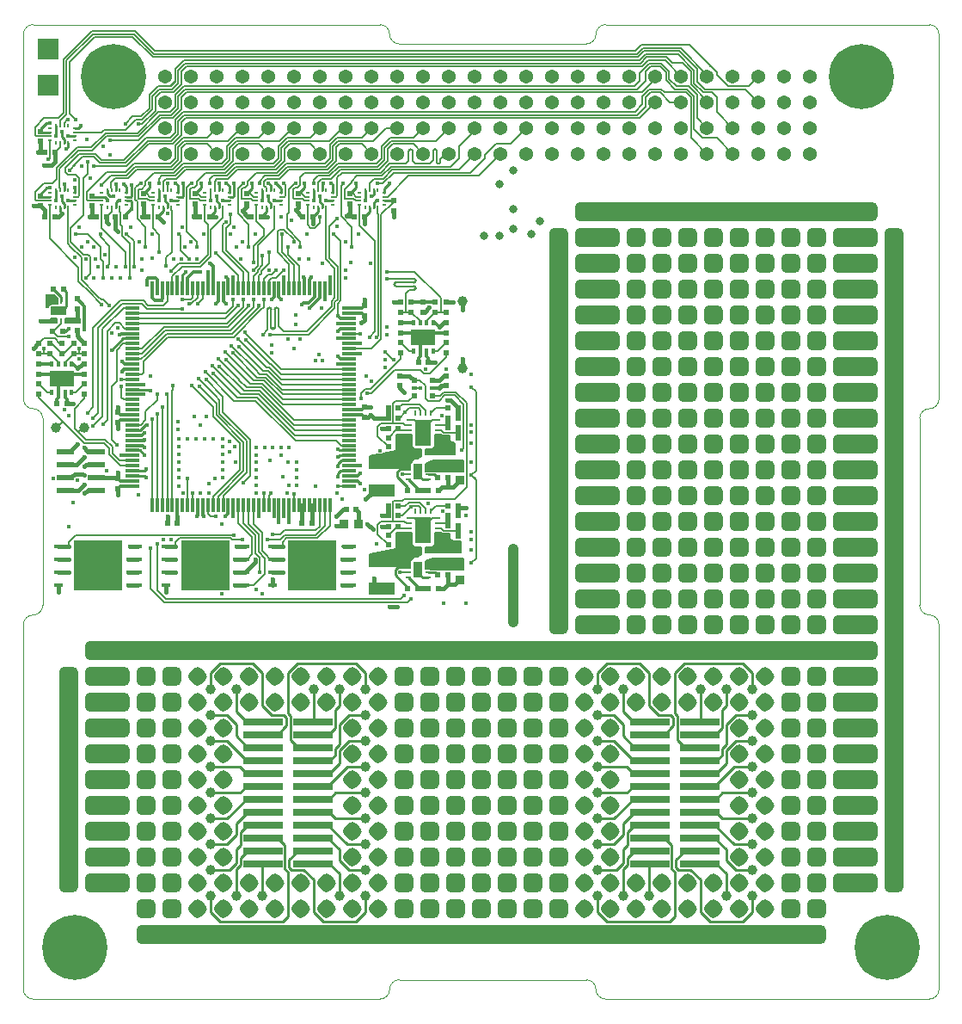
<source format=gbr>
G04 #@! TF.GenerationSoftware,KiCad,Pcbnew,5.1.9*
G04 #@! TF.CreationDate,2021-03-03T13:13:51+01:00*
G04 #@! TF.ProjectId,board_sierra,626f6172-645f-4736-9965-7272612e6b69,v1.1*
G04 #@! TF.SameCoordinates,PX1903cf0PY6c69e80*
G04 #@! TF.FileFunction,Copper,L1,Top*
G04 #@! TF.FilePolarity,Positive*
%FSLAX46Y46*%
G04 Gerber Fmt 4.6, Leading zero omitted, Abs format (unit mm)*
G04 Created by KiCad (PCBNEW 5.1.9) date 2021-03-03 13:13:51*
%MOMM*%
%LPD*%
G01*
G04 APERTURE LIST*
G04 #@! TA.AperFunction,Profile*
%ADD10C,0.100000*%
G04 #@! TD*
G04 #@! TA.AperFunction,SMDPad,CuDef*
%ADD11R,0.950000X0.950000*%
G04 #@! TD*
G04 #@! TA.AperFunction,ComponentPad*
%ADD12C,1.365000*%
G04 #@! TD*
G04 #@! TA.AperFunction,ComponentPad*
%ADD13R,4.200000X1.850000*%
G04 #@! TD*
G04 #@! TA.AperFunction,ComponentPad*
%ADD14R,1.850000X4.200000*%
G04 #@! TD*
G04 #@! TA.AperFunction,ComponentPad*
%ADD15C,1.500000*%
G04 #@! TD*
G04 #@! TA.AperFunction,SMDPad,CuDef*
%ADD16C,0.200000*%
G04 #@! TD*
G04 #@! TA.AperFunction,SMDPad,CuDef*
%ADD17C,0.150000*%
G04 #@! TD*
G04 #@! TA.AperFunction,SMDPad,CuDef*
%ADD18C,0.173000*%
G04 #@! TD*
G04 #@! TA.AperFunction,SMDPad,CuDef*
%ADD19R,3.860000X0.650000*%
G04 #@! TD*
G04 #@! TA.AperFunction,SMDPad,CuDef*
%ADD20C,1.000000*%
G04 #@! TD*
G04 #@! TA.AperFunction,ComponentPad*
%ADD21R,2.000000X2.000000*%
G04 #@! TD*
G04 #@! TA.AperFunction,SMDPad,CuDef*
%ADD22R,2.650000X1.250000*%
G04 #@! TD*
G04 #@! TA.AperFunction,SMDPad,CuDef*
%ADD23R,0.600000X0.500000*%
G04 #@! TD*
G04 #@! TA.AperFunction,SMDPad,CuDef*
%ADD24R,1.475000X0.300000*%
G04 #@! TD*
G04 #@! TA.AperFunction,SMDPad,CuDef*
%ADD25R,0.300000X1.475000*%
G04 #@! TD*
G04 #@! TA.AperFunction,SMDPad,CuDef*
%ADD26R,0.500000X0.600000*%
G04 #@! TD*
G04 #@! TA.AperFunction,ComponentPad*
%ADD27C,0.450000*%
G04 #@! TD*
G04 #@! TA.AperFunction,SMDPad,CuDef*
%ADD28R,2.400000X1.600000*%
G04 #@! TD*
G04 #@! TA.AperFunction,SMDPad,CuDef*
%ADD29R,0.300000X0.600000*%
G04 #@! TD*
G04 #@! TA.AperFunction,SMDPad,CuDef*
%ADD30R,4.750000X4.900000*%
G04 #@! TD*
G04 #@! TA.AperFunction,SMDPad,CuDef*
%ADD31R,0.950000X0.450000*%
G04 #@! TD*
G04 #@! TA.AperFunction,SMDPad,CuDef*
%ADD32R,0.600000X0.200000*%
G04 #@! TD*
G04 #@! TA.AperFunction,SMDPad,CuDef*
%ADD33R,0.200000X0.600000*%
G04 #@! TD*
G04 #@! TA.AperFunction,SMDPad,CuDef*
%ADD34R,1.600000X2.600000*%
G04 #@! TD*
G04 #@! TA.AperFunction,ComponentPad*
%ADD35C,0.800000*%
G04 #@! TD*
G04 #@! TA.AperFunction,ComponentPad*
%ADD36C,6.400000*%
G04 #@! TD*
G04 #@! TA.AperFunction,SMDPad,CuDef*
%ADD37R,1.700000X0.600000*%
G04 #@! TD*
G04 #@! TA.AperFunction,SMDPad,CuDef*
%ADD38R,0.225000X0.463000*%
G04 #@! TD*
G04 #@! TA.AperFunction,SMDPad,CuDef*
%ADD39R,0.463000X0.225000*%
G04 #@! TD*
G04 #@! TA.AperFunction,SMDPad,CuDef*
%ADD40R,0.500000X0.250000*%
G04 #@! TD*
G04 #@! TA.AperFunction,SMDPad,CuDef*
%ADD41R,0.900000X1.600000*%
G04 #@! TD*
G04 #@! TA.AperFunction,SMDPad,CuDef*
%ADD42R,0.250000X0.500000*%
G04 #@! TD*
G04 #@! TA.AperFunction,SMDPad,CuDef*
%ADD43R,1.600000X0.900000*%
G04 #@! TD*
G04 #@! TA.AperFunction,SMDPad,CuDef*
%ADD44R,0.600000X0.600000*%
G04 #@! TD*
G04 #@! TA.AperFunction,SMDPad,CuDef*
%ADD45R,0.600000X0.400000*%
G04 #@! TD*
G04 #@! TA.AperFunction,ViaPad*
%ADD46C,0.450000*%
G04 #@! TD*
G04 #@! TA.AperFunction,ViaPad*
%ADD47C,0.800000*%
G04 #@! TD*
G04 #@! TA.AperFunction,Conductor*
%ADD48C,0.200000*%
G04 #@! TD*
G04 #@! TA.AperFunction,Conductor*
%ADD49C,0.450000*%
G04 #@! TD*
G04 #@! TA.AperFunction,Conductor*
%ADD50C,0.300000*%
G04 #@! TD*
G04 #@! TA.AperFunction,Conductor*
%ADD51C,0.173000*%
G04 #@! TD*
G04 #@! TA.AperFunction,Conductor*
%ADD52C,0.500000*%
G04 #@! TD*
G04 #@! TA.AperFunction,Conductor*
%ADD53C,0.225000*%
G04 #@! TD*
G04 #@! TA.AperFunction,Conductor*
%ADD54C,0.250000*%
G04 #@! TD*
G04 #@! TA.AperFunction,Conductor*
%ADD55C,0.350000*%
G04 #@! TD*
G04 #@! TA.AperFunction,Conductor*
%ADD56C,0.190000*%
G04 #@! TD*
G04 #@! TA.AperFunction,Conductor*
%ADD57C,0.127000*%
G04 #@! TD*
G04 #@! TA.AperFunction,Conductor*
%ADD58C,0.170000*%
G04 #@! TD*
G04 #@! TA.AperFunction,Conductor*
%ADD59C,1.000000*%
G04 #@! TD*
G04 #@! TA.AperFunction,Conductor*
%ADD60C,0.280000*%
G04 #@! TD*
G04 #@! TA.AperFunction,Conductor*
%ADD61C,0.150000*%
G04 #@! TD*
G04 APERTURE END LIST*
D10*
X50355500Y88900000D02*
G75*
G03*
X51308000Y89852500I0J952500D01*
G01*
X31940500Y88900000D02*
X50355500Y88900000D01*
X52260500Y90805000D02*
X84137500Y90805000D01*
X30988000Y89852500D02*
G75*
G03*
X30035500Y90805000I-952500J0D01*
G01*
X30988000Y89852500D02*
G75*
G03*
X31940500Y88900000I952500J0D01*
G01*
X-4127500Y90805000D02*
X30035500Y90805000D01*
X52260500Y90805000D02*
G75*
G03*
X51308000Y89852500I0J-952500D01*
G01*
X52260500Y-5080000D02*
X84137500Y-5080000D01*
X31940500Y-3175000D02*
X50355500Y-3175000D01*
X-4127500Y-5080000D02*
X30035500Y-5080000D01*
X52260500Y-5080000D02*
G75*
G02*
X51308000Y-4127500I0J952500D01*
G01*
X50355500Y-3175000D02*
G75*
G02*
X51308000Y-4127500I0J-952500D01*
G01*
X30988000Y-4127500D02*
G75*
G02*
X31940500Y-3175000I952500J0D01*
G01*
X30988000Y-4127500D02*
G75*
G02*
X30035500Y-5080000I-952500J0D01*
G01*
X84137500Y53009800D02*
G75*
G03*
X83185000Y52057300I0J-952500D01*
G01*
X85090000Y89852500D02*
X85090000Y53962300D01*
X83185000Y52057300D02*
X83185000Y33667700D01*
X85090000Y31762700D02*
X85090000Y-4127500D01*
X83185000Y33667700D02*
G75*
G03*
X84137500Y32715200I952500J0D01*
G01*
X85090000Y31762700D02*
G75*
G03*
X84137500Y32715200I-952500J0D01*
G01*
X84137500Y53009800D02*
G75*
G03*
X85090000Y53962300I0J952500D01*
G01*
X85090000Y-4127500D02*
G75*
G02*
X84137500Y-5080000I-952500J0D01*
G01*
X84137500Y90805000D02*
G75*
G02*
X85090000Y89852500I0J-952500D01*
G01*
X-5080000Y31762700D02*
X-5080000Y-4127500D01*
X-5080000Y89852500D02*
X-5080000Y53962300D01*
X-5080000Y89852500D02*
G75*
G02*
X-4127500Y90805000I952500J0D01*
G01*
X-3175000Y52057300D02*
X-3175000Y33667700D01*
X-4127500Y53009800D02*
G75*
G02*
X-5080000Y53962300I0J952500D01*
G01*
X-4127500Y53009800D02*
G75*
G02*
X-3175000Y52057300I0J-952500D01*
G01*
X-3175000Y33667700D02*
G75*
G02*
X-4127500Y32715200I-952500J0D01*
G01*
X-5080000Y31762700D02*
G75*
G02*
X-4127500Y32715200I952500J0D01*
G01*
X-4127500Y-5080000D02*
G75*
G02*
X-5080000Y-4127500I0J952500D01*
G01*
D11*
G04 #@! TO.P,L1,1*
G04 #@! TO.N,+3V3*
X26475000Y41700000D03*
G04 #@! TO.P,L1,2*
G04 #@! TO.N,Net-(FB1-Pad1)*
X27925000Y41700000D03*
G04 #@! TD*
D12*
G04 #@! TO.P,H2,1*
G04 #@! TO.N,Net-(H2-Pad1)*
X8890000Y83185000D03*
G04 #@! TO.P,H2,2*
G04 #@! TO.N,Net-(H2-Pad2)*
X8890000Y85725000D03*
G04 #@! TO.P,H2,3*
G04 #@! TO.N,Net-(H2-Pad3)*
X11430000Y83185000D03*
G04 #@! TO.P,H2,4*
G04 #@! TO.N,Net-(H2-Pad4)*
X11430000Y85725000D03*
G04 #@! TO.P,H2,5*
G04 #@! TO.N,USER_2_1*
X13970000Y83185000D03*
G04 #@! TO.P,H2,6*
G04 #@! TO.N,USER_2_2*
X13970000Y85725000D03*
G04 #@! TO.P,H2,7*
G04 #@! TO.N,SPI_2_CS2*
X16510000Y83185000D03*
G04 #@! TO.P,H2,8*
G04 #@! TO.N,USER_2_4*
X16510000Y85725000D03*
G04 #@! TO.P,H2,9*
G04 #@! TO.N,SPI_2_CS1*
X19050000Y83185000D03*
G04 #@! TO.P,H2,10*
G04 #@! TO.N,SPI_2_MOSI*
X19050000Y85725000D03*
G04 #@! TO.P,H2,11*
G04 #@! TO.N,SPI_2_SCK*
X21590000Y83185000D03*
G04 #@! TO.P,H2,12*
G04 #@! TO.N,SPI_2_MISO*
X21590000Y85725000D03*
G04 #@! TO.P,H2,13*
G04 #@! TO.N,UART_2_TX*
X24130000Y83185000D03*
G04 #@! TO.P,H2,14*
G04 #@! TO.N,UART_2_CTS*
X24130000Y85725000D03*
G04 #@! TO.P,H2,15*
G04 #@! TO.N,UART_2_RX*
X26670000Y83185000D03*
G04 #@! TO.P,H2,16*
G04 #@! TO.N,UART_2_RST*
X26670000Y85725000D03*
G04 #@! TO.P,H2,17*
G04 #@! TO.N,UART_RCS_2_TX*
X29210000Y83185000D03*
G04 #@! TO.P,H2,18*
G04 #@! TO.N,UART_RCS_2_CTS*
X29210000Y85725000D03*
G04 #@! TO.P,H2,19*
G04 #@! TO.N,UART_RCS_2_RX*
X31750000Y83185000D03*
G04 #@! TO.P,H2,20*
G04 #@! TO.N,UART_RCS_2_RST*
X31750000Y85725000D03*
G04 #@! TO.P,H2,21*
G04 #@! TO.N,I2C_2_SCL*
X34290000Y83185000D03*
G04 #@! TO.P,H2,22*
G04 #@! TO.N,I2C_2_SDA*
X34290000Y85725000D03*
G04 #@! TO.P,H2,23*
G04 #@! TO.N,CAN_2_P*
X36830000Y83185000D03*
G04 #@! TO.P,H2,24*
G04 #@! TO.N,CAN_2_N*
X36830000Y85725000D03*
G04 #@! TO.P,H2,25*
G04 #@! TO.N,SUP_5V*
X39370000Y83185000D03*
G04 #@! TO.P,H2,26*
X39370000Y85725000D03*
G04 #@! TO.P,H2,27*
G04 #@! TO.N,SUP_3V3*
X41910000Y83185000D03*
G04 #@! TO.P,H2,28*
X41910000Y85725000D03*
G04 #@! TO.P,H2,29*
G04 #@! TO.N,GND*
X44450000Y83185000D03*
G04 #@! TO.P,H2,30*
X44450000Y85725000D03*
G04 #@! TO.P,H2,31*
G04 #@! TO.N,Net-(H2-Pad31)*
X46990000Y83185000D03*
G04 #@! TO.P,H2,32*
G04 #@! TO.N,GND*
X46990000Y85725000D03*
G04 #@! TO.P,H2,33*
G04 #@! TO.N,Net-(H2-Pad33)*
X49530000Y83185000D03*
G04 #@! TO.P,H2,34*
G04 #@! TO.N,Net-(H2-Pad34)*
X49530000Y85725000D03*
G04 #@! TO.P,H2,35*
G04 #@! TO.N,Net-(H2-Pad35)*
X52070000Y83185000D03*
G04 #@! TO.P,H2,36*
G04 #@! TO.N,Net-(H2-Pad36)*
X52070000Y85725000D03*
G04 #@! TO.P,H2,37*
G04 #@! TO.N,Net-(H2-Pad37)*
X54610000Y83185000D03*
G04 #@! TO.P,H2,38*
G04 #@! TO.N,Net-(H2-Pad38)*
X54610000Y85725000D03*
G04 #@! TO.P,H2,39*
G04 #@! TO.N,USER_4_1*
X57150000Y83185000D03*
G04 #@! TO.P,H2,40*
G04 #@! TO.N,USER_4_2*
X57150000Y85725000D03*
G04 #@! TO.P,H2,41*
G04 #@! TO.N,USER_4_3*
X59690000Y83185000D03*
G04 #@! TO.P,H2,42*
G04 #@! TO.N,USER_4_4*
X59690000Y85725000D03*
G04 #@! TO.P,H2,43*
G04 #@! TO.N,USER_6_1*
X62230000Y83185000D03*
G04 #@! TO.P,H2,44*
G04 #@! TO.N,USER_6_2*
X62230000Y85725000D03*
G04 #@! TO.P,H2,45*
G04 #@! TO.N,Net-(H2-Pad45)*
X64770000Y83185000D03*
G04 #@! TO.P,H2,46*
G04 #@! TO.N,Net-(H2-Pad46)*
X64770000Y85725000D03*
G04 #@! TO.P,H2,47*
G04 #@! TO.N,USER_6_3*
X67310000Y83185000D03*
G04 #@! TO.P,H2,48*
G04 #@! TO.N,USER_6_4*
X67310000Y85725000D03*
G04 #@! TO.P,H2,49*
G04 #@! TO.N,Net-(H2-Pad49)*
X69850000Y83185000D03*
G04 #@! TO.P,H2,50*
G04 #@! TO.N,Net-(H2-Pad50)*
X69850000Y85725000D03*
G04 #@! TO.P,H2,51*
G04 #@! TO.N,Net-(H2-Pad51)*
X72390000Y83185000D03*
G04 #@! TO.P,H2,52*
G04 #@! TO.N,Net-(H2-Pad52)*
X72390000Y85725000D03*
G04 #@! TD*
G04 #@! TO.P,H1,1*
G04 #@! TO.N,Net-(H1-Pad1)*
X8890000Y78105000D03*
G04 #@! TO.P,H1,2*
G04 #@! TO.N,Net-(H1-Pad2)*
X8890000Y80645000D03*
G04 #@! TO.P,H1,3*
G04 #@! TO.N,Net-(H1-Pad3)*
X11430000Y78105000D03*
G04 #@! TO.P,H1,4*
G04 #@! TO.N,Net-(H1-Pad4)*
X11430000Y80645000D03*
G04 #@! TO.P,H1,5*
G04 #@! TO.N,USER_1_1*
X13970000Y78105000D03*
G04 #@! TO.P,H1,6*
G04 #@! TO.N,USER_1_2*
X13970000Y80645000D03*
G04 #@! TO.P,H1,7*
G04 #@! TO.N,SPI_1_CS2*
X16510000Y78105000D03*
G04 #@! TO.P,H1,8*
G04 #@! TO.N,USER_1_4*
X16510000Y80645000D03*
G04 #@! TO.P,H1,9*
G04 #@! TO.N,SPI_1_CS1*
X19050000Y78105000D03*
G04 #@! TO.P,H1,10*
G04 #@! TO.N,SPI_1_MOSI*
X19050000Y80645000D03*
G04 #@! TO.P,H1,11*
G04 #@! TO.N,SPI_1_SCK*
X21590000Y78105000D03*
G04 #@! TO.P,H1,12*
G04 #@! TO.N,SPI_1_MISO*
X21590000Y80645000D03*
G04 #@! TO.P,H1,13*
G04 #@! TO.N,UART_1_TX*
X24130000Y78105000D03*
G04 #@! TO.P,H1,14*
G04 #@! TO.N,UART_1_CTS*
X24130000Y80645000D03*
G04 #@! TO.P,H1,15*
G04 #@! TO.N,UART_1_RX*
X26670000Y78105000D03*
G04 #@! TO.P,H1,16*
G04 #@! TO.N,UART_1_RST*
X26670000Y80645000D03*
G04 #@! TO.P,H1,17*
G04 #@! TO.N,UART_RCS_1_TX*
X29210000Y78105000D03*
G04 #@! TO.P,H1,18*
G04 #@! TO.N,UART_RCS_1_CTS*
X29210000Y80645000D03*
G04 #@! TO.P,H1,19*
G04 #@! TO.N,UART_RCS_1_RX*
X31750000Y78105000D03*
G04 #@! TO.P,H1,20*
G04 #@! TO.N,UART_RCS_1_RST*
X31750000Y80645000D03*
G04 #@! TO.P,H1,21*
G04 #@! TO.N,I2C_1_SCL*
X34290000Y78105000D03*
G04 #@! TO.P,H1,22*
G04 #@! TO.N,I2C_1_SDA*
X34290000Y80645000D03*
G04 #@! TO.P,H1,23*
G04 #@! TO.N,CAN_1_P*
X36830000Y78105000D03*
G04 #@! TO.P,H1,24*
G04 #@! TO.N,CAN_1_N*
X36830000Y80645000D03*
G04 #@! TO.P,H1,25*
G04 #@! TO.N,GLO_SYNC*
X39370000Y78105000D03*
G04 #@! TO.P,H1,26*
G04 #@! TO.N,GLO_FAULT*
X39370000Y80645000D03*
G04 #@! TO.P,H1,27*
G04 #@! TO.N,CPU_WD_1*
X41910000Y78105000D03*
G04 #@! TO.P,H1,28*
G04 #@! TO.N,Net-(H1-Pad28)*
X41910000Y80645000D03*
G04 #@! TO.P,H1,29*
G04 #@! TO.N,Net-(H1-Pad29)*
X44450000Y78105000D03*
G04 #@! TO.P,H1,30*
G04 #@! TO.N,CPU_MODE*
X44450000Y80645000D03*
G04 #@! TO.P,H1,31*
G04 #@! TO.N,Net-(H1-Pad31)*
X46990000Y78105000D03*
G04 #@! TO.P,H1,32*
G04 #@! TO.N,Net-(H1-Pad32)*
X46990000Y80645000D03*
G04 #@! TO.P,H1,33*
G04 #@! TO.N,GND*
X49530000Y78105000D03*
G04 #@! TO.P,H1,34*
X49530000Y80645000D03*
G04 #@! TO.P,H1,35*
G04 #@! TO.N,GLO_KS_1*
X52070000Y78105000D03*
G04 #@! TO.P,H1,36*
G04 #@! TO.N,Net-(H1-Pad36)*
X52070000Y80645000D03*
G04 #@! TO.P,H1,37*
G04 #@! TO.N,Net-(H1-Pad37)*
X54610000Y78105000D03*
G04 #@! TO.P,H1,38*
G04 #@! TO.N,Net-(H1-Pad38)*
X54610000Y80645000D03*
G04 #@! TO.P,H1,39*
G04 #@! TO.N,USER_3_1*
X57150000Y78105000D03*
G04 #@! TO.P,H1,40*
G04 #@! TO.N,USER_3_2*
X57150000Y80645000D03*
G04 #@! TO.P,H1,41*
G04 #@! TO.N,USER_3_3*
X59690000Y78105000D03*
G04 #@! TO.P,H1,42*
G04 #@! TO.N,USER_3_4*
X59690000Y80645000D03*
G04 #@! TO.P,H1,43*
G04 #@! TO.N,USER_5_1*
X62230000Y78105000D03*
G04 #@! TO.P,H1,44*
G04 #@! TO.N,USER_5_2*
X62230000Y80645000D03*
G04 #@! TO.P,H1,45*
G04 #@! TO.N,USER_5_3*
X64770000Y78105000D03*
G04 #@! TO.P,H1,46*
G04 #@! TO.N,USER_5_4*
X64770000Y80645000D03*
G04 #@! TO.P,H1,47*
G04 #@! TO.N,Net-(H1-Pad47)*
X67310000Y78105000D03*
G04 #@! TO.P,H1,48*
G04 #@! TO.N,Net-(H1-Pad48)*
X67310000Y80645000D03*
G04 #@! TO.P,H1,49*
G04 #@! TO.N,Net-(H1-Pad49)*
X69850000Y78105000D03*
G04 #@! TO.P,H1,50*
G04 #@! TO.N,Net-(H1-Pad50)*
X69850000Y80645000D03*
G04 #@! TO.P,H1,51*
G04 #@! TO.N,Net-(H1-Pad51)*
X72390000Y78105000D03*
G04 #@! TO.P,H1,52*
G04 #@! TO.N,Net-(H1-Pad52)*
X72390000Y80645000D03*
G04 #@! TD*
D13*
G04 #@! TO.P,UA5,3*
G04 #@! TO.N,Net-(F2-Pad1)*
X67945000Y1270000D03*
X62865000Y1270000D03*
X55245000Y1270000D03*
X57785000Y1270000D03*
X52705000Y1270000D03*
X60325000Y1270000D03*
X65405000Y1270000D03*
X45085000Y1270000D03*
X47625000Y1270000D03*
X50165000Y1270000D03*
X40005000Y1270000D03*
X37465000Y1270000D03*
X42545000Y1270000D03*
X32385000Y1270000D03*
X29845000Y1270000D03*
X34925000Y1270000D03*
X24765000Y1270000D03*
X22225000Y1270000D03*
X27305000Y1270000D03*
X17145000Y1270000D03*
X14605000Y1270000D03*
X19685000Y1270000D03*
D14*
G04 #@! TO.P,UA5,1*
G04 #@! TO.N,GND*
X80645000Y11430000D03*
X80645000Y13970000D03*
X80645000Y8890000D03*
X80645000Y19050000D03*
X80645000Y16510000D03*
X80645000Y26670000D03*
X80645000Y24130000D03*
X80645000Y21590000D03*
X80645000Y31750000D03*
X80645000Y29210000D03*
X80645000Y41910000D03*
X80645000Y39370000D03*
X80645000Y34290000D03*
D13*
G04 #@! TO.P,UA5,2*
G04 #@! TO.N,Net-(F1-Pad1)*
X42545000Y29210000D03*
D14*
G04 #@! TO.P,UA5,1*
G04 #@! TO.N,GND*
X80645000Y44450000D03*
X80645000Y36830000D03*
D13*
G04 #@! TO.P,UA5,2*
G04 #@! TO.N,Net-(F1-Pad1)*
X34925000Y29210000D03*
D14*
G04 #@! TO.P,UA5,1*
G04 #@! TO.N,GND*
X80645000Y54610000D03*
X80645000Y46990000D03*
D13*
G04 #@! TO.P,UA5,2*
G04 #@! TO.N,Net-(F1-Pad1)*
X37465000Y29210000D03*
D14*
G04 #@! TO.P,UA5,1*
G04 #@! TO.N,GND*
X80645000Y52070000D03*
D13*
G04 #@! TO.P,UA5,2*
G04 #@! TO.N,Net-(F1-Pad1)*
X40005000Y29210000D03*
D14*
G04 #@! TO.P,UA5,1*
G04 #@! TO.N,GND*
X80645000Y49530000D03*
D13*
G04 #@! TO.P,UA5,2*
G04 #@! TO.N,Net-(F1-Pad1)*
X29845000Y29210000D03*
D14*
G04 #@! TO.P,UA5,1*
G04 #@! TO.N,GND*
X80645000Y57150000D03*
D13*
G04 #@! TO.P,UA5,2*
G04 #@! TO.N,Net-(F1-Pad1)*
X32385000Y29210000D03*
D14*
G04 #@! TO.P,UA5,1*
G04 #@! TO.N,GND*
X80645000Y59690000D03*
X80645000Y62230000D03*
X80645000Y64770000D03*
D13*
G04 #@! TO.P,UA5,2*
G04 #@! TO.N,Net-(F1-Pad1)*
X22225000Y29210000D03*
X17145000Y29210000D03*
X27305000Y29210000D03*
X24765000Y29210000D03*
X19685000Y29210000D03*
G04 #@! TO.P,UA5,3*
G04 #@! TO.N,Net-(F2-Pad1)*
X12065000Y1270000D03*
X9525000Y1270000D03*
G04 #@! TO.P,UA5,2*
G04 #@! TO.N,Net-(F1-Pad1)*
X14605000Y29210000D03*
X12065000Y29210000D03*
X9525000Y29210000D03*
X6985000Y29210000D03*
G04 #@! TO.P,UA5,NC*
G04 #@! TO.N,N/C*
G04 #@! TA.AperFunction,ComponentPad*
G36*
G01*
X6060000Y18587500D02*
X6060000Y19512500D01*
G75*
G02*
X6522500Y19975000I462500J0D01*
G01*
X7447500Y19975000D01*
G75*
G02*
X7910000Y19512500I0J-462500D01*
G01*
X7910000Y18587500D01*
G75*
G02*
X7447500Y18125000I-462500J0D01*
G01*
X6522500Y18125000D01*
G75*
G02*
X6060000Y18587500I0J462500D01*
G01*
G37*
G04 #@! TD.AperFunction*
G04 #@! TA.AperFunction,ComponentPad*
G36*
G01*
X6060000Y21127500D02*
X6060000Y22052500D01*
G75*
G02*
X6522500Y22515000I462500J0D01*
G01*
X7447500Y22515000D01*
G75*
G02*
X7910000Y22052500I0J-462500D01*
G01*
X7910000Y21127500D01*
G75*
G02*
X7447500Y20665000I-462500J0D01*
G01*
X6522500Y20665000D01*
G75*
G02*
X6060000Y21127500I0J462500D01*
G01*
G37*
G04 #@! TD.AperFunction*
G04 #@! TA.AperFunction,ComponentPad*
G36*
G01*
X6060000Y16047500D02*
X6060000Y16972500D01*
G75*
G02*
X6522500Y17435000I462500J0D01*
G01*
X7447500Y17435000D01*
G75*
G02*
X7910000Y16972500I0J-462500D01*
G01*
X7910000Y16047500D01*
G75*
G02*
X7447500Y15585000I-462500J0D01*
G01*
X6522500Y15585000D01*
G75*
G02*
X6060000Y16047500I0J462500D01*
G01*
G37*
G04 #@! TD.AperFunction*
G04 #@! TA.AperFunction,ComponentPad*
G36*
G01*
X6060000Y13507500D02*
X6060000Y14432500D01*
G75*
G02*
X6522500Y14895000I462500J0D01*
G01*
X7447500Y14895000D01*
G75*
G02*
X7910000Y14432500I0J-462500D01*
G01*
X7910000Y13507500D01*
G75*
G02*
X7447500Y13045000I-462500J0D01*
G01*
X6522500Y13045000D01*
G75*
G02*
X6060000Y13507500I0J462500D01*
G01*
G37*
G04 #@! TD.AperFunction*
G04 #@! TA.AperFunction,ComponentPad*
G36*
G01*
X34000000Y18587500D02*
X34000000Y19512500D01*
G75*
G02*
X34462500Y19975000I462500J0D01*
G01*
X35387500Y19975000D01*
G75*
G02*
X35850000Y19512500I0J-462500D01*
G01*
X35850000Y18587500D01*
G75*
G02*
X35387500Y18125000I-462500J0D01*
G01*
X34462500Y18125000D01*
G75*
G02*
X34000000Y18587500I0J462500D01*
G01*
G37*
G04 #@! TD.AperFunction*
G04 #@! TA.AperFunction,ComponentPad*
G36*
G01*
X34000000Y13507500D02*
X34000000Y14432500D01*
G75*
G02*
X34462500Y14895000I462500J0D01*
G01*
X35387500Y14895000D01*
G75*
G02*
X35850000Y14432500I0J-462500D01*
G01*
X35850000Y13507500D01*
G75*
G02*
X35387500Y13045000I-462500J0D01*
G01*
X34462500Y13045000D01*
G75*
G02*
X34000000Y13507500I0J462500D01*
G01*
G37*
G04 #@! TD.AperFunction*
G04 #@! TA.AperFunction,ComponentPad*
G36*
G01*
X34000000Y16047500D02*
X34000000Y16972500D01*
G75*
G02*
X34462500Y17435000I462500J0D01*
G01*
X35387500Y17435000D01*
G75*
G02*
X35850000Y16972500I0J-462500D01*
G01*
X35850000Y16047500D01*
G75*
G02*
X35387500Y15585000I-462500J0D01*
G01*
X34462500Y15585000D01*
G75*
G02*
X34000000Y16047500I0J462500D01*
G01*
G37*
G04 #@! TD.AperFunction*
G04 #@! TA.AperFunction,ComponentPad*
G36*
G01*
X34000000Y21127500D02*
X34000000Y22052500D01*
G75*
G02*
X34462500Y22515000I462500J0D01*
G01*
X35387500Y22515000D01*
G75*
G02*
X35850000Y22052500I0J-462500D01*
G01*
X35850000Y21127500D01*
G75*
G02*
X35387500Y20665000I-462500J0D01*
G01*
X34462500Y20665000D01*
G75*
G02*
X34000000Y21127500I0J462500D01*
G01*
G37*
G04 #@! TD.AperFunction*
G04 #@! TA.AperFunction,ComponentPad*
G36*
G01*
X8600000Y18587500D02*
X8600000Y19512500D01*
G75*
G02*
X9062500Y19975000I462500J0D01*
G01*
X9987500Y19975000D01*
G75*
G02*
X10450000Y19512500I0J-462500D01*
G01*
X10450000Y18587500D01*
G75*
G02*
X9987500Y18125000I-462500J0D01*
G01*
X9062500Y18125000D01*
G75*
G02*
X8600000Y18587500I0J462500D01*
G01*
G37*
G04 #@! TD.AperFunction*
G04 #@! TA.AperFunction,ComponentPad*
G36*
G01*
X31460000Y18587500D02*
X31460000Y19512500D01*
G75*
G02*
X31922500Y19975000I462500J0D01*
G01*
X32847500Y19975000D01*
G75*
G02*
X33310000Y19512500I0J-462500D01*
G01*
X33310000Y18587500D01*
G75*
G02*
X32847500Y18125000I-462500J0D01*
G01*
X31922500Y18125000D01*
G75*
G02*
X31460000Y18587500I0J462500D01*
G01*
G37*
G04 #@! TD.AperFunction*
G04 #@! TA.AperFunction,ComponentPad*
G36*
G01*
X31460000Y21127500D02*
X31460000Y22052500D01*
G75*
G02*
X31922500Y22515000I462500J0D01*
G01*
X32847500Y22515000D01*
G75*
G02*
X33310000Y22052500I0J-462500D01*
G01*
X33310000Y21127500D01*
G75*
G02*
X32847500Y20665000I-462500J0D01*
G01*
X31922500Y20665000D01*
G75*
G02*
X31460000Y21127500I0J462500D01*
G01*
G37*
G04 #@! TD.AperFunction*
G04 #@! TA.AperFunction,ComponentPad*
G36*
G01*
X8600000Y21127500D02*
X8600000Y22052500D01*
G75*
G02*
X9062500Y22515000I462500J0D01*
G01*
X9987500Y22515000D01*
G75*
G02*
X10450000Y22052500I0J-462500D01*
G01*
X10450000Y21127500D01*
G75*
G02*
X9987500Y20665000I-462500J0D01*
G01*
X9062500Y20665000D01*
G75*
G02*
X8600000Y21127500I0J462500D01*
G01*
G37*
G04 #@! TD.AperFunction*
G04 #@! TA.AperFunction,ComponentPad*
G36*
G01*
X31460000Y16047500D02*
X31460000Y16972500D01*
G75*
G02*
X31922500Y17435000I462500J0D01*
G01*
X32847500Y17435000D01*
G75*
G02*
X33310000Y16972500I0J-462500D01*
G01*
X33310000Y16047500D01*
G75*
G02*
X32847500Y15585000I-462500J0D01*
G01*
X31922500Y15585000D01*
G75*
G02*
X31460000Y16047500I0J462500D01*
G01*
G37*
G04 #@! TD.AperFunction*
G04 #@! TA.AperFunction,ComponentPad*
G36*
G01*
X8600000Y16047500D02*
X8600000Y16972500D01*
G75*
G02*
X9062500Y17435000I462500J0D01*
G01*
X9987500Y17435000D01*
G75*
G02*
X10450000Y16972500I0J-462500D01*
G01*
X10450000Y16047500D01*
G75*
G02*
X9987500Y15585000I-462500J0D01*
G01*
X9062500Y15585000D01*
G75*
G02*
X8600000Y16047500I0J462500D01*
G01*
G37*
G04 #@! TD.AperFunction*
G04 #@! TA.AperFunction,ComponentPad*
G36*
G01*
X8600000Y13507500D02*
X8600000Y14432500D01*
G75*
G02*
X9062500Y14895000I462500J0D01*
G01*
X9987500Y14895000D01*
G75*
G02*
X10450000Y14432500I0J-462500D01*
G01*
X10450000Y13507500D01*
G75*
G02*
X9987500Y13045000I-462500J0D01*
G01*
X9062500Y13045000D01*
G75*
G02*
X8600000Y13507500I0J462500D01*
G01*
G37*
G04 #@! TD.AperFunction*
G04 #@! TA.AperFunction,ComponentPad*
G36*
G01*
X31460000Y13507500D02*
X31460000Y14432500D01*
G75*
G02*
X31922500Y14895000I462500J0D01*
G01*
X32847500Y14895000D01*
G75*
G02*
X33310000Y14432500I0J-462500D01*
G01*
X33310000Y13507500D01*
G75*
G02*
X32847500Y13045000I-462500J0D01*
G01*
X31922500Y13045000D01*
G75*
G02*
X31460000Y13507500I0J462500D01*
G01*
G37*
G04 #@! TD.AperFunction*
G04 #@! TA.AperFunction,ComponentPad*
G36*
G01*
X13818697Y19395068D02*
X14259932Y19836303D01*
G75*
G02*
X14950068Y19836303I345068J-345068D01*
G01*
X15391303Y19395068D01*
G75*
G02*
X15391303Y18704932I-345068J-345068D01*
G01*
X14950068Y18263697D01*
G75*
G02*
X14259932Y18263697I-345068J345068D01*
G01*
X13818697Y18704932D01*
G75*
G02*
X13818697Y19395068I345068J345068D01*
G01*
G37*
G04 #@! TD.AperFunction*
G04 #@! TA.AperFunction,ComponentPad*
G36*
G01*
X13818697Y14315068D02*
X14259932Y14756303D01*
G75*
G02*
X14950068Y14756303I345068J-345068D01*
G01*
X15391303Y14315068D01*
G75*
G02*
X15391303Y13624932I-345068J-345068D01*
G01*
X14950068Y13183697D01*
G75*
G02*
X14259932Y13183697I-345068J345068D01*
G01*
X13818697Y13624932D01*
G75*
G02*
X13818697Y14315068I345068J345068D01*
G01*
G37*
G04 #@! TD.AperFunction*
G04 #@! TA.AperFunction,ComponentPad*
G36*
G01*
X13818697Y16855068D02*
X14259932Y17296303D01*
G75*
G02*
X14950068Y17296303I345068J-345068D01*
G01*
X15391303Y16855068D01*
G75*
G02*
X15391303Y16164932I-345068J-345068D01*
G01*
X14950068Y15723697D01*
G75*
G02*
X14259932Y15723697I-345068J345068D01*
G01*
X13818697Y16164932D01*
G75*
G02*
X13818697Y16855068I345068J345068D01*
G01*
G37*
G04 #@! TD.AperFunction*
G04 #@! TA.AperFunction,ComponentPad*
G36*
G01*
X13818697Y21935068D02*
X14259932Y22376303D01*
G75*
G02*
X14950068Y22376303I345068J-345068D01*
G01*
X15391303Y21935068D01*
G75*
G02*
X15391303Y21244932I-345068J-345068D01*
G01*
X14950068Y20803697D01*
G75*
G02*
X14259932Y20803697I-345068J345068D01*
G01*
X13818697Y21244932D01*
G75*
G02*
X13818697Y21935068I345068J345068D01*
G01*
G37*
G04 #@! TD.AperFunction*
G04 #@! TA.AperFunction,ComponentPad*
G36*
G01*
X72100000Y18587500D02*
X72100000Y19512500D01*
G75*
G02*
X72562500Y19975000I462500J0D01*
G01*
X73487500Y19975000D01*
G75*
G02*
X73950000Y19512500I0J-462500D01*
G01*
X73950000Y18587500D01*
G75*
G02*
X73487500Y18125000I-462500J0D01*
G01*
X72562500Y18125000D01*
G75*
G02*
X72100000Y18587500I0J462500D01*
G01*
G37*
G04 #@! TD.AperFunction*
G04 #@! TA.AperFunction,ComponentPad*
G36*
G01*
X11278697Y19395068D02*
X11719932Y19836303D01*
G75*
G02*
X12410068Y19836303I345068J-345068D01*
G01*
X12851303Y19395068D01*
G75*
G02*
X12851303Y18704932I-345068J-345068D01*
G01*
X12410068Y18263697D01*
G75*
G02*
X11719932Y18263697I-345068J345068D01*
G01*
X11278697Y18704932D01*
G75*
G02*
X11278697Y19395068I345068J345068D01*
G01*
G37*
G04 #@! TD.AperFunction*
G04 #@! TA.AperFunction,ComponentPad*
G36*
G01*
X11278697Y21935068D02*
X11719932Y22376303D01*
G75*
G02*
X12410068Y22376303I345068J-345068D01*
G01*
X12851303Y21935068D01*
G75*
G02*
X12851303Y21244932I-345068J-345068D01*
G01*
X12410068Y20803697D01*
G75*
G02*
X11719932Y20803697I-345068J345068D01*
G01*
X11278697Y21244932D01*
G75*
G02*
X11278697Y21935068I345068J345068D01*
G01*
G37*
G04 #@! TD.AperFunction*
G04 #@! TA.AperFunction,ComponentPad*
G36*
G01*
X72100000Y21127500D02*
X72100000Y22052500D01*
G75*
G02*
X72562500Y22515000I462500J0D01*
G01*
X73487500Y22515000D01*
G75*
G02*
X73950000Y22052500I0J-462500D01*
G01*
X73950000Y21127500D01*
G75*
G02*
X73487500Y20665000I-462500J0D01*
G01*
X72562500Y20665000D01*
G75*
G02*
X72100000Y21127500I0J462500D01*
G01*
G37*
G04 #@! TD.AperFunction*
G04 #@! TA.AperFunction,ComponentPad*
G36*
G01*
X11278697Y16855068D02*
X11719932Y17296303D01*
G75*
G02*
X12410068Y17296303I345068J-345068D01*
G01*
X12851303Y16855068D01*
G75*
G02*
X12851303Y16164932I-345068J-345068D01*
G01*
X12410068Y15723697D01*
G75*
G02*
X11719932Y15723697I-345068J345068D01*
G01*
X11278697Y16164932D01*
G75*
G02*
X11278697Y16855068I345068J345068D01*
G01*
G37*
G04 #@! TD.AperFunction*
G04 #@! TA.AperFunction,ComponentPad*
G36*
G01*
X72100000Y16047500D02*
X72100000Y16972500D01*
G75*
G02*
X72562500Y17435000I462500J0D01*
G01*
X73487500Y17435000D01*
G75*
G02*
X73950000Y16972500I0J-462500D01*
G01*
X73950000Y16047500D01*
G75*
G02*
X73487500Y15585000I-462500J0D01*
G01*
X72562500Y15585000D01*
G75*
G02*
X72100000Y16047500I0J462500D01*
G01*
G37*
G04 #@! TD.AperFunction*
G04 #@! TA.AperFunction,ComponentPad*
G36*
G01*
X72100000Y13507500D02*
X72100000Y14432500D01*
G75*
G02*
X72562500Y14895000I462500J0D01*
G01*
X73487500Y14895000D01*
G75*
G02*
X73950000Y14432500I0J-462500D01*
G01*
X73950000Y13507500D01*
G75*
G02*
X73487500Y13045000I-462500J0D01*
G01*
X72562500Y13045000D01*
G75*
G02*
X72100000Y13507500I0J462500D01*
G01*
G37*
G04 #@! TD.AperFunction*
G04 #@! TA.AperFunction,ComponentPad*
G36*
G01*
X11278697Y14315068D02*
X11719932Y14756303D01*
G75*
G02*
X12410068Y14756303I345068J-345068D01*
G01*
X12851303Y14315068D01*
G75*
G02*
X12851303Y13624932I-345068J-345068D01*
G01*
X12410068Y13183697D01*
G75*
G02*
X11719932Y13183697I-345068J345068D01*
G01*
X11278697Y13624932D01*
G75*
G02*
X11278697Y14315068I345068J345068D01*
G01*
G37*
G04 #@! TD.AperFunction*
G04 #@! TA.AperFunction,ComponentPad*
G36*
G01*
X67158697Y11775068D02*
X67599932Y12216303D01*
G75*
G02*
X68290068Y12216303I345068J-345068D01*
G01*
X68731303Y11775068D01*
G75*
G02*
X68731303Y11084932I-345068J-345068D01*
G01*
X68290068Y10643697D01*
G75*
G02*
X67599932Y10643697I-345068J345068D01*
G01*
X67158697Y11084932D01*
G75*
G02*
X67158697Y11775068I345068J345068D01*
G01*
G37*
G04 #@! TD.AperFunction*
G04 #@! TA.AperFunction,ComponentPad*
G36*
G01*
X64618697Y19395068D02*
X65059932Y19836303D01*
G75*
G02*
X65750068Y19836303I345068J-345068D01*
G01*
X66191303Y19395068D01*
G75*
G02*
X66191303Y18704932I-345068J-345068D01*
G01*
X65750068Y18263697D01*
G75*
G02*
X65059932Y18263697I-345068J345068D01*
G01*
X64618697Y18704932D01*
G75*
G02*
X64618697Y19395068I345068J345068D01*
G01*
G37*
G04 #@! TD.AperFunction*
G04 #@! TA.AperFunction,ComponentPad*
G36*
G01*
X67158697Y16855068D02*
X67599932Y17296303D01*
G75*
G02*
X68290068Y17296303I345068J-345068D01*
G01*
X68731303Y16855068D01*
G75*
G02*
X68731303Y16164932I-345068J-345068D01*
G01*
X68290068Y15723697D01*
G75*
G02*
X67599932Y15723697I-345068J345068D01*
G01*
X67158697Y16164932D01*
G75*
G02*
X67158697Y16855068I345068J345068D01*
G01*
G37*
G04 #@! TD.AperFunction*
G04 #@! TA.AperFunction,ComponentPad*
G36*
G01*
X67158697Y21935068D02*
X67599932Y22376303D01*
G75*
G02*
X68290068Y22376303I345068J-345068D01*
G01*
X68731303Y21935068D01*
G75*
G02*
X68731303Y21244932I-345068J-345068D01*
G01*
X68290068Y20803697D01*
G75*
G02*
X67599932Y20803697I-345068J345068D01*
G01*
X67158697Y21244932D01*
G75*
G02*
X67158697Y21935068I345068J345068D01*
G01*
G37*
G04 #@! TD.AperFunction*
G04 #@! TA.AperFunction,ComponentPad*
G36*
G01*
X64618697Y21935068D02*
X65059932Y22376303D01*
G75*
G02*
X65750068Y22376303I345068J-345068D01*
G01*
X66191303Y21935068D01*
G75*
G02*
X66191303Y21244932I-345068J-345068D01*
G01*
X65750068Y20803697D01*
G75*
G02*
X65059932Y20803697I-345068J345068D01*
G01*
X64618697Y21244932D01*
G75*
G02*
X64618697Y21935068I345068J345068D01*
G01*
G37*
G04 #@! TD.AperFunction*
G04 #@! TA.AperFunction,ComponentPad*
G36*
G01*
X64618697Y11775068D02*
X65059932Y12216303D01*
G75*
G02*
X65750068Y12216303I345068J-345068D01*
G01*
X66191303Y11775068D01*
G75*
G02*
X66191303Y11084932I-345068J-345068D01*
G01*
X65750068Y10643697D01*
G75*
G02*
X65059932Y10643697I-345068J345068D01*
G01*
X64618697Y11084932D01*
G75*
G02*
X64618697Y11775068I345068J345068D01*
G01*
G37*
G04 #@! TD.AperFunction*
G04 #@! TA.AperFunction,ComponentPad*
G36*
G01*
X67158697Y9235068D02*
X67599932Y9676303D01*
G75*
G02*
X68290068Y9676303I345068J-345068D01*
G01*
X68731303Y9235068D01*
G75*
G02*
X68731303Y8544932I-345068J-345068D01*
G01*
X68290068Y8103697D01*
G75*
G02*
X67599932Y8103697I-345068J345068D01*
G01*
X67158697Y8544932D01*
G75*
G02*
X67158697Y9235068I345068J345068D01*
G01*
G37*
G04 #@! TD.AperFunction*
G04 #@! TA.AperFunction,ComponentPad*
G36*
G01*
X67158697Y14315068D02*
X67599932Y14756303D01*
G75*
G02*
X68290068Y14756303I345068J-345068D01*
G01*
X68731303Y14315068D01*
G75*
G02*
X68731303Y13624932I-345068J-345068D01*
G01*
X68290068Y13183697D01*
G75*
G02*
X67599932Y13183697I-345068J345068D01*
G01*
X67158697Y13624932D01*
G75*
G02*
X67158697Y14315068I345068J345068D01*
G01*
G37*
G04 #@! TD.AperFunction*
G04 #@! TA.AperFunction,ComponentPad*
G36*
G01*
X67158697Y19395068D02*
X67599932Y19836303D01*
G75*
G02*
X68290068Y19836303I345068J-345068D01*
G01*
X68731303Y19395068D01*
G75*
G02*
X68731303Y18704932I-345068J-345068D01*
G01*
X68290068Y18263697D01*
G75*
G02*
X67599932Y18263697I-345068J345068D01*
G01*
X67158697Y18704932D01*
G75*
G02*
X67158697Y19395068I345068J345068D01*
G01*
G37*
G04 #@! TD.AperFunction*
G04 #@! TA.AperFunction,ComponentPad*
G36*
G01*
X64618697Y14315068D02*
X65059932Y14756303D01*
G75*
G02*
X65750068Y14756303I345068J-345068D01*
G01*
X66191303Y14315068D01*
G75*
G02*
X66191303Y13624932I-345068J-345068D01*
G01*
X65750068Y13183697D01*
G75*
G02*
X65059932Y13183697I-345068J345068D01*
G01*
X64618697Y13624932D01*
G75*
G02*
X64618697Y14315068I345068J345068D01*
G01*
G37*
G04 #@! TD.AperFunction*
G04 #@! TA.AperFunction,ComponentPad*
G36*
G01*
X6060000Y8427500D02*
X6060000Y9352500D01*
G75*
G02*
X6522500Y9815000I462500J0D01*
G01*
X7447500Y9815000D01*
G75*
G02*
X7910000Y9352500I0J-462500D01*
G01*
X7910000Y8427500D01*
G75*
G02*
X7447500Y7965000I-462500J0D01*
G01*
X6522500Y7965000D01*
G75*
G02*
X6060000Y8427500I0J462500D01*
G01*
G37*
G04 #@! TD.AperFunction*
G04 #@! TA.AperFunction,ComponentPad*
G36*
G01*
X6060000Y10967500D02*
X6060000Y11892500D01*
G75*
G02*
X6522500Y12355000I462500J0D01*
G01*
X7447500Y12355000D01*
G75*
G02*
X7910000Y11892500I0J-462500D01*
G01*
X7910000Y10967500D01*
G75*
G02*
X7447500Y10505000I-462500J0D01*
G01*
X6522500Y10505000D01*
G75*
G02*
X6060000Y10967500I0J462500D01*
G01*
G37*
G04 #@! TD.AperFunction*
G04 #@! TA.AperFunction,ComponentPad*
G36*
G01*
X64618697Y9235068D02*
X65059932Y9676303D01*
G75*
G02*
X65750068Y9676303I345068J-345068D01*
G01*
X66191303Y9235068D01*
G75*
G02*
X66191303Y8544932I-345068J-345068D01*
G01*
X65750068Y8103697D01*
G75*
G02*
X65059932Y8103697I-345068J345068D01*
G01*
X64618697Y8544932D01*
G75*
G02*
X64618697Y9235068I345068J345068D01*
G01*
G37*
G04 #@! TD.AperFunction*
G04 #@! TA.AperFunction,ComponentPad*
G36*
G01*
X64618697Y16855068D02*
X65059932Y17296303D01*
G75*
G02*
X65750068Y17296303I345068J-345068D01*
G01*
X66191303Y16855068D01*
G75*
G02*
X66191303Y16164932I-345068J-345068D01*
G01*
X65750068Y15723697D01*
G75*
G02*
X65059932Y15723697I-345068J345068D01*
G01*
X64618697Y16164932D01*
G75*
G02*
X64618697Y16855068I345068J345068D01*
G01*
G37*
G04 #@! TD.AperFunction*
G04 #@! TA.AperFunction,ComponentPad*
G36*
G01*
X34000000Y10967500D02*
X34000000Y11892500D01*
G75*
G02*
X34462500Y12355000I462500J0D01*
G01*
X35387500Y12355000D01*
G75*
G02*
X35850000Y11892500I0J-462500D01*
G01*
X35850000Y10967500D01*
G75*
G02*
X35387500Y10505000I-462500J0D01*
G01*
X34462500Y10505000D01*
G75*
G02*
X34000000Y10967500I0J462500D01*
G01*
G37*
G04 #@! TD.AperFunction*
G04 #@! TA.AperFunction,ComponentPad*
G36*
G01*
X8600000Y10967500D02*
X8600000Y11892500D01*
G75*
G02*
X9062500Y12355000I462500J0D01*
G01*
X9987500Y12355000D01*
G75*
G02*
X10450000Y11892500I0J-462500D01*
G01*
X10450000Y10967500D01*
G75*
G02*
X9987500Y10505000I-462500J0D01*
G01*
X9062500Y10505000D01*
G75*
G02*
X8600000Y10967500I0J462500D01*
G01*
G37*
G04 #@! TD.AperFunction*
G04 #@! TA.AperFunction,ComponentPad*
G36*
G01*
X31460000Y8427500D02*
X31460000Y9352500D01*
G75*
G02*
X31922500Y9815000I462500J0D01*
G01*
X32847500Y9815000D01*
G75*
G02*
X33310000Y9352500I0J-462500D01*
G01*
X33310000Y8427500D01*
G75*
G02*
X32847500Y7965000I-462500J0D01*
G01*
X31922500Y7965000D01*
G75*
G02*
X31460000Y8427500I0J462500D01*
G01*
G37*
G04 #@! TD.AperFunction*
G04 #@! TA.AperFunction,ComponentPad*
G36*
G01*
X46700000Y8427500D02*
X46700000Y9352500D01*
G75*
G02*
X47162500Y9815000I462500J0D01*
G01*
X48087500Y9815000D01*
G75*
G02*
X48550000Y9352500I0J-462500D01*
G01*
X48550000Y8427500D01*
G75*
G02*
X48087500Y7965000I-462500J0D01*
G01*
X47162500Y7965000D01*
G75*
G02*
X46700000Y8427500I0J462500D01*
G01*
G37*
G04 #@! TD.AperFunction*
G04 #@! TA.AperFunction,ComponentPad*
G36*
G01*
X34000000Y5887500D02*
X34000000Y6812500D01*
G75*
G02*
X34462500Y7275000I462500J0D01*
G01*
X35387500Y7275000D01*
G75*
G02*
X35850000Y6812500I0J-462500D01*
G01*
X35850000Y5887500D01*
G75*
G02*
X35387500Y5425000I-462500J0D01*
G01*
X34462500Y5425000D01*
G75*
G02*
X34000000Y5887500I0J462500D01*
G01*
G37*
G04 #@! TD.AperFunction*
G04 #@! TA.AperFunction,ComponentPad*
G36*
G01*
X72100000Y10967500D02*
X72100000Y11892500D01*
G75*
G02*
X72562500Y12355000I462500J0D01*
G01*
X73487500Y12355000D01*
G75*
G02*
X73950000Y11892500I0J-462500D01*
G01*
X73950000Y10967500D01*
G75*
G02*
X73487500Y10505000I-462500J0D01*
G01*
X72562500Y10505000D01*
G75*
G02*
X72100000Y10967500I0J462500D01*
G01*
G37*
G04 #@! TD.AperFunction*
G04 #@! TA.AperFunction,ComponentPad*
G36*
G01*
X44160000Y5887500D02*
X44160000Y6812500D01*
G75*
G02*
X44622500Y7275000I462500J0D01*
G01*
X45547500Y7275000D01*
G75*
G02*
X46010000Y6812500I0J-462500D01*
G01*
X46010000Y5887500D01*
G75*
G02*
X45547500Y5425000I-462500J0D01*
G01*
X44622500Y5425000D01*
G75*
G02*
X44160000Y5887500I0J462500D01*
G01*
G37*
G04 #@! TD.AperFunction*
G04 #@! TA.AperFunction,ComponentPad*
G36*
G01*
X34000000Y8427500D02*
X34000000Y9352500D01*
G75*
G02*
X34462500Y9815000I462500J0D01*
G01*
X35387500Y9815000D01*
G75*
G02*
X35850000Y9352500I0J-462500D01*
G01*
X35850000Y8427500D01*
G75*
G02*
X35387500Y7965000I-462500J0D01*
G01*
X34462500Y7965000D01*
G75*
G02*
X34000000Y8427500I0J462500D01*
G01*
G37*
G04 #@! TD.AperFunction*
G04 #@! TA.AperFunction,ComponentPad*
G36*
G01*
X16358697Y6695068D02*
X16799932Y7136303D01*
G75*
G02*
X17490068Y7136303I345068J-345068D01*
G01*
X17931303Y6695068D01*
G75*
G02*
X17931303Y6004932I-345068J-345068D01*
G01*
X17490068Y5563697D01*
G75*
G02*
X16799932Y5563697I-345068J345068D01*
G01*
X16358697Y6004932D01*
G75*
G02*
X16358697Y6695068I345068J345068D01*
G01*
G37*
G04 #@! TD.AperFunction*
G04 #@! TA.AperFunction,ComponentPad*
G36*
G01*
X11278697Y6695068D02*
X11719932Y7136303D01*
G75*
G02*
X12410068Y7136303I345068J-345068D01*
G01*
X12851303Y6695068D01*
G75*
G02*
X12851303Y6004932I-345068J-345068D01*
G01*
X12410068Y5563697D01*
G75*
G02*
X11719932Y5563697I-345068J345068D01*
G01*
X11278697Y6004932D01*
G75*
G02*
X11278697Y6695068I345068J345068D01*
G01*
G37*
G04 #@! TD.AperFunction*
G04 #@! TA.AperFunction,ComponentPad*
G36*
G01*
X46700000Y10967500D02*
X46700000Y11892500D01*
G75*
G02*
X47162500Y12355000I462500J0D01*
G01*
X48087500Y12355000D01*
G75*
G02*
X48550000Y11892500I0J-462500D01*
G01*
X48550000Y10967500D01*
G75*
G02*
X48087500Y10505000I-462500J0D01*
G01*
X47162500Y10505000D01*
G75*
G02*
X46700000Y10967500I0J462500D01*
G01*
G37*
G04 #@! TD.AperFunction*
G04 #@! TA.AperFunction,ComponentPad*
G36*
G01*
X72100000Y8427500D02*
X72100000Y9352500D01*
G75*
G02*
X72562500Y9815000I462500J0D01*
G01*
X73487500Y9815000D01*
G75*
G02*
X73950000Y9352500I0J-462500D01*
G01*
X73950000Y8427500D01*
G75*
G02*
X73487500Y7965000I-462500J0D01*
G01*
X72562500Y7965000D01*
G75*
G02*
X72100000Y8427500I0J462500D01*
G01*
G37*
G04 #@! TD.AperFunction*
G04 #@! TA.AperFunction,ComponentPad*
G36*
G01*
X44160000Y10967500D02*
X44160000Y11892500D01*
G75*
G02*
X44622500Y12355000I462500J0D01*
G01*
X45547500Y12355000D01*
G75*
G02*
X46010000Y11892500I0J-462500D01*
G01*
X46010000Y10967500D01*
G75*
G02*
X45547500Y10505000I-462500J0D01*
G01*
X44622500Y10505000D01*
G75*
G02*
X44160000Y10967500I0J462500D01*
G01*
G37*
G04 #@! TD.AperFunction*
G04 #@! TA.AperFunction,ComponentPad*
G36*
G01*
X72100000Y5887500D02*
X72100000Y6812500D01*
G75*
G02*
X72562500Y7275000I462500J0D01*
G01*
X73487500Y7275000D01*
G75*
G02*
X73950000Y6812500I0J-462500D01*
G01*
X73950000Y5887500D01*
G75*
G02*
X73487500Y5425000I-462500J0D01*
G01*
X72562500Y5425000D01*
G75*
G02*
X72100000Y5887500I0J462500D01*
G01*
G37*
G04 #@! TD.AperFunction*
G04 #@! TA.AperFunction,ComponentPad*
G36*
G01*
X31460000Y10967500D02*
X31460000Y11892500D01*
G75*
G02*
X31922500Y12355000I462500J0D01*
G01*
X32847500Y12355000D01*
G75*
G02*
X33310000Y11892500I0J-462500D01*
G01*
X33310000Y10967500D01*
G75*
G02*
X32847500Y10505000I-462500J0D01*
G01*
X31922500Y10505000D01*
G75*
G02*
X31460000Y10967500I0J462500D01*
G01*
G37*
G04 #@! TD.AperFunction*
G04 #@! TA.AperFunction,ComponentPad*
G36*
G01*
X11278697Y11775068D02*
X11719932Y12216303D01*
G75*
G02*
X12410068Y12216303I345068J-345068D01*
G01*
X12851303Y11775068D01*
G75*
G02*
X12851303Y11084932I-345068J-345068D01*
G01*
X12410068Y10643697D01*
G75*
G02*
X11719932Y10643697I-345068J345068D01*
G01*
X11278697Y11084932D01*
G75*
G02*
X11278697Y11775068I345068J345068D01*
G01*
G37*
G04 #@! TD.AperFunction*
G04 #@! TA.AperFunction,ComponentPad*
G36*
G01*
X13818697Y6695068D02*
X14259932Y7136303D01*
G75*
G02*
X14950068Y7136303I345068J-345068D01*
G01*
X15391303Y6695068D01*
G75*
G02*
X15391303Y6004932I-345068J-345068D01*
G01*
X14950068Y5563697D01*
G75*
G02*
X14259932Y5563697I-345068J345068D01*
G01*
X13818697Y6004932D01*
G75*
G02*
X13818697Y6695068I345068J345068D01*
G01*
G37*
G04 #@! TD.AperFunction*
G04 #@! TA.AperFunction,ComponentPad*
G36*
G01*
X8600000Y5887500D02*
X8600000Y6812500D01*
G75*
G02*
X9062500Y7275000I462500J0D01*
G01*
X9987500Y7275000D01*
G75*
G02*
X10450000Y6812500I0J-462500D01*
G01*
X10450000Y5887500D01*
G75*
G02*
X9987500Y5425000I-462500J0D01*
G01*
X9062500Y5425000D01*
G75*
G02*
X8600000Y5887500I0J462500D01*
G01*
G37*
G04 #@! TD.AperFunction*
G04 #@! TA.AperFunction,ComponentPad*
G36*
G01*
X13818697Y9235068D02*
X14259932Y9676303D01*
G75*
G02*
X14950068Y9676303I345068J-345068D01*
G01*
X15391303Y9235068D01*
G75*
G02*
X15391303Y8544932I-345068J-345068D01*
G01*
X14950068Y8103697D01*
G75*
G02*
X14259932Y8103697I-345068J345068D01*
G01*
X13818697Y8544932D01*
G75*
G02*
X13818697Y9235068I345068J345068D01*
G01*
G37*
G04 #@! TD.AperFunction*
G04 #@! TA.AperFunction,ComponentPad*
G36*
G01*
X11278697Y9235068D02*
X11719932Y9676303D01*
G75*
G02*
X12410068Y9676303I345068J-345068D01*
G01*
X12851303Y9235068D01*
G75*
G02*
X12851303Y8544932I-345068J-345068D01*
G01*
X12410068Y8103697D01*
G75*
G02*
X11719932Y8103697I-345068J345068D01*
G01*
X11278697Y8544932D01*
G75*
G02*
X11278697Y9235068I345068J345068D01*
G01*
G37*
G04 #@! TD.AperFunction*
G04 #@! TA.AperFunction,ComponentPad*
G36*
G01*
X46700000Y5887500D02*
X46700000Y6812500D01*
G75*
G02*
X47162500Y7275000I462500J0D01*
G01*
X48087500Y7275000D01*
G75*
G02*
X48550000Y6812500I0J-462500D01*
G01*
X48550000Y5887500D01*
G75*
G02*
X48087500Y5425000I-462500J0D01*
G01*
X47162500Y5425000D01*
G75*
G02*
X46700000Y5887500I0J462500D01*
G01*
G37*
G04 #@! TD.AperFunction*
G04 #@! TA.AperFunction,ComponentPad*
G36*
G01*
X69560000Y8427500D02*
X69560000Y9352500D01*
G75*
G02*
X70022500Y9815000I462500J0D01*
G01*
X70947500Y9815000D01*
G75*
G02*
X71410000Y9352500I0J-462500D01*
G01*
X71410000Y8427500D01*
G75*
G02*
X70947500Y7965000I-462500J0D01*
G01*
X70022500Y7965000D01*
G75*
G02*
X69560000Y8427500I0J462500D01*
G01*
G37*
G04 #@! TD.AperFunction*
G04 #@! TA.AperFunction,ComponentPad*
G36*
G01*
X13818697Y11775068D02*
X14259932Y12216303D01*
G75*
G02*
X14950068Y12216303I345068J-345068D01*
G01*
X15391303Y11775068D01*
G75*
G02*
X15391303Y11084932I-345068J-345068D01*
G01*
X14950068Y10643697D01*
G75*
G02*
X14259932Y10643697I-345068J345068D01*
G01*
X13818697Y11084932D01*
G75*
G02*
X13818697Y11775068I345068J345068D01*
G01*
G37*
G04 #@! TD.AperFunction*
G04 #@! TA.AperFunction,ComponentPad*
G36*
G01*
X31460000Y5887500D02*
X31460000Y6812500D01*
G75*
G02*
X31922500Y7275000I462500J0D01*
G01*
X32847500Y7275000D01*
G75*
G02*
X33310000Y6812500I0J-462500D01*
G01*
X33310000Y5887500D01*
G75*
G02*
X32847500Y5425000I-462500J0D01*
G01*
X31922500Y5425000D01*
G75*
G02*
X31460000Y5887500I0J462500D01*
G01*
G37*
G04 #@! TD.AperFunction*
G04 #@! TA.AperFunction,ComponentPad*
G36*
G01*
X69560000Y10967500D02*
X69560000Y11892500D01*
G75*
G02*
X70022500Y12355000I462500J0D01*
G01*
X70947500Y12355000D01*
G75*
G02*
X71410000Y11892500I0J-462500D01*
G01*
X71410000Y10967500D01*
G75*
G02*
X70947500Y10505000I-462500J0D01*
G01*
X70022500Y10505000D01*
G75*
G02*
X69560000Y10967500I0J462500D01*
G01*
G37*
G04 #@! TD.AperFunction*
G04 #@! TA.AperFunction,ComponentPad*
G36*
G01*
X69560000Y5887500D02*
X69560000Y6812500D01*
G75*
G02*
X70022500Y7275000I462500J0D01*
G01*
X70947500Y7275000D01*
G75*
G02*
X71410000Y6812500I0J-462500D01*
G01*
X71410000Y5887500D01*
G75*
G02*
X70947500Y5425000I-462500J0D01*
G01*
X70022500Y5425000D01*
G75*
G02*
X69560000Y5887500I0J462500D01*
G01*
G37*
G04 #@! TD.AperFunction*
G04 #@! TA.AperFunction,ComponentPad*
G36*
G01*
X44160000Y8427500D02*
X44160000Y9352500D01*
G75*
G02*
X44622500Y9815000I462500J0D01*
G01*
X45547500Y9815000D01*
G75*
G02*
X46010000Y9352500I0J-462500D01*
G01*
X46010000Y8427500D01*
G75*
G02*
X45547500Y7965000I-462500J0D01*
G01*
X44622500Y7965000D01*
G75*
G02*
X44160000Y8427500I0J462500D01*
G01*
G37*
G04 #@! TD.AperFunction*
G04 #@! TA.AperFunction,ComponentPad*
G36*
G01*
X8600000Y8427500D02*
X8600000Y9352500D01*
G75*
G02*
X9062500Y9815000I462500J0D01*
G01*
X9987500Y9815000D01*
G75*
G02*
X10450000Y9352500I0J-462500D01*
G01*
X10450000Y8427500D01*
G75*
G02*
X9987500Y7965000I-462500J0D01*
G01*
X9062500Y7965000D01*
G75*
G02*
X8600000Y8427500I0J462500D01*
G01*
G37*
G04 #@! TD.AperFunction*
G04 #@! TA.AperFunction,ComponentPad*
G36*
G01*
X56998697Y6695068D02*
X57439932Y7136303D01*
G75*
G02*
X58130068Y7136303I345068J-345068D01*
G01*
X58571303Y6695068D01*
G75*
G02*
X58571303Y6004932I-345068J-345068D01*
G01*
X58130068Y5563697D01*
G75*
G02*
X57439932Y5563697I-345068J345068D01*
G01*
X56998697Y6004932D01*
G75*
G02*
X56998697Y6695068I345068J345068D01*
G01*
G37*
G04 #@! TD.AperFunction*
G04 #@! TA.AperFunction,ComponentPad*
G36*
G01*
X54458697Y6695068D02*
X54899932Y7136303D01*
G75*
G02*
X55590068Y7136303I345068J-345068D01*
G01*
X56031303Y6695068D01*
G75*
G02*
X56031303Y6004932I-345068J-345068D01*
G01*
X55590068Y5563697D01*
G75*
G02*
X54899932Y5563697I-345068J345068D01*
G01*
X54458697Y6004932D01*
G75*
G02*
X54458697Y6695068I345068J345068D01*
G01*
G37*
G04 #@! TD.AperFunction*
G04 #@! TA.AperFunction,ComponentPad*
G36*
G01*
X26518697Y6695068D02*
X26959932Y7136303D01*
G75*
G02*
X27650068Y7136303I345068J-345068D01*
G01*
X28091303Y6695068D01*
G75*
G02*
X28091303Y6004932I-345068J-345068D01*
G01*
X27650068Y5563697D01*
G75*
G02*
X26959932Y5563697I-345068J345068D01*
G01*
X26518697Y6004932D01*
G75*
G02*
X26518697Y6695068I345068J345068D01*
G01*
G37*
G04 #@! TD.AperFunction*
G04 #@! TA.AperFunction,ComponentPad*
G36*
G01*
X26518697Y11775068D02*
X26959932Y12216303D01*
G75*
G02*
X27650068Y12216303I345068J-345068D01*
G01*
X28091303Y11775068D01*
G75*
G02*
X28091303Y11084932I-345068J-345068D01*
G01*
X27650068Y10643697D01*
G75*
G02*
X26959932Y10643697I-345068J345068D01*
G01*
X26518697Y11084932D01*
G75*
G02*
X26518697Y11775068I345068J345068D01*
G01*
G37*
G04 #@! TD.AperFunction*
G04 #@! TA.AperFunction,ComponentPad*
G36*
G01*
X29058697Y9235068D02*
X29499932Y9676303D01*
G75*
G02*
X30190068Y9676303I345068J-345068D01*
G01*
X30631303Y9235068D01*
G75*
G02*
X30631303Y8544932I-345068J-345068D01*
G01*
X30190068Y8103697D01*
G75*
G02*
X29499932Y8103697I-345068J345068D01*
G01*
X29058697Y8544932D01*
G75*
G02*
X29058697Y9235068I345068J345068D01*
G01*
G37*
G04 #@! TD.AperFunction*
G04 #@! TA.AperFunction,ComponentPad*
G36*
G01*
X59538697Y6695068D02*
X59979932Y7136303D01*
G75*
G02*
X60670068Y7136303I345068J-345068D01*
G01*
X61111303Y6695068D01*
G75*
G02*
X61111303Y6004932I-345068J-345068D01*
G01*
X60670068Y5563697D01*
G75*
G02*
X59979932Y5563697I-345068J345068D01*
G01*
X59538697Y6004932D01*
G75*
G02*
X59538697Y6695068I345068J345068D01*
G01*
G37*
G04 #@! TD.AperFunction*
G04 #@! TA.AperFunction,ComponentPad*
G36*
G01*
X18898697Y6695068D02*
X19339932Y7136303D01*
G75*
G02*
X20030068Y7136303I345068J-345068D01*
G01*
X20471303Y6695068D01*
G75*
G02*
X20471303Y6004932I-345068J-345068D01*
G01*
X20030068Y5563697D01*
G75*
G02*
X19339932Y5563697I-345068J345068D01*
G01*
X18898697Y6004932D01*
G75*
G02*
X18898697Y6695068I345068J345068D01*
G01*
G37*
G04 #@! TD.AperFunction*
G04 #@! TA.AperFunction,ComponentPad*
G36*
G01*
X62078697Y6695068D02*
X62519932Y7136303D01*
G75*
G02*
X63210068Y7136303I345068J-345068D01*
G01*
X63651303Y6695068D01*
G75*
G02*
X63651303Y6004932I-345068J-345068D01*
G01*
X63210068Y5563697D01*
G75*
G02*
X62519932Y5563697I-345068J345068D01*
G01*
X62078697Y6004932D01*
G75*
G02*
X62078697Y6695068I345068J345068D01*
G01*
G37*
G04 #@! TD.AperFunction*
G04 #@! TA.AperFunction,ComponentPad*
G36*
G01*
X29058697Y11775068D02*
X29499932Y12216303D01*
G75*
G02*
X30190068Y12216303I345068J-345068D01*
G01*
X30631303Y11775068D01*
G75*
G02*
X30631303Y11084932I-345068J-345068D01*
G01*
X30190068Y10643697D01*
G75*
G02*
X29499932Y10643697I-345068J345068D01*
G01*
X29058697Y11084932D01*
G75*
G02*
X29058697Y11775068I345068J345068D01*
G01*
G37*
G04 #@! TD.AperFunction*
G04 #@! TA.AperFunction,ComponentPad*
G36*
G01*
X51918697Y6695068D02*
X52359932Y7136303D01*
G75*
G02*
X53050068Y7136303I345068J-345068D01*
G01*
X53491303Y6695068D01*
G75*
G02*
X53491303Y6004932I-345068J-345068D01*
G01*
X53050068Y5563697D01*
G75*
G02*
X52359932Y5563697I-345068J345068D01*
G01*
X51918697Y6004932D01*
G75*
G02*
X51918697Y6695068I345068J345068D01*
G01*
G37*
G04 #@! TD.AperFunction*
G04 #@! TA.AperFunction,ComponentPad*
G36*
G01*
X51918697Y9235068D02*
X52359932Y9676303D01*
G75*
G02*
X53050068Y9676303I345068J-345068D01*
G01*
X53491303Y9235068D01*
G75*
G02*
X53491303Y8544932I-345068J-345068D01*
G01*
X53050068Y8103697D01*
G75*
G02*
X52359932Y8103697I-345068J345068D01*
G01*
X51918697Y8544932D01*
G75*
G02*
X51918697Y9235068I345068J345068D01*
G01*
G37*
G04 #@! TD.AperFunction*
G04 #@! TA.AperFunction,ComponentPad*
G36*
G01*
X29058697Y6695068D02*
X29499932Y7136303D01*
G75*
G02*
X30190068Y7136303I345068J-345068D01*
G01*
X30631303Y6695068D01*
G75*
G02*
X30631303Y6004932I-345068J-345068D01*
G01*
X30190068Y5563697D01*
G75*
G02*
X29499932Y5563697I-345068J345068D01*
G01*
X29058697Y6004932D01*
G75*
G02*
X29058697Y6695068I345068J345068D01*
G01*
G37*
G04 #@! TD.AperFunction*
G04 #@! TA.AperFunction,ComponentPad*
G36*
G01*
X26518697Y9235068D02*
X26959932Y9676303D01*
G75*
G02*
X27650068Y9676303I345068J-345068D01*
G01*
X28091303Y9235068D01*
G75*
G02*
X28091303Y8544932I-345068J-345068D01*
G01*
X27650068Y8103697D01*
G75*
G02*
X26959932Y8103697I-345068J345068D01*
G01*
X26518697Y8544932D01*
G75*
G02*
X26518697Y9235068I345068J345068D01*
G01*
G37*
G04 #@! TD.AperFunction*
G04 #@! TA.AperFunction,ComponentPad*
G36*
G01*
X21438697Y6695068D02*
X21879932Y7136303D01*
G75*
G02*
X22570068Y7136303I345068J-345068D01*
G01*
X23011303Y6695068D01*
G75*
G02*
X23011303Y6004932I-345068J-345068D01*
G01*
X22570068Y5563697D01*
G75*
G02*
X21879932Y5563697I-345068J345068D01*
G01*
X21438697Y6004932D01*
G75*
G02*
X21438697Y6695068I345068J345068D01*
G01*
G37*
G04 #@! TD.AperFunction*
G04 #@! TA.AperFunction,ComponentPad*
G36*
G01*
X51918697Y11775068D02*
X52359932Y12216303D01*
G75*
G02*
X53050068Y12216303I345068J-345068D01*
G01*
X53491303Y11775068D01*
G75*
G02*
X53491303Y11084932I-345068J-345068D01*
G01*
X53050068Y10643697D01*
G75*
G02*
X52359932Y10643697I-345068J345068D01*
G01*
X51918697Y11084932D01*
G75*
G02*
X51918697Y11775068I345068J345068D01*
G01*
G37*
G04 #@! TD.AperFunction*
G04 #@! TA.AperFunction,ComponentPad*
G36*
G01*
X6060000Y5887500D02*
X6060000Y6812500D01*
G75*
G02*
X6522500Y7275000I462500J0D01*
G01*
X7447500Y7275000D01*
G75*
G02*
X7910000Y6812500I0J-462500D01*
G01*
X7910000Y5887500D01*
G75*
G02*
X7447500Y5425000I-462500J0D01*
G01*
X6522500Y5425000D01*
G75*
G02*
X6060000Y5887500I0J462500D01*
G01*
G37*
G04 #@! TD.AperFunction*
G04 #@! TA.AperFunction,ComponentPad*
G36*
G01*
X64618697Y6695068D02*
X65059932Y7136303D01*
G75*
G02*
X65750068Y7136303I345068J-345068D01*
G01*
X66191303Y6695068D01*
G75*
G02*
X66191303Y6004932I-345068J-345068D01*
G01*
X65750068Y5563697D01*
G75*
G02*
X65059932Y5563697I-345068J345068D01*
G01*
X64618697Y6004932D01*
G75*
G02*
X64618697Y6695068I345068J345068D01*
G01*
G37*
G04 #@! TD.AperFunction*
G04 #@! TA.AperFunction,ComponentPad*
G36*
G01*
X67158697Y6695068D02*
X67599932Y7136303D01*
G75*
G02*
X68290068Y7136303I345068J-345068D01*
G01*
X68731303Y6695068D01*
G75*
G02*
X68731303Y6004932I-345068J-345068D01*
G01*
X68290068Y5563697D01*
G75*
G02*
X67599932Y5563697I-345068J345068D01*
G01*
X67158697Y6004932D01*
G75*
G02*
X67158697Y6695068I345068J345068D01*
G01*
G37*
G04 #@! TD.AperFunction*
G04 #@! TA.AperFunction,ComponentPad*
G36*
G01*
X29058697Y16855068D02*
X29499932Y17296303D01*
G75*
G02*
X30190068Y17296303I345068J-345068D01*
G01*
X30631303Y16855068D01*
G75*
G02*
X30631303Y16164932I-345068J-345068D01*
G01*
X30190068Y15723697D01*
G75*
G02*
X29499932Y15723697I-345068J345068D01*
G01*
X29058697Y16164932D01*
G75*
G02*
X29058697Y16855068I345068J345068D01*
G01*
G37*
G04 #@! TD.AperFunction*
G04 #@! TA.AperFunction,ComponentPad*
G36*
G01*
X29058697Y14315068D02*
X29499932Y14756303D01*
G75*
G02*
X30190068Y14756303I345068J-345068D01*
G01*
X30631303Y14315068D01*
G75*
G02*
X30631303Y13624932I-345068J-345068D01*
G01*
X30190068Y13183697D01*
G75*
G02*
X29499932Y13183697I-345068J345068D01*
G01*
X29058697Y13624932D01*
G75*
G02*
X29058697Y14315068I345068J345068D01*
G01*
G37*
G04 #@! TD.AperFunction*
G04 #@! TA.AperFunction,ComponentPad*
G36*
G01*
X29058697Y19395068D02*
X29499932Y19836303D01*
G75*
G02*
X30190068Y19836303I345068J-345068D01*
G01*
X30631303Y19395068D01*
G75*
G02*
X30631303Y18704932I-345068J-345068D01*
G01*
X30190068Y18263697D01*
G75*
G02*
X29499932Y18263697I-345068J345068D01*
G01*
X29058697Y18704932D01*
G75*
G02*
X29058697Y19395068I345068J345068D01*
G01*
G37*
G04 #@! TD.AperFunction*
G04 #@! TA.AperFunction,ComponentPad*
G36*
G01*
X26518697Y16855068D02*
X26959932Y17296303D01*
G75*
G02*
X27650068Y17296303I345068J-345068D01*
G01*
X28091303Y16855068D01*
G75*
G02*
X28091303Y16164932I-345068J-345068D01*
G01*
X27650068Y15723697D01*
G75*
G02*
X26959932Y15723697I-345068J345068D01*
G01*
X26518697Y16164932D01*
G75*
G02*
X26518697Y16855068I345068J345068D01*
G01*
G37*
G04 #@! TD.AperFunction*
G04 #@! TA.AperFunction,ComponentPad*
G36*
G01*
X29058697Y21935068D02*
X29499932Y22376303D01*
G75*
G02*
X30190068Y22376303I345068J-345068D01*
G01*
X30631303Y21935068D01*
G75*
G02*
X30631303Y21244932I-345068J-345068D01*
G01*
X30190068Y20803697D01*
G75*
G02*
X29499932Y20803697I-345068J345068D01*
G01*
X29058697Y21244932D01*
G75*
G02*
X29058697Y21935068I345068J345068D01*
G01*
G37*
G04 #@! TD.AperFunction*
G04 #@! TA.AperFunction,ComponentPad*
G36*
G01*
X26518697Y21935068D02*
X26959932Y22376303D01*
G75*
G02*
X27650068Y22376303I345068J-345068D01*
G01*
X28091303Y21935068D01*
G75*
G02*
X28091303Y21244932I-345068J-345068D01*
G01*
X27650068Y20803697D01*
G75*
G02*
X26959932Y20803697I-345068J345068D01*
G01*
X26518697Y21244932D01*
G75*
G02*
X26518697Y21935068I345068J345068D01*
G01*
G37*
G04 #@! TD.AperFunction*
G04 #@! TA.AperFunction,ComponentPad*
G36*
G01*
X26518697Y14315068D02*
X26959932Y14756303D01*
G75*
G02*
X27650068Y14756303I345068J-345068D01*
G01*
X28091303Y14315068D01*
G75*
G02*
X28091303Y13624932I-345068J-345068D01*
G01*
X27650068Y13183697D01*
G75*
G02*
X26959932Y13183697I-345068J345068D01*
G01*
X26518697Y13624932D01*
G75*
G02*
X26518697Y14315068I345068J345068D01*
G01*
G37*
G04 #@! TD.AperFunction*
G04 #@! TA.AperFunction,ComponentPad*
G36*
G01*
X51918697Y19395068D02*
X52359932Y19836303D01*
G75*
G02*
X53050068Y19836303I345068J-345068D01*
G01*
X53491303Y19395068D01*
G75*
G02*
X53491303Y18704932I-345068J-345068D01*
G01*
X53050068Y18263697D01*
G75*
G02*
X52359932Y18263697I-345068J345068D01*
G01*
X51918697Y18704932D01*
G75*
G02*
X51918697Y19395068I345068J345068D01*
G01*
G37*
G04 #@! TD.AperFunction*
G04 #@! TA.AperFunction,ComponentPad*
G36*
G01*
X51918697Y16855068D02*
X52359932Y17296303D01*
G75*
G02*
X53050068Y17296303I345068J-345068D01*
G01*
X53491303Y16855068D01*
G75*
G02*
X53491303Y16164932I-345068J-345068D01*
G01*
X53050068Y15723697D01*
G75*
G02*
X52359932Y15723697I-345068J345068D01*
G01*
X51918697Y16164932D01*
G75*
G02*
X51918697Y16855068I345068J345068D01*
G01*
G37*
G04 #@! TD.AperFunction*
G04 #@! TA.AperFunction,ComponentPad*
G36*
G01*
X26518697Y19395068D02*
X26959932Y19836303D01*
G75*
G02*
X27650068Y19836303I345068J-345068D01*
G01*
X28091303Y19395068D01*
G75*
G02*
X28091303Y18704932I-345068J-345068D01*
G01*
X27650068Y18263697D01*
G75*
G02*
X26959932Y18263697I-345068J345068D01*
G01*
X26518697Y18704932D01*
G75*
G02*
X26518697Y19395068I345068J345068D01*
G01*
G37*
G04 #@! TD.AperFunction*
G04 #@! TA.AperFunction,ComponentPad*
G36*
G01*
X51918697Y21935068D02*
X52359932Y22376303D01*
G75*
G02*
X53050068Y22376303I345068J-345068D01*
G01*
X53491303Y21935068D01*
G75*
G02*
X53491303Y21244932I-345068J-345068D01*
G01*
X53050068Y20803697D01*
G75*
G02*
X52359932Y20803697I-345068J345068D01*
G01*
X51918697Y21244932D01*
G75*
G02*
X51918697Y21935068I345068J345068D01*
G01*
G37*
G04 #@! TD.AperFunction*
G04 #@! TA.AperFunction,ComponentPad*
G36*
G01*
X51918697Y14315068D02*
X52359932Y14756303D01*
G75*
G02*
X53050068Y14756303I345068J-345068D01*
G01*
X53491303Y14315068D01*
G75*
G02*
X53491303Y13624932I-345068J-345068D01*
G01*
X53050068Y13183697D01*
G75*
G02*
X52359932Y13183697I-345068J345068D01*
G01*
X51918697Y13624932D01*
G75*
G02*
X51918697Y14315068I345068J345068D01*
G01*
G37*
G04 #@! TD.AperFunction*
G04 #@! TA.AperFunction,ComponentPad*
G36*
G01*
X46700000Y16047500D02*
X46700000Y16972500D01*
G75*
G02*
X47162500Y17435000I462500J0D01*
G01*
X48087500Y17435000D01*
G75*
G02*
X48550000Y16972500I0J-462500D01*
G01*
X48550000Y16047500D01*
G75*
G02*
X48087500Y15585000I-462500J0D01*
G01*
X47162500Y15585000D01*
G75*
G02*
X46700000Y16047500I0J462500D01*
G01*
G37*
G04 #@! TD.AperFunction*
G04 #@! TA.AperFunction,ComponentPad*
G36*
G01*
X46700000Y13507500D02*
X46700000Y14432500D01*
G75*
G02*
X47162500Y14895000I462500J0D01*
G01*
X48087500Y14895000D01*
G75*
G02*
X48550000Y14432500I0J-462500D01*
G01*
X48550000Y13507500D01*
G75*
G02*
X48087500Y13045000I-462500J0D01*
G01*
X47162500Y13045000D01*
G75*
G02*
X46700000Y13507500I0J462500D01*
G01*
G37*
G04 #@! TD.AperFunction*
G04 #@! TA.AperFunction,ComponentPad*
G36*
G01*
X44160000Y18587500D02*
X44160000Y19512500D01*
G75*
G02*
X44622500Y19975000I462500J0D01*
G01*
X45547500Y19975000D01*
G75*
G02*
X46010000Y19512500I0J-462500D01*
G01*
X46010000Y18587500D01*
G75*
G02*
X45547500Y18125000I-462500J0D01*
G01*
X44622500Y18125000D01*
G75*
G02*
X44160000Y18587500I0J462500D01*
G01*
G37*
G04 #@! TD.AperFunction*
G04 #@! TA.AperFunction,ComponentPad*
G36*
G01*
X46700000Y21127500D02*
X46700000Y22052500D01*
G75*
G02*
X47162500Y22515000I462500J0D01*
G01*
X48087500Y22515000D01*
G75*
G02*
X48550000Y22052500I0J-462500D01*
G01*
X48550000Y21127500D01*
G75*
G02*
X48087500Y20665000I-462500J0D01*
G01*
X47162500Y20665000D01*
G75*
G02*
X46700000Y21127500I0J462500D01*
G01*
G37*
G04 #@! TD.AperFunction*
G04 #@! TA.AperFunction,ComponentPad*
G36*
G01*
X44160000Y13507500D02*
X44160000Y14432500D01*
G75*
G02*
X44622500Y14895000I462500J0D01*
G01*
X45547500Y14895000D01*
G75*
G02*
X46010000Y14432500I0J-462500D01*
G01*
X46010000Y13507500D01*
G75*
G02*
X45547500Y13045000I-462500J0D01*
G01*
X44622500Y13045000D01*
G75*
G02*
X44160000Y13507500I0J462500D01*
G01*
G37*
G04 #@! TD.AperFunction*
G04 #@! TA.AperFunction,ComponentPad*
G36*
G01*
X44160000Y21127500D02*
X44160000Y22052500D01*
G75*
G02*
X44622500Y22515000I462500J0D01*
G01*
X45547500Y22515000D01*
G75*
G02*
X46010000Y22052500I0J-462500D01*
G01*
X46010000Y21127500D01*
G75*
G02*
X45547500Y20665000I-462500J0D01*
G01*
X44622500Y20665000D01*
G75*
G02*
X44160000Y21127500I0J462500D01*
G01*
G37*
G04 #@! TD.AperFunction*
G04 #@! TA.AperFunction,ComponentPad*
G36*
G01*
X69560000Y13507500D02*
X69560000Y14432500D01*
G75*
G02*
X70022500Y14895000I462500J0D01*
G01*
X70947500Y14895000D01*
G75*
G02*
X71410000Y14432500I0J-462500D01*
G01*
X71410000Y13507500D01*
G75*
G02*
X70947500Y13045000I-462500J0D01*
G01*
X70022500Y13045000D01*
G75*
G02*
X69560000Y13507500I0J462500D01*
G01*
G37*
G04 #@! TD.AperFunction*
G04 #@! TA.AperFunction,ComponentPad*
G36*
G01*
X69560000Y21127500D02*
X69560000Y22052500D01*
G75*
G02*
X70022500Y22515000I462500J0D01*
G01*
X70947500Y22515000D01*
G75*
G02*
X71410000Y22052500I0J-462500D01*
G01*
X71410000Y21127500D01*
G75*
G02*
X70947500Y20665000I-462500J0D01*
G01*
X70022500Y20665000D01*
G75*
G02*
X69560000Y21127500I0J462500D01*
G01*
G37*
G04 #@! TD.AperFunction*
G04 #@! TA.AperFunction,ComponentPad*
G36*
G01*
X69560000Y16047500D02*
X69560000Y16972500D01*
G75*
G02*
X70022500Y17435000I462500J0D01*
G01*
X70947500Y17435000D01*
G75*
G02*
X71410000Y16972500I0J-462500D01*
G01*
X71410000Y16047500D01*
G75*
G02*
X70947500Y15585000I-462500J0D01*
G01*
X70022500Y15585000D01*
G75*
G02*
X69560000Y16047500I0J462500D01*
G01*
G37*
G04 #@! TD.AperFunction*
G04 #@! TA.AperFunction,ComponentPad*
G36*
G01*
X44160000Y16047500D02*
X44160000Y16972500D01*
G75*
G02*
X44622500Y17435000I462500J0D01*
G01*
X45547500Y17435000D01*
G75*
G02*
X46010000Y16972500I0J-462500D01*
G01*
X46010000Y16047500D01*
G75*
G02*
X45547500Y15585000I-462500J0D01*
G01*
X44622500Y15585000D01*
G75*
G02*
X44160000Y16047500I0J462500D01*
G01*
G37*
G04 #@! TD.AperFunction*
G04 #@! TA.AperFunction,ComponentPad*
G36*
G01*
X69560000Y18587500D02*
X69560000Y19512500D01*
G75*
G02*
X70022500Y19975000I462500J0D01*
G01*
X70947500Y19975000D01*
G75*
G02*
X71410000Y19512500I0J-462500D01*
G01*
X71410000Y18587500D01*
G75*
G02*
X70947500Y18125000I-462500J0D01*
G01*
X70022500Y18125000D01*
G75*
G02*
X69560000Y18587500I0J462500D01*
G01*
G37*
G04 #@! TD.AperFunction*
G04 #@! TA.AperFunction,ComponentPad*
G36*
G01*
X46700000Y18587500D02*
X46700000Y19512500D01*
G75*
G02*
X47162500Y19975000I462500J0D01*
G01*
X48087500Y19975000D01*
G75*
G02*
X48550000Y19512500I0J-462500D01*
G01*
X48550000Y18587500D01*
G75*
G02*
X48087500Y18125000I-462500J0D01*
G01*
X47162500Y18125000D01*
G75*
G02*
X46700000Y18587500I0J462500D01*
G01*
G37*
G04 #@! TD.AperFunction*
G04 #@! TA.AperFunction,ComponentPad*
G36*
G01*
X69560000Y41447500D02*
X69560000Y42372500D01*
G75*
G02*
X70022500Y42835000I462500J0D01*
G01*
X70947500Y42835000D01*
G75*
G02*
X71410000Y42372500I0J-462500D01*
G01*
X71410000Y41447500D01*
G75*
G02*
X70947500Y40985000I-462500J0D01*
G01*
X70022500Y40985000D01*
G75*
G02*
X69560000Y41447500I0J462500D01*
G01*
G37*
G04 #@! TD.AperFunction*
G04 #@! TA.AperFunction,ComponentPad*
G36*
G01*
X61940000Y41447500D02*
X61940000Y42372500D01*
G75*
G02*
X62402500Y42835000I462500J0D01*
G01*
X63327500Y42835000D01*
G75*
G02*
X63790000Y42372500I0J-462500D01*
G01*
X63790000Y41447500D01*
G75*
G02*
X63327500Y40985000I-462500J0D01*
G01*
X62402500Y40985000D01*
G75*
G02*
X61940000Y41447500I0J462500D01*
G01*
G37*
G04 #@! TD.AperFunction*
G04 #@! TA.AperFunction,ComponentPad*
G36*
G01*
X67020000Y41447500D02*
X67020000Y42372500D01*
G75*
G02*
X67482500Y42835000I462500J0D01*
G01*
X68407500Y42835000D01*
G75*
G02*
X68870000Y42372500I0J-462500D01*
G01*
X68870000Y41447500D01*
G75*
G02*
X68407500Y40985000I-462500J0D01*
G01*
X67482500Y40985000D01*
G75*
G02*
X67020000Y41447500I0J462500D01*
G01*
G37*
G04 #@! TD.AperFunction*
G04 #@! TA.AperFunction,ComponentPad*
G36*
G01*
X64480000Y36367500D02*
X64480000Y37292500D01*
G75*
G02*
X64942500Y37755000I462500J0D01*
G01*
X65867500Y37755000D01*
G75*
G02*
X66330000Y37292500I0J-462500D01*
G01*
X66330000Y36367500D01*
G75*
G02*
X65867500Y35905000I-462500J0D01*
G01*
X64942500Y35905000D01*
G75*
G02*
X64480000Y36367500I0J462500D01*
G01*
G37*
G04 #@! TD.AperFunction*
G04 #@! TA.AperFunction,ComponentPad*
G36*
G01*
X61940000Y36367500D02*
X61940000Y37292500D01*
G75*
G02*
X62402500Y37755000I462500J0D01*
G01*
X63327500Y37755000D01*
G75*
G02*
X63790000Y37292500I0J-462500D01*
G01*
X63790000Y36367500D01*
G75*
G02*
X63327500Y35905000I-462500J0D01*
G01*
X62402500Y35905000D01*
G75*
G02*
X61940000Y36367500I0J462500D01*
G01*
G37*
G04 #@! TD.AperFunction*
G04 #@! TA.AperFunction,ComponentPad*
G36*
G01*
X61940000Y33827500D02*
X61940000Y34752500D01*
G75*
G02*
X62402500Y35215000I462500J0D01*
G01*
X63327500Y35215000D01*
G75*
G02*
X63790000Y34752500I0J-462500D01*
G01*
X63790000Y33827500D01*
G75*
G02*
X63327500Y33365000I-462500J0D01*
G01*
X62402500Y33365000D01*
G75*
G02*
X61940000Y33827500I0J462500D01*
G01*
G37*
G04 #@! TD.AperFunction*
G04 #@! TA.AperFunction,ComponentPad*
G36*
G01*
X67020000Y36367500D02*
X67020000Y37292500D01*
G75*
G02*
X67482500Y37755000I462500J0D01*
G01*
X68407500Y37755000D01*
G75*
G02*
X68870000Y37292500I0J-462500D01*
G01*
X68870000Y36367500D01*
G75*
G02*
X68407500Y35905000I-462500J0D01*
G01*
X67482500Y35905000D01*
G75*
G02*
X67020000Y36367500I0J462500D01*
G01*
G37*
G04 #@! TD.AperFunction*
G04 #@! TA.AperFunction,ComponentPad*
G36*
G01*
X67020000Y33827500D02*
X67020000Y34752500D01*
G75*
G02*
X67482500Y35215000I462500J0D01*
G01*
X68407500Y35215000D01*
G75*
G02*
X68870000Y34752500I0J-462500D01*
G01*
X68870000Y33827500D01*
G75*
G02*
X68407500Y33365000I-462500J0D01*
G01*
X67482500Y33365000D01*
G75*
G02*
X67020000Y33827500I0J462500D01*
G01*
G37*
G04 #@! TD.AperFunction*
G04 #@! TA.AperFunction,ComponentPad*
G36*
G01*
X64480000Y33827500D02*
X64480000Y34752500D01*
G75*
G02*
X64942500Y35215000I462500J0D01*
G01*
X65867500Y35215000D01*
G75*
G02*
X66330000Y34752500I0J-462500D01*
G01*
X66330000Y33827500D01*
G75*
G02*
X65867500Y33365000I-462500J0D01*
G01*
X64942500Y33365000D01*
G75*
G02*
X64480000Y33827500I0J462500D01*
G01*
G37*
G04 #@! TD.AperFunction*
G04 #@! TA.AperFunction,ComponentPad*
G36*
G01*
X64480000Y41447500D02*
X64480000Y42372500D01*
G75*
G02*
X64942500Y42835000I462500J0D01*
G01*
X65867500Y42835000D01*
G75*
G02*
X66330000Y42372500I0J-462500D01*
G01*
X66330000Y41447500D01*
G75*
G02*
X65867500Y40985000I-462500J0D01*
G01*
X64942500Y40985000D01*
G75*
G02*
X64480000Y41447500I0J462500D01*
G01*
G37*
G04 #@! TD.AperFunction*
G04 #@! TA.AperFunction,ComponentPad*
G36*
G01*
X67020000Y38907500D02*
X67020000Y39832500D01*
G75*
G02*
X67482500Y40295000I462500J0D01*
G01*
X68407500Y40295000D01*
G75*
G02*
X68870000Y39832500I0J-462500D01*
G01*
X68870000Y38907500D01*
G75*
G02*
X68407500Y38445000I-462500J0D01*
G01*
X67482500Y38445000D01*
G75*
G02*
X67020000Y38907500I0J462500D01*
G01*
G37*
G04 #@! TD.AperFunction*
G04 #@! TA.AperFunction,ComponentPad*
G36*
G01*
X69560000Y36367500D02*
X69560000Y37292500D01*
G75*
G02*
X70022500Y37755000I462500J0D01*
G01*
X70947500Y37755000D01*
G75*
G02*
X71410000Y37292500I0J-462500D01*
G01*
X71410000Y36367500D01*
G75*
G02*
X70947500Y35905000I-462500J0D01*
G01*
X70022500Y35905000D01*
G75*
G02*
X69560000Y36367500I0J462500D01*
G01*
G37*
G04 #@! TD.AperFunction*
G04 #@! TA.AperFunction,ComponentPad*
G36*
G01*
X72100000Y38907500D02*
X72100000Y39832500D01*
G75*
G02*
X72562500Y40295000I462500J0D01*
G01*
X73487500Y40295000D01*
G75*
G02*
X73950000Y39832500I0J-462500D01*
G01*
X73950000Y38907500D01*
G75*
G02*
X73487500Y38445000I-462500J0D01*
G01*
X72562500Y38445000D01*
G75*
G02*
X72100000Y38907500I0J462500D01*
G01*
G37*
G04 #@! TD.AperFunction*
G04 #@! TA.AperFunction,ComponentPad*
G36*
G01*
X69560000Y38907500D02*
X69560000Y39832500D01*
G75*
G02*
X70022500Y40295000I462500J0D01*
G01*
X70947500Y40295000D01*
G75*
G02*
X71410000Y39832500I0J-462500D01*
G01*
X71410000Y38907500D01*
G75*
G02*
X70947500Y38445000I-462500J0D01*
G01*
X70022500Y38445000D01*
G75*
G02*
X69560000Y38907500I0J462500D01*
G01*
G37*
G04 #@! TD.AperFunction*
G04 #@! TA.AperFunction,ComponentPad*
G36*
G01*
X61940000Y38907500D02*
X61940000Y39832500D01*
G75*
G02*
X62402500Y40295000I462500J0D01*
G01*
X63327500Y40295000D01*
G75*
G02*
X63790000Y39832500I0J-462500D01*
G01*
X63790000Y38907500D01*
G75*
G02*
X63327500Y38445000I-462500J0D01*
G01*
X62402500Y38445000D01*
G75*
G02*
X61940000Y38907500I0J462500D01*
G01*
G37*
G04 #@! TD.AperFunction*
G04 #@! TA.AperFunction,ComponentPad*
G36*
G01*
X64480000Y38907500D02*
X64480000Y39832500D01*
G75*
G02*
X64942500Y40295000I462500J0D01*
G01*
X65867500Y40295000D01*
G75*
G02*
X66330000Y39832500I0J-462500D01*
G01*
X66330000Y38907500D01*
G75*
G02*
X65867500Y38445000I-462500J0D01*
G01*
X64942500Y38445000D01*
G75*
G02*
X64480000Y38907500I0J462500D01*
G01*
G37*
G04 #@! TD.AperFunction*
G04 #@! TA.AperFunction,ComponentPad*
G36*
G01*
X69560000Y33827500D02*
X69560000Y34752500D01*
G75*
G02*
X70022500Y35215000I462500J0D01*
G01*
X70947500Y35215000D01*
G75*
G02*
X71410000Y34752500I0J-462500D01*
G01*
X71410000Y33827500D01*
G75*
G02*
X70947500Y33365000I-462500J0D01*
G01*
X70022500Y33365000D01*
G75*
G02*
X69560000Y33827500I0J462500D01*
G01*
G37*
G04 #@! TD.AperFunction*
G04 #@! TA.AperFunction,ComponentPad*
G36*
G01*
X72100000Y33827500D02*
X72100000Y34752500D01*
G75*
G02*
X72562500Y35215000I462500J0D01*
G01*
X73487500Y35215000D01*
G75*
G02*
X73950000Y34752500I0J-462500D01*
G01*
X73950000Y33827500D01*
G75*
G02*
X73487500Y33365000I-462500J0D01*
G01*
X72562500Y33365000D01*
G75*
G02*
X72100000Y33827500I0J462500D01*
G01*
G37*
G04 #@! TD.AperFunction*
G04 #@! TA.AperFunction,ComponentPad*
G36*
G01*
X72100000Y36367500D02*
X72100000Y37292500D01*
G75*
G02*
X72562500Y37755000I462500J0D01*
G01*
X73487500Y37755000D01*
G75*
G02*
X73950000Y37292500I0J-462500D01*
G01*
X73950000Y36367500D01*
G75*
G02*
X73487500Y35905000I-462500J0D01*
G01*
X72562500Y35905000D01*
G75*
G02*
X72100000Y36367500I0J462500D01*
G01*
G37*
G04 #@! TD.AperFunction*
G04 #@! TA.AperFunction,ComponentPad*
G36*
G01*
X72100000Y31287500D02*
X72100000Y32212500D01*
G75*
G02*
X72562500Y32675000I462500J0D01*
G01*
X73487500Y32675000D01*
G75*
G02*
X73950000Y32212500I0J-462500D01*
G01*
X73950000Y31287500D01*
G75*
G02*
X73487500Y30825000I-462500J0D01*
G01*
X72562500Y30825000D01*
G75*
G02*
X72100000Y31287500I0J462500D01*
G01*
G37*
G04 #@! TD.AperFunction*
G04 #@! TA.AperFunction,ComponentPad*
G36*
G01*
X72100000Y41447500D02*
X72100000Y42372500D01*
G75*
G02*
X72562500Y42835000I462500J0D01*
G01*
X73487500Y42835000D01*
G75*
G02*
X73950000Y42372500I0J-462500D01*
G01*
X73950000Y41447500D01*
G75*
G02*
X73487500Y40985000I-462500J0D01*
G01*
X72562500Y40985000D01*
G75*
G02*
X72100000Y41447500I0J462500D01*
G01*
G37*
G04 #@! TD.AperFunction*
G04 #@! TA.AperFunction,ComponentPad*
G36*
G01*
X59538697Y27015068D02*
X59979932Y27456303D01*
G75*
G02*
X60670068Y27456303I345068J-345068D01*
G01*
X61111303Y27015068D01*
G75*
G02*
X61111303Y26324932I-345068J-345068D01*
G01*
X60670068Y25883697D01*
G75*
G02*
X59979932Y25883697I-345068J345068D01*
G01*
X59538697Y26324932D01*
G75*
G02*
X59538697Y27015068I345068J345068D01*
G01*
G37*
G04 #@! TD.AperFunction*
G04 #@! TA.AperFunction,ComponentPad*
G36*
G01*
X64618697Y24475068D02*
X65059932Y24916303D01*
G75*
G02*
X65750068Y24916303I345068J-345068D01*
G01*
X66191303Y24475068D01*
G75*
G02*
X66191303Y23784932I-345068J-345068D01*
G01*
X65750068Y23343697D01*
G75*
G02*
X65059932Y23343697I-345068J345068D01*
G01*
X64618697Y23784932D01*
G75*
G02*
X64618697Y24475068I345068J345068D01*
G01*
G37*
G04 #@! TD.AperFunction*
G04 #@! TA.AperFunction,ComponentPad*
G36*
G01*
X64618697Y27015068D02*
X65059932Y27456303D01*
G75*
G02*
X65750068Y27456303I345068J-345068D01*
G01*
X66191303Y27015068D01*
G75*
G02*
X66191303Y26324932I-345068J-345068D01*
G01*
X65750068Y25883697D01*
G75*
G02*
X65059932Y25883697I-345068J345068D01*
G01*
X64618697Y26324932D01*
G75*
G02*
X64618697Y27015068I345068J345068D01*
G01*
G37*
G04 #@! TD.AperFunction*
G04 #@! TA.AperFunction,ComponentPad*
G36*
G01*
X56998697Y24475068D02*
X57439932Y24916303D01*
G75*
G02*
X58130068Y24916303I345068J-345068D01*
G01*
X58571303Y24475068D01*
G75*
G02*
X58571303Y23784932I-345068J-345068D01*
G01*
X58130068Y23343697D01*
G75*
G02*
X57439932Y23343697I-345068J345068D01*
G01*
X56998697Y23784932D01*
G75*
G02*
X56998697Y24475068I345068J345068D01*
G01*
G37*
G04 #@! TD.AperFunction*
G04 #@! TA.AperFunction,ComponentPad*
G36*
G01*
X59538697Y24475068D02*
X59979932Y24916303D01*
G75*
G02*
X60670068Y24916303I345068J-345068D01*
G01*
X61111303Y24475068D01*
G75*
G02*
X61111303Y23784932I-345068J-345068D01*
G01*
X60670068Y23343697D01*
G75*
G02*
X59979932Y23343697I-345068J345068D01*
G01*
X59538697Y23784932D01*
G75*
G02*
X59538697Y24475068I345068J345068D01*
G01*
G37*
G04 #@! TD.AperFunction*
G04 #@! TA.AperFunction,ComponentPad*
G36*
G01*
X61940000Y31287500D02*
X61940000Y32212500D01*
G75*
G02*
X62402500Y32675000I462500J0D01*
G01*
X63327500Y32675000D01*
G75*
G02*
X63790000Y32212500I0J-462500D01*
G01*
X63790000Y31287500D01*
G75*
G02*
X63327500Y30825000I-462500J0D01*
G01*
X62402500Y30825000D01*
G75*
G02*
X61940000Y31287500I0J462500D01*
G01*
G37*
G04 #@! TD.AperFunction*
G04 #@! TA.AperFunction,ComponentPad*
G36*
G01*
X67158697Y24475068D02*
X67599932Y24916303D01*
G75*
G02*
X68290068Y24916303I345068J-345068D01*
G01*
X68731303Y24475068D01*
G75*
G02*
X68731303Y23784932I-345068J-345068D01*
G01*
X68290068Y23343697D01*
G75*
G02*
X67599932Y23343697I-345068J345068D01*
G01*
X67158697Y23784932D01*
G75*
G02*
X67158697Y24475068I345068J345068D01*
G01*
G37*
G04 #@! TD.AperFunction*
G04 #@! TA.AperFunction,ComponentPad*
G36*
G01*
X64480000Y31287500D02*
X64480000Y32212500D01*
G75*
G02*
X64942500Y32675000I462500J0D01*
G01*
X65867500Y32675000D01*
G75*
G02*
X66330000Y32212500I0J-462500D01*
G01*
X66330000Y31287500D01*
G75*
G02*
X65867500Y30825000I-462500J0D01*
G01*
X64942500Y30825000D01*
G75*
G02*
X64480000Y31287500I0J462500D01*
G01*
G37*
G04 #@! TD.AperFunction*
G04 #@! TA.AperFunction,ComponentPad*
G36*
G01*
X29058697Y24475068D02*
X29499932Y24916303D01*
G75*
G02*
X30190068Y24916303I345068J-345068D01*
G01*
X30631303Y24475068D01*
G75*
G02*
X30631303Y23784932I-345068J-345068D01*
G01*
X30190068Y23343697D01*
G75*
G02*
X29499932Y23343697I-345068J345068D01*
G01*
X29058697Y23784932D01*
G75*
G02*
X29058697Y24475068I345068J345068D01*
G01*
G37*
G04 #@! TD.AperFunction*
G04 #@! TA.AperFunction,ComponentPad*
G36*
G01*
X59400000Y31287500D02*
X59400000Y32212500D01*
G75*
G02*
X59862500Y32675000I462500J0D01*
G01*
X60787500Y32675000D01*
G75*
G02*
X61250000Y32212500I0J-462500D01*
G01*
X61250000Y31287500D01*
G75*
G02*
X60787500Y30825000I-462500J0D01*
G01*
X59862500Y30825000D01*
G75*
G02*
X59400000Y31287500I0J462500D01*
G01*
G37*
G04 #@! TD.AperFunction*
G04 #@! TA.AperFunction,ComponentPad*
G36*
G01*
X56998697Y27015068D02*
X57439932Y27456303D01*
G75*
G02*
X58130068Y27456303I345068J-345068D01*
G01*
X58571303Y27015068D01*
G75*
G02*
X58571303Y26324932I-345068J-345068D01*
G01*
X58130068Y25883697D01*
G75*
G02*
X57439932Y25883697I-345068J345068D01*
G01*
X56998697Y26324932D01*
G75*
G02*
X56998697Y27015068I345068J345068D01*
G01*
G37*
G04 #@! TD.AperFunction*
G04 #@! TA.AperFunction,ComponentPad*
G36*
G01*
X67020000Y31287500D02*
X67020000Y32212500D01*
G75*
G02*
X67482500Y32675000I462500J0D01*
G01*
X68407500Y32675000D01*
G75*
G02*
X68870000Y32212500I0J-462500D01*
G01*
X68870000Y31287500D01*
G75*
G02*
X68407500Y30825000I-462500J0D01*
G01*
X67482500Y30825000D01*
G75*
G02*
X67020000Y31287500I0J462500D01*
G01*
G37*
G04 #@! TD.AperFunction*
G04 #@! TA.AperFunction,ComponentPad*
G36*
G01*
X54458697Y24475068D02*
X54899932Y24916303D01*
G75*
G02*
X55590068Y24916303I345068J-345068D01*
G01*
X56031303Y24475068D01*
G75*
G02*
X56031303Y23784932I-345068J-345068D01*
G01*
X55590068Y23343697D01*
G75*
G02*
X54899932Y23343697I-345068J345068D01*
G01*
X54458697Y23784932D01*
G75*
G02*
X54458697Y24475068I345068J345068D01*
G01*
G37*
G04 #@! TD.AperFunction*
G04 #@! TA.AperFunction,ComponentPad*
G36*
G01*
X26518697Y24475068D02*
X26959932Y24916303D01*
G75*
G02*
X27650068Y24916303I345068J-345068D01*
G01*
X28091303Y24475068D01*
G75*
G02*
X28091303Y23784932I-345068J-345068D01*
G01*
X27650068Y23343697D01*
G75*
G02*
X26959932Y23343697I-345068J345068D01*
G01*
X26518697Y23784932D01*
G75*
G02*
X26518697Y24475068I345068J345068D01*
G01*
G37*
G04 #@! TD.AperFunction*
G04 #@! TA.AperFunction,ComponentPad*
G36*
G01*
X26518697Y27015068D02*
X26959932Y27456303D01*
G75*
G02*
X27650068Y27456303I345068J-345068D01*
G01*
X28091303Y27015068D01*
G75*
G02*
X28091303Y26324932I-345068J-345068D01*
G01*
X27650068Y25883697D01*
G75*
G02*
X26959932Y25883697I-345068J345068D01*
G01*
X26518697Y26324932D01*
G75*
G02*
X26518697Y27015068I345068J345068D01*
G01*
G37*
G04 #@! TD.AperFunction*
G04 #@! TA.AperFunction,ComponentPad*
G36*
G01*
X51918697Y27015068D02*
X52359932Y27456303D01*
G75*
G02*
X53050068Y27456303I345068J-345068D01*
G01*
X53491303Y27015068D01*
G75*
G02*
X53491303Y26324932I-345068J-345068D01*
G01*
X53050068Y25883697D01*
G75*
G02*
X52359932Y25883697I-345068J345068D01*
G01*
X51918697Y26324932D01*
G75*
G02*
X51918697Y27015068I345068J345068D01*
G01*
G37*
G04 #@! TD.AperFunction*
G04 #@! TA.AperFunction,ComponentPad*
G36*
G01*
X67158697Y27015068D02*
X67599932Y27456303D01*
G75*
G02*
X68290068Y27456303I345068J-345068D01*
G01*
X68731303Y27015068D01*
G75*
G02*
X68731303Y26324932I-345068J-345068D01*
G01*
X68290068Y25883697D01*
G75*
G02*
X67599932Y25883697I-345068J345068D01*
G01*
X67158697Y26324932D01*
G75*
G02*
X67158697Y27015068I345068J345068D01*
G01*
G37*
G04 #@! TD.AperFunction*
G04 #@! TA.AperFunction,ComponentPad*
G36*
G01*
X51918697Y24475068D02*
X52359932Y24916303D01*
G75*
G02*
X53050068Y24916303I345068J-345068D01*
G01*
X53491303Y24475068D01*
G75*
G02*
X53491303Y23784932I-345068J-345068D01*
G01*
X53050068Y23343697D01*
G75*
G02*
X52359932Y23343697I-345068J345068D01*
G01*
X51918697Y23784932D01*
G75*
G02*
X51918697Y24475068I345068J345068D01*
G01*
G37*
G04 #@! TD.AperFunction*
G04 #@! TA.AperFunction,ComponentPad*
G36*
G01*
X54320000Y31287500D02*
X54320000Y32212500D01*
G75*
G02*
X54782500Y32675000I462500J0D01*
G01*
X55707500Y32675000D01*
G75*
G02*
X56170000Y32212500I0J-462500D01*
G01*
X56170000Y31287500D01*
G75*
G02*
X55707500Y30825000I-462500J0D01*
G01*
X54782500Y30825000D01*
G75*
G02*
X54320000Y31287500I0J462500D01*
G01*
G37*
G04 #@! TD.AperFunction*
G04 #@! TA.AperFunction,ComponentPad*
G36*
G01*
X29058697Y27015068D02*
X29499932Y27456303D01*
G75*
G02*
X30190068Y27456303I345068J-345068D01*
G01*
X30631303Y27015068D01*
G75*
G02*
X30631303Y26324932I-345068J-345068D01*
G01*
X30190068Y25883697D01*
G75*
G02*
X29499932Y25883697I-345068J345068D01*
G01*
X29058697Y26324932D01*
G75*
G02*
X29058697Y27015068I345068J345068D01*
G01*
G37*
G04 #@! TD.AperFunction*
G04 #@! TA.AperFunction,ComponentPad*
G36*
G01*
X62078697Y27015068D02*
X62519932Y27456303D01*
G75*
G02*
X63210068Y27456303I345068J-345068D01*
G01*
X63651303Y27015068D01*
G75*
G02*
X63651303Y26324932I-345068J-345068D01*
G01*
X63210068Y25883697D01*
G75*
G02*
X62519932Y25883697I-345068J345068D01*
G01*
X62078697Y26324932D01*
G75*
G02*
X62078697Y27015068I345068J345068D01*
G01*
G37*
G04 #@! TD.AperFunction*
G04 #@! TA.AperFunction,ComponentPad*
G36*
G01*
X62078697Y24475068D02*
X62519932Y24916303D01*
G75*
G02*
X63210068Y24916303I345068J-345068D01*
G01*
X63651303Y24475068D01*
G75*
G02*
X63651303Y23784932I-345068J-345068D01*
G01*
X63210068Y23343697D01*
G75*
G02*
X62519932Y23343697I-345068J345068D01*
G01*
X62078697Y23784932D01*
G75*
G02*
X62078697Y24475068I345068J345068D01*
G01*
G37*
G04 #@! TD.AperFunction*
G04 #@! TA.AperFunction,ComponentPad*
G36*
G01*
X56860000Y31287500D02*
X56860000Y32212500D01*
G75*
G02*
X57322500Y32675000I462500J0D01*
G01*
X58247500Y32675000D01*
G75*
G02*
X58710000Y32212500I0J-462500D01*
G01*
X58710000Y31287500D01*
G75*
G02*
X58247500Y30825000I-462500J0D01*
G01*
X57322500Y30825000D01*
G75*
G02*
X56860000Y31287500I0J462500D01*
G01*
G37*
G04 #@! TD.AperFunction*
G04 #@! TA.AperFunction,ComponentPad*
G36*
G01*
X54458697Y27015068D02*
X54899932Y27456303D01*
G75*
G02*
X55590068Y27456303I345068J-345068D01*
G01*
X56031303Y27015068D01*
G75*
G02*
X56031303Y26324932I-345068J-345068D01*
G01*
X55590068Y25883697D01*
G75*
G02*
X54899932Y25883697I-345068J345068D01*
G01*
X54458697Y26324932D01*
G75*
G02*
X54458697Y27015068I345068J345068D01*
G01*
G37*
G04 #@! TD.AperFunction*
G04 #@! TA.AperFunction,ComponentPad*
G36*
G01*
X69560000Y31287500D02*
X69560000Y32212500D01*
G75*
G02*
X70022500Y32675000I462500J0D01*
G01*
X70947500Y32675000D01*
G75*
G02*
X71410000Y32212500I0J-462500D01*
G01*
X71410000Y31287500D01*
G75*
G02*
X70947500Y30825000I-462500J0D01*
G01*
X70022500Y30825000D01*
G75*
G02*
X69560000Y31287500I0J462500D01*
G01*
G37*
G04 #@! TD.AperFunction*
G04 #@! TA.AperFunction,ComponentPad*
G36*
G01*
X56860000Y36367500D02*
X56860000Y37292500D01*
G75*
G02*
X57322500Y37755000I462500J0D01*
G01*
X58247500Y37755000D01*
G75*
G02*
X58710000Y37292500I0J-462500D01*
G01*
X58710000Y36367500D01*
G75*
G02*
X58247500Y35905000I-462500J0D01*
G01*
X57322500Y35905000D01*
G75*
G02*
X56860000Y36367500I0J462500D01*
G01*
G37*
G04 #@! TD.AperFunction*
G04 #@! TA.AperFunction,ComponentPad*
G36*
G01*
X56860000Y33827500D02*
X56860000Y34752500D01*
G75*
G02*
X57322500Y35215000I462500J0D01*
G01*
X58247500Y35215000D01*
G75*
G02*
X58710000Y34752500I0J-462500D01*
G01*
X58710000Y33827500D01*
G75*
G02*
X58247500Y33365000I-462500J0D01*
G01*
X57322500Y33365000D01*
G75*
G02*
X56860000Y33827500I0J462500D01*
G01*
G37*
G04 #@! TD.AperFunction*
G04 #@! TA.AperFunction,ComponentPad*
G36*
G01*
X54320000Y38907500D02*
X54320000Y39832500D01*
G75*
G02*
X54782500Y40295000I462500J0D01*
G01*
X55707500Y40295000D01*
G75*
G02*
X56170000Y39832500I0J-462500D01*
G01*
X56170000Y38907500D01*
G75*
G02*
X55707500Y38445000I-462500J0D01*
G01*
X54782500Y38445000D01*
G75*
G02*
X54320000Y38907500I0J462500D01*
G01*
G37*
G04 #@! TD.AperFunction*
G04 #@! TA.AperFunction,ComponentPad*
G36*
G01*
X56860000Y41447500D02*
X56860000Y42372500D01*
G75*
G02*
X57322500Y42835000I462500J0D01*
G01*
X58247500Y42835000D01*
G75*
G02*
X58710000Y42372500I0J-462500D01*
G01*
X58710000Y41447500D01*
G75*
G02*
X58247500Y40985000I-462500J0D01*
G01*
X57322500Y40985000D01*
G75*
G02*
X56860000Y41447500I0J462500D01*
G01*
G37*
G04 #@! TD.AperFunction*
G04 #@! TA.AperFunction,ComponentPad*
G36*
G01*
X54320000Y33827500D02*
X54320000Y34752500D01*
G75*
G02*
X54782500Y35215000I462500J0D01*
G01*
X55707500Y35215000D01*
G75*
G02*
X56170000Y34752500I0J-462500D01*
G01*
X56170000Y33827500D01*
G75*
G02*
X55707500Y33365000I-462500J0D01*
G01*
X54782500Y33365000D01*
G75*
G02*
X54320000Y33827500I0J462500D01*
G01*
G37*
G04 #@! TD.AperFunction*
G04 #@! TA.AperFunction,ComponentPad*
G36*
G01*
X54320000Y41447500D02*
X54320000Y42372500D01*
G75*
G02*
X54782500Y42835000I462500J0D01*
G01*
X55707500Y42835000D01*
G75*
G02*
X56170000Y42372500I0J-462500D01*
G01*
X56170000Y41447500D01*
G75*
G02*
X55707500Y40985000I-462500J0D01*
G01*
X54782500Y40985000D01*
G75*
G02*
X54320000Y41447500I0J462500D01*
G01*
G37*
G04 #@! TD.AperFunction*
G04 #@! TA.AperFunction,ComponentPad*
G36*
G01*
X59400000Y33827500D02*
X59400000Y34752500D01*
G75*
G02*
X59862500Y35215000I462500J0D01*
G01*
X60787500Y35215000D01*
G75*
G02*
X61250000Y34752500I0J-462500D01*
G01*
X61250000Y33827500D01*
G75*
G02*
X60787500Y33365000I-462500J0D01*
G01*
X59862500Y33365000D01*
G75*
G02*
X59400000Y33827500I0J462500D01*
G01*
G37*
G04 #@! TD.AperFunction*
G04 #@! TA.AperFunction,ComponentPad*
G36*
G01*
X59400000Y41447500D02*
X59400000Y42372500D01*
G75*
G02*
X59862500Y42835000I462500J0D01*
G01*
X60787500Y42835000D01*
G75*
G02*
X61250000Y42372500I0J-462500D01*
G01*
X61250000Y41447500D01*
G75*
G02*
X60787500Y40985000I-462500J0D01*
G01*
X59862500Y40985000D01*
G75*
G02*
X59400000Y41447500I0J462500D01*
G01*
G37*
G04 #@! TD.AperFunction*
G04 #@! TA.AperFunction,ComponentPad*
G36*
G01*
X59400000Y36367500D02*
X59400000Y37292500D01*
G75*
G02*
X59862500Y37755000I462500J0D01*
G01*
X60787500Y37755000D01*
G75*
G02*
X61250000Y37292500I0J-462500D01*
G01*
X61250000Y36367500D01*
G75*
G02*
X60787500Y35905000I-462500J0D01*
G01*
X59862500Y35905000D01*
G75*
G02*
X59400000Y36367500I0J462500D01*
G01*
G37*
G04 #@! TD.AperFunction*
G04 #@! TA.AperFunction,ComponentPad*
G36*
G01*
X54320000Y36367500D02*
X54320000Y37292500D01*
G75*
G02*
X54782500Y37755000I462500J0D01*
G01*
X55707500Y37755000D01*
G75*
G02*
X56170000Y37292500I0J-462500D01*
G01*
X56170000Y36367500D01*
G75*
G02*
X55707500Y35905000I-462500J0D01*
G01*
X54782500Y35905000D01*
G75*
G02*
X54320000Y36367500I0J462500D01*
G01*
G37*
G04 #@! TD.AperFunction*
G04 #@! TA.AperFunction,ComponentPad*
G36*
G01*
X59400000Y38907500D02*
X59400000Y39832500D01*
G75*
G02*
X59862500Y40295000I462500J0D01*
G01*
X60787500Y40295000D01*
G75*
G02*
X61250000Y39832500I0J-462500D01*
G01*
X61250000Y38907500D01*
G75*
G02*
X60787500Y38445000I-462500J0D01*
G01*
X59862500Y38445000D01*
G75*
G02*
X59400000Y38907500I0J462500D01*
G01*
G37*
G04 #@! TD.AperFunction*
G04 #@! TA.AperFunction,ComponentPad*
G36*
G01*
X56860000Y38907500D02*
X56860000Y39832500D01*
G75*
G02*
X57322500Y40295000I462500J0D01*
G01*
X58247500Y40295000D01*
G75*
G02*
X58710000Y39832500I0J-462500D01*
G01*
X58710000Y38907500D01*
G75*
G02*
X58247500Y38445000I-462500J0D01*
G01*
X57322500Y38445000D01*
G75*
G02*
X56860000Y38907500I0J462500D01*
G01*
G37*
G04 #@! TD.AperFunction*
G04 #@! TA.AperFunction,ComponentPad*
G36*
G01*
X69560000Y61767500D02*
X69560000Y62692500D01*
G75*
G02*
X70022500Y63155000I462500J0D01*
G01*
X70947500Y63155000D01*
G75*
G02*
X71410000Y62692500I0J-462500D01*
G01*
X71410000Y61767500D01*
G75*
G02*
X70947500Y61305000I-462500J0D01*
G01*
X70022500Y61305000D01*
G75*
G02*
X69560000Y61767500I0J462500D01*
G01*
G37*
G04 #@! TD.AperFunction*
G04 #@! TA.AperFunction,ComponentPad*
G36*
G01*
X61940000Y61767500D02*
X61940000Y62692500D01*
G75*
G02*
X62402500Y63155000I462500J0D01*
G01*
X63327500Y63155000D01*
G75*
G02*
X63790000Y62692500I0J-462500D01*
G01*
X63790000Y61767500D01*
G75*
G02*
X63327500Y61305000I-462500J0D01*
G01*
X62402500Y61305000D01*
G75*
G02*
X61940000Y61767500I0J462500D01*
G01*
G37*
G04 #@! TD.AperFunction*
G04 #@! TA.AperFunction,ComponentPad*
G36*
G01*
X67020000Y61767500D02*
X67020000Y62692500D01*
G75*
G02*
X67482500Y63155000I462500J0D01*
G01*
X68407500Y63155000D01*
G75*
G02*
X68870000Y62692500I0J-462500D01*
G01*
X68870000Y61767500D01*
G75*
G02*
X68407500Y61305000I-462500J0D01*
G01*
X67482500Y61305000D01*
G75*
G02*
X67020000Y61767500I0J462500D01*
G01*
G37*
G04 #@! TD.AperFunction*
G04 #@! TA.AperFunction,ComponentPad*
G36*
G01*
X61940000Y46527500D02*
X61940000Y47452500D01*
G75*
G02*
X62402500Y47915000I462500J0D01*
G01*
X63327500Y47915000D01*
G75*
G02*
X63790000Y47452500I0J-462500D01*
G01*
X63790000Y46527500D01*
G75*
G02*
X63327500Y46065000I-462500J0D01*
G01*
X62402500Y46065000D01*
G75*
G02*
X61940000Y46527500I0J462500D01*
G01*
G37*
G04 #@! TD.AperFunction*
G04 #@! TA.AperFunction,ComponentPad*
G36*
G01*
X72100000Y61767500D02*
X72100000Y62692500D01*
G75*
G02*
X72562500Y63155000I462500J0D01*
G01*
X73487500Y63155000D01*
G75*
G02*
X73950000Y62692500I0J-462500D01*
G01*
X73950000Y61767500D01*
G75*
G02*
X73487500Y61305000I-462500J0D01*
G01*
X72562500Y61305000D01*
G75*
G02*
X72100000Y61767500I0J462500D01*
G01*
G37*
G04 #@! TD.AperFunction*
G04 #@! TA.AperFunction,ComponentPad*
G36*
G01*
X67020000Y51607500D02*
X67020000Y52532500D01*
G75*
G02*
X67482500Y52995000I462500J0D01*
G01*
X68407500Y52995000D01*
G75*
G02*
X68870000Y52532500I0J-462500D01*
G01*
X68870000Y51607500D01*
G75*
G02*
X68407500Y51145000I-462500J0D01*
G01*
X67482500Y51145000D01*
G75*
G02*
X67020000Y51607500I0J462500D01*
G01*
G37*
G04 #@! TD.AperFunction*
G04 #@! TA.AperFunction,ComponentPad*
G36*
G01*
X64480000Y43987500D02*
X64480000Y44912500D01*
G75*
G02*
X64942500Y45375000I462500J0D01*
G01*
X65867500Y45375000D01*
G75*
G02*
X66330000Y44912500I0J-462500D01*
G01*
X66330000Y43987500D01*
G75*
G02*
X65867500Y43525000I-462500J0D01*
G01*
X64942500Y43525000D01*
G75*
G02*
X64480000Y43987500I0J462500D01*
G01*
G37*
G04 #@! TD.AperFunction*
G04 #@! TA.AperFunction,ComponentPad*
G36*
G01*
X72100000Y51607500D02*
X72100000Y52532500D01*
G75*
G02*
X72562500Y52995000I462500J0D01*
G01*
X73487500Y52995000D01*
G75*
G02*
X73950000Y52532500I0J-462500D01*
G01*
X73950000Y51607500D01*
G75*
G02*
X73487500Y51145000I-462500J0D01*
G01*
X72562500Y51145000D01*
G75*
G02*
X72100000Y51607500I0J462500D01*
G01*
G37*
G04 #@! TD.AperFunction*
G04 #@! TA.AperFunction,ComponentPad*
G36*
G01*
X64480000Y46527500D02*
X64480000Y47452500D01*
G75*
G02*
X64942500Y47915000I462500J0D01*
G01*
X65867500Y47915000D01*
G75*
G02*
X66330000Y47452500I0J-462500D01*
G01*
X66330000Y46527500D01*
G75*
G02*
X65867500Y46065000I-462500J0D01*
G01*
X64942500Y46065000D01*
G75*
G02*
X64480000Y46527500I0J462500D01*
G01*
G37*
G04 #@! TD.AperFunction*
G04 #@! TA.AperFunction,ComponentPad*
G36*
G01*
X69560000Y46527500D02*
X69560000Y47452500D01*
G75*
G02*
X70022500Y47915000I462500J0D01*
G01*
X70947500Y47915000D01*
G75*
G02*
X71410000Y47452500I0J-462500D01*
G01*
X71410000Y46527500D01*
G75*
G02*
X70947500Y46065000I-462500J0D01*
G01*
X70022500Y46065000D01*
G75*
G02*
X69560000Y46527500I0J462500D01*
G01*
G37*
G04 #@! TD.AperFunction*
G04 #@! TA.AperFunction,ComponentPad*
G36*
G01*
X69560000Y43987500D02*
X69560000Y44912500D01*
G75*
G02*
X70022500Y45375000I462500J0D01*
G01*
X70947500Y45375000D01*
G75*
G02*
X71410000Y44912500I0J-462500D01*
G01*
X71410000Y43987500D01*
G75*
G02*
X70947500Y43525000I-462500J0D01*
G01*
X70022500Y43525000D01*
G75*
G02*
X69560000Y43987500I0J462500D01*
G01*
G37*
G04 #@! TD.AperFunction*
G04 #@! TA.AperFunction,ComponentPad*
G36*
G01*
X61940000Y54147500D02*
X61940000Y55072500D01*
G75*
G02*
X62402500Y55535000I462500J0D01*
G01*
X63327500Y55535000D01*
G75*
G02*
X63790000Y55072500I0J-462500D01*
G01*
X63790000Y54147500D01*
G75*
G02*
X63327500Y53685000I-462500J0D01*
G01*
X62402500Y53685000D01*
G75*
G02*
X61940000Y54147500I0J462500D01*
G01*
G37*
G04 #@! TD.AperFunction*
G04 #@! TA.AperFunction,ComponentPad*
G36*
G01*
X64480000Y49067500D02*
X64480000Y49992500D01*
G75*
G02*
X64942500Y50455000I462500J0D01*
G01*
X65867500Y50455000D01*
G75*
G02*
X66330000Y49992500I0J-462500D01*
G01*
X66330000Y49067500D01*
G75*
G02*
X65867500Y48605000I-462500J0D01*
G01*
X64942500Y48605000D01*
G75*
G02*
X64480000Y49067500I0J462500D01*
G01*
G37*
G04 #@! TD.AperFunction*
G04 #@! TA.AperFunction,ComponentPad*
G36*
G01*
X56860000Y49067500D02*
X56860000Y49992500D01*
G75*
G02*
X57322500Y50455000I462500J0D01*
G01*
X58247500Y50455000D01*
G75*
G02*
X58710000Y49992500I0J-462500D01*
G01*
X58710000Y49067500D01*
G75*
G02*
X58247500Y48605000I-462500J0D01*
G01*
X57322500Y48605000D01*
G75*
G02*
X56860000Y49067500I0J462500D01*
G01*
G37*
G04 #@! TD.AperFunction*
G04 #@! TA.AperFunction,ComponentPad*
G36*
G01*
X69560000Y59227500D02*
X69560000Y60152500D01*
G75*
G02*
X70022500Y60615000I462500J0D01*
G01*
X70947500Y60615000D01*
G75*
G02*
X71410000Y60152500I0J-462500D01*
G01*
X71410000Y59227500D01*
G75*
G02*
X70947500Y58765000I-462500J0D01*
G01*
X70022500Y58765000D01*
G75*
G02*
X69560000Y59227500I0J462500D01*
G01*
G37*
G04 #@! TD.AperFunction*
G04 #@! TA.AperFunction,ComponentPad*
G36*
G01*
X54320000Y43987500D02*
X54320000Y44912500D01*
G75*
G02*
X54782500Y45375000I462500J0D01*
G01*
X55707500Y45375000D01*
G75*
G02*
X56170000Y44912500I0J-462500D01*
G01*
X56170000Y43987500D01*
G75*
G02*
X55707500Y43525000I-462500J0D01*
G01*
X54782500Y43525000D01*
G75*
G02*
X54320000Y43987500I0J462500D01*
G01*
G37*
G04 #@! TD.AperFunction*
G04 #@! TA.AperFunction,ComponentPad*
G36*
G01*
X64480000Y61767500D02*
X64480000Y62692500D01*
G75*
G02*
X64942500Y63155000I462500J0D01*
G01*
X65867500Y63155000D01*
G75*
G02*
X66330000Y62692500I0J-462500D01*
G01*
X66330000Y61767500D01*
G75*
G02*
X65867500Y61305000I-462500J0D01*
G01*
X64942500Y61305000D01*
G75*
G02*
X64480000Y61767500I0J462500D01*
G01*
G37*
G04 #@! TD.AperFunction*
G04 #@! TA.AperFunction,ComponentPad*
G36*
G01*
X69560000Y56687500D02*
X69560000Y57612500D01*
G75*
G02*
X70022500Y58075000I462500J0D01*
G01*
X70947500Y58075000D01*
G75*
G02*
X71410000Y57612500I0J-462500D01*
G01*
X71410000Y56687500D01*
G75*
G02*
X70947500Y56225000I-462500J0D01*
G01*
X70022500Y56225000D01*
G75*
G02*
X69560000Y56687500I0J462500D01*
G01*
G37*
G04 #@! TD.AperFunction*
G04 #@! TA.AperFunction,ComponentPad*
G36*
G01*
X64480000Y59227500D02*
X64480000Y60152500D01*
G75*
G02*
X64942500Y60615000I462500J0D01*
G01*
X65867500Y60615000D01*
G75*
G02*
X66330000Y60152500I0J-462500D01*
G01*
X66330000Y59227500D01*
G75*
G02*
X65867500Y58765000I-462500J0D01*
G01*
X64942500Y58765000D01*
G75*
G02*
X64480000Y59227500I0J462500D01*
G01*
G37*
G04 #@! TD.AperFunction*
G04 #@! TA.AperFunction,ComponentPad*
G36*
G01*
X69560000Y54147500D02*
X69560000Y55072500D01*
G75*
G02*
X70022500Y55535000I462500J0D01*
G01*
X70947500Y55535000D01*
G75*
G02*
X71410000Y55072500I0J-462500D01*
G01*
X71410000Y54147500D01*
G75*
G02*
X70947500Y53685000I-462500J0D01*
G01*
X70022500Y53685000D01*
G75*
G02*
X69560000Y54147500I0J462500D01*
G01*
G37*
G04 #@! TD.AperFunction*
G04 #@! TA.AperFunction,ComponentPad*
G36*
G01*
X72100000Y49067500D02*
X72100000Y49992500D01*
G75*
G02*
X72562500Y50455000I462500J0D01*
G01*
X73487500Y50455000D01*
G75*
G02*
X73950000Y49992500I0J-462500D01*
G01*
X73950000Y49067500D01*
G75*
G02*
X73487500Y48605000I-462500J0D01*
G01*
X72562500Y48605000D01*
G75*
G02*
X72100000Y49067500I0J462500D01*
G01*
G37*
G04 #@! TD.AperFunction*
G04 #@! TA.AperFunction,ComponentPad*
G36*
G01*
X61940000Y51607500D02*
X61940000Y52532500D01*
G75*
G02*
X62402500Y52995000I462500J0D01*
G01*
X63327500Y52995000D01*
G75*
G02*
X63790000Y52532500I0J-462500D01*
G01*
X63790000Y51607500D01*
G75*
G02*
X63327500Y51145000I-462500J0D01*
G01*
X62402500Y51145000D01*
G75*
G02*
X61940000Y51607500I0J462500D01*
G01*
G37*
G04 #@! TD.AperFunction*
G04 #@! TA.AperFunction,ComponentPad*
G36*
G01*
X64480000Y54147500D02*
X64480000Y55072500D01*
G75*
G02*
X64942500Y55535000I462500J0D01*
G01*
X65867500Y55535000D01*
G75*
G02*
X66330000Y55072500I0J-462500D01*
G01*
X66330000Y54147500D01*
G75*
G02*
X65867500Y53685000I-462500J0D01*
G01*
X64942500Y53685000D01*
G75*
G02*
X64480000Y54147500I0J462500D01*
G01*
G37*
G04 #@! TD.AperFunction*
G04 #@! TA.AperFunction,ComponentPad*
G36*
G01*
X61940000Y59227500D02*
X61940000Y60152500D01*
G75*
G02*
X62402500Y60615000I462500J0D01*
G01*
X63327500Y60615000D01*
G75*
G02*
X63790000Y60152500I0J-462500D01*
G01*
X63790000Y59227500D01*
G75*
G02*
X63327500Y58765000I-462500J0D01*
G01*
X62402500Y58765000D01*
G75*
G02*
X61940000Y59227500I0J462500D01*
G01*
G37*
G04 #@! TD.AperFunction*
G04 #@! TA.AperFunction,ComponentPad*
G36*
G01*
X67020000Y59227500D02*
X67020000Y60152500D01*
G75*
G02*
X67482500Y60615000I462500J0D01*
G01*
X68407500Y60615000D01*
G75*
G02*
X68870000Y60152500I0J-462500D01*
G01*
X68870000Y59227500D01*
G75*
G02*
X68407500Y58765000I-462500J0D01*
G01*
X67482500Y58765000D01*
G75*
G02*
X67020000Y59227500I0J462500D01*
G01*
G37*
G04 #@! TD.AperFunction*
G04 #@! TA.AperFunction,ComponentPad*
G36*
G01*
X72100000Y54147500D02*
X72100000Y55072500D01*
G75*
G02*
X72562500Y55535000I462500J0D01*
G01*
X73487500Y55535000D01*
G75*
G02*
X73950000Y55072500I0J-462500D01*
G01*
X73950000Y54147500D01*
G75*
G02*
X73487500Y53685000I-462500J0D01*
G01*
X72562500Y53685000D01*
G75*
G02*
X72100000Y54147500I0J462500D01*
G01*
G37*
G04 #@! TD.AperFunction*
G04 #@! TA.AperFunction,ComponentPad*
G36*
G01*
X64480000Y51607500D02*
X64480000Y52532500D01*
G75*
G02*
X64942500Y52995000I462500J0D01*
G01*
X65867500Y52995000D01*
G75*
G02*
X66330000Y52532500I0J-462500D01*
G01*
X66330000Y51607500D01*
G75*
G02*
X65867500Y51145000I-462500J0D01*
G01*
X64942500Y51145000D01*
G75*
G02*
X64480000Y51607500I0J462500D01*
G01*
G37*
G04 #@! TD.AperFunction*
G04 #@! TA.AperFunction,ComponentPad*
G36*
G01*
X61940000Y49067500D02*
X61940000Y49992500D01*
G75*
G02*
X62402500Y50455000I462500J0D01*
G01*
X63327500Y50455000D01*
G75*
G02*
X63790000Y49992500I0J-462500D01*
G01*
X63790000Y49067500D01*
G75*
G02*
X63327500Y48605000I-462500J0D01*
G01*
X62402500Y48605000D01*
G75*
G02*
X61940000Y49067500I0J462500D01*
G01*
G37*
G04 #@! TD.AperFunction*
G04 #@! TA.AperFunction,ComponentPad*
G36*
G01*
X59400000Y49067500D02*
X59400000Y49992500D01*
G75*
G02*
X59862500Y50455000I462500J0D01*
G01*
X60787500Y50455000D01*
G75*
G02*
X61250000Y49992500I0J-462500D01*
G01*
X61250000Y49067500D01*
G75*
G02*
X60787500Y48605000I-462500J0D01*
G01*
X59862500Y48605000D01*
G75*
G02*
X59400000Y49067500I0J462500D01*
G01*
G37*
G04 #@! TD.AperFunction*
G04 #@! TA.AperFunction,ComponentPad*
G36*
G01*
X69560000Y49067500D02*
X69560000Y49992500D01*
G75*
G02*
X70022500Y50455000I462500J0D01*
G01*
X70947500Y50455000D01*
G75*
G02*
X71410000Y49992500I0J-462500D01*
G01*
X71410000Y49067500D01*
G75*
G02*
X70947500Y48605000I-462500J0D01*
G01*
X70022500Y48605000D01*
G75*
G02*
X69560000Y49067500I0J462500D01*
G01*
G37*
G04 #@! TD.AperFunction*
G04 #@! TA.AperFunction,ComponentPad*
G36*
G01*
X67020000Y56687500D02*
X67020000Y57612500D01*
G75*
G02*
X67482500Y58075000I462500J0D01*
G01*
X68407500Y58075000D01*
G75*
G02*
X68870000Y57612500I0J-462500D01*
G01*
X68870000Y56687500D01*
G75*
G02*
X68407500Y56225000I-462500J0D01*
G01*
X67482500Y56225000D01*
G75*
G02*
X67020000Y56687500I0J462500D01*
G01*
G37*
G04 #@! TD.AperFunction*
G04 #@! TA.AperFunction,ComponentPad*
G36*
G01*
X72100000Y43987500D02*
X72100000Y44912500D01*
G75*
G02*
X72562500Y45375000I462500J0D01*
G01*
X73487500Y45375000D01*
G75*
G02*
X73950000Y44912500I0J-462500D01*
G01*
X73950000Y43987500D01*
G75*
G02*
X73487500Y43525000I-462500J0D01*
G01*
X72562500Y43525000D01*
G75*
G02*
X72100000Y43987500I0J462500D01*
G01*
G37*
G04 #@! TD.AperFunction*
G04 #@! TA.AperFunction,ComponentPad*
G36*
G01*
X64480000Y56687500D02*
X64480000Y57612500D01*
G75*
G02*
X64942500Y58075000I462500J0D01*
G01*
X65867500Y58075000D01*
G75*
G02*
X66330000Y57612500I0J-462500D01*
G01*
X66330000Y56687500D01*
G75*
G02*
X65867500Y56225000I-462500J0D01*
G01*
X64942500Y56225000D01*
G75*
G02*
X64480000Y56687500I0J462500D01*
G01*
G37*
G04 #@! TD.AperFunction*
G04 #@! TA.AperFunction,ComponentPad*
G36*
G01*
X72100000Y56687500D02*
X72100000Y57612500D01*
G75*
G02*
X72562500Y58075000I462500J0D01*
G01*
X73487500Y58075000D01*
G75*
G02*
X73950000Y57612500I0J-462500D01*
G01*
X73950000Y56687500D01*
G75*
G02*
X73487500Y56225000I-462500J0D01*
G01*
X72562500Y56225000D01*
G75*
G02*
X72100000Y56687500I0J462500D01*
G01*
G37*
G04 #@! TD.AperFunction*
G04 #@! TA.AperFunction,ComponentPad*
G36*
G01*
X67020000Y54147500D02*
X67020000Y55072500D01*
G75*
G02*
X67482500Y55535000I462500J0D01*
G01*
X68407500Y55535000D01*
G75*
G02*
X68870000Y55072500I0J-462500D01*
G01*
X68870000Y54147500D01*
G75*
G02*
X68407500Y53685000I-462500J0D01*
G01*
X67482500Y53685000D01*
G75*
G02*
X67020000Y54147500I0J462500D01*
G01*
G37*
G04 #@! TD.AperFunction*
G04 #@! TA.AperFunction,ComponentPad*
G36*
G01*
X72100000Y59227500D02*
X72100000Y60152500D01*
G75*
G02*
X72562500Y60615000I462500J0D01*
G01*
X73487500Y60615000D01*
G75*
G02*
X73950000Y60152500I0J-462500D01*
G01*
X73950000Y59227500D01*
G75*
G02*
X73487500Y58765000I-462500J0D01*
G01*
X72562500Y58765000D01*
G75*
G02*
X72100000Y59227500I0J462500D01*
G01*
G37*
G04 #@! TD.AperFunction*
G04 #@! TA.AperFunction,ComponentPad*
G36*
G01*
X61940000Y56687500D02*
X61940000Y57612500D01*
G75*
G02*
X62402500Y58075000I462500J0D01*
G01*
X63327500Y58075000D01*
G75*
G02*
X63790000Y57612500I0J-462500D01*
G01*
X63790000Y56687500D01*
G75*
G02*
X63327500Y56225000I-462500J0D01*
G01*
X62402500Y56225000D01*
G75*
G02*
X61940000Y56687500I0J462500D01*
G01*
G37*
G04 #@! TD.AperFunction*
G04 #@! TA.AperFunction,ComponentPad*
G36*
G01*
X61940000Y43987500D02*
X61940000Y44912500D01*
G75*
G02*
X62402500Y45375000I462500J0D01*
G01*
X63327500Y45375000D01*
G75*
G02*
X63790000Y44912500I0J-462500D01*
G01*
X63790000Y43987500D01*
G75*
G02*
X63327500Y43525000I-462500J0D01*
G01*
X62402500Y43525000D01*
G75*
G02*
X61940000Y43987500I0J462500D01*
G01*
G37*
G04 #@! TD.AperFunction*
G04 #@! TA.AperFunction,ComponentPad*
G36*
G01*
X59400000Y51607500D02*
X59400000Y52532500D01*
G75*
G02*
X59862500Y52995000I462500J0D01*
G01*
X60787500Y52995000D01*
G75*
G02*
X61250000Y52532500I0J-462500D01*
G01*
X61250000Y51607500D01*
G75*
G02*
X60787500Y51145000I-462500J0D01*
G01*
X59862500Y51145000D01*
G75*
G02*
X59400000Y51607500I0J462500D01*
G01*
G37*
G04 #@! TD.AperFunction*
G04 #@! TA.AperFunction,ComponentPad*
G36*
G01*
X67020000Y49067500D02*
X67020000Y49992500D01*
G75*
G02*
X67482500Y50455000I462500J0D01*
G01*
X68407500Y50455000D01*
G75*
G02*
X68870000Y49992500I0J-462500D01*
G01*
X68870000Y49067500D01*
G75*
G02*
X68407500Y48605000I-462500J0D01*
G01*
X67482500Y48605000D01*
G75*
G02*
X67020000Y49067500I0J462500D01*
G01*
G37*
G04 #@! TD.AperFunction*
G04 #@! TA.AperFunction,ComponentPad*
G36*
G01*
X54320000Y51607500D02*
X54320000Y52532500D01*
G75*
G02*
X54782500Y52995000I462500J0D01*
G01*
X55707500Y52995000D01*
G75*
G02*
X56170000Y52532500I0J-462500D01*
G01*
X56170000Y51607500D01*
G75*
G02*
X55707500Y51145000I-462500J0D01*
G01*
X54782500Y51145000D01*
G75*
G02*
X54320000Y51607500I0J462500D01*
G01*
G37*
G04 #@! TD.AperFunction*
G04 #@! TA.AperFunction,ComponentPad*
G36*
G01*
X54320000Y46527500D02*
X54320000Y47452500D01*
G75*
G02*
X54782500Y47915000I462500J0D01*
G01*
X55707500Y47915000D01*
G75*
G02*
X56170000Y47452500I0J-462500D01*
G01*
X56170000Y46527500D01*
G75*
G02*
X55707500Y46065000I-462500J0D01*
G01*
X54782500Y46065000D01*
G75*
G02*
X54320000Y46527500I0J462500D01*
G01*
G37*
G04 #@! TD.AperFunction*
G04 #@! TA.AperFunction,ComponentPad*
G36*
G01*
X67020000Y43987500D02*
X67020000Y44912500D01*
G75*
G02*
X67482500Y45375000I462500J0D01*
G01*
X68407500Y45375000D01*
G75*
G02*
X68870000Y44912500I0J-462500D01*
G01*
X68870000Y43987500D01*
G75*
G02*
X68407500Y43525000I-462500J0D01*
G01*
X67482500Y43525000D01*
G75*
G02*
X67020000Y43987500I0J462500D01*
G01*
G37*
G04 #@! TD.AperFunction*
G04 #@! TA.AperFunction,ComponentPad*
G36*
G01*
X59400000Y43987500D02*
X59400000Y44912500D01*
G75*
G02*
X59862500Y45375000I462500J0D01*
G01*
X60787500Y45375000D01*
G75*
G02*
X61250000Y44912500I0J-462500D01*
G01*
X61250000Y43987500D01*
G75*
G02*
X60787500Y43525000I-462500J0D01*
G01*
X59862500Y43525000D01*
G75*
G02*
X59400000Y43987500I0J462500D01*
G01*
G37*
G04 #@! TD.AperFunction*
G04 #@! TA.AperFunction,ComponentPad*
G36*
G01*
X56860000Y46527500D02*
X56860000Y47452500D01*
G75*
G02*
X57322500Y47915000I462500J0D01*
G01*
X58247500Y47915000D01*
G75*
G02*
X58710000Y47452500I0J-462500D01*
G01*
X58710000Y46527500D01*
G75*
G02*
X58247500Y46065000I-462500J0D01*
G01*
X57322500Y46065000D01*
G75*
G02*
X56860000Y46527500I0J462500D01*
G01*
G37*
G04 #@! TD.AperFunction*
G04 #@! TA.AperFunction,ComponentPad*
G36*
G01*
X56860000Y54147500D02*
X56860000Y55072500D01*
G75*
G02*
X57322500Y55535000I462500J0D01*
G01*
X58247500Y55535000D01*
G75*
G02*
X58710000Y55072500I0J-462500D01*
G01*
X58710000Y54147500D01*
G75*
G02*
X58247500Y53685000I-462500J0D01*
G01*
X57322500Y53685000D01*
G75*
G02*
X56860000Y54147500I0J462500D01*
G01*
G37*
G04 #@! TD.AperFunction*
G04 #@! TA.AperFunction,ComponentPad*
G36*
G01*
X59400000Y59227500D02*
X59400000Y60152500D01*
G75*
G02*
X59862500Y60615000I462500J0D01*
G01*
X60787500Y60615000D01*
G75*
G02*
X61250000Y60152500I0J-462500D01*
G01*
X61250000Y59227500D01*
G75*
G02*
X60787500Y58765000I-462500J0D01*
G01*
X59862500Y58765000D01*
G75*
G02*
X59400000Y59227500I0J462500D01*
G01*
G37*
G04 #@! TD.AperFunction*
G04 #@! TA.AperFunction,ComponentPad*
G36*
G01*
X56860000Y61767500D02*
X56860000Y62692500D01*
G75*
G02*
X57322500Y63155000I462500J0D01*
G01*
X58247500Y63155000D01*
G75*
G02*
X58710000Y62692500I0J-462500D01*
G01*
X58710000Y61767500D01*
G75*
G02*
X58247500Y61305000I-462500J0D01*
G01*
X57322500Y61305000D01*
G75*
G02*
X56860000Y61767500I0J462500D01*
G01*
G37*
G04 #@! TD.AperFunction*
G04 #@! TA.AperFunction,ComponentPad*
G36*
G01*
X59400000Y54147500D02*
X59400000Y55072500D01*
G75*
G02*
X59862500Y55535000I462500J0D01*
G01*
X60787500Y55535000D01*
G75*
G02*
X61250000Y55072500I0J-462500D01*
G01*
X61250000Y54147500D01*
G75*
G02*
X60787500Y53685000I-462500J0D01*
G01*
X59862500Y53685000D01*
G75*
G02*
X59400000Y54147500I0J462500D01*
G01*
G37*
G04 #@! TD.AperFunction*
G04 #@! TA.AperFunction,ComponentPad*
G36*
G01*
X59400000Y61767500D02*
X59400000Y62692500D01*
G75*
G02*
X59862500Y63155000I462500J0D01*
G01*
X60787500Y63155000D01*
G75*
G02*
X61250000Y62692500I0J-462500D01*
G01*
X61250000Y61767500D01*
G75*
G02*
X60787500Y61305000I-462500J0D01*
G01*
X59862500Y61305000D01*
G75*
G02*
X59400000Y61767500I0J462500D01*
G01*
G37*
G04 #@! TD.AperFunction*
G04 #@! TA.AperFunction,ComponentPad*
G36*
G01*
X56860000Y43987500D02*
X56860000Y44912500D01*
G75*
G02*
X57322500Y45375000I462500J0D01*
G01*
X58247500Y45375000D01*
G75*
G02*
X58710000Y44912500I0J-462500D01*
G01*
X58710000Y43987500D01*
G75*
G02*
X58247500Y43525000I-462500J0D01*
G01*
X57322500Y43525000D01*
G75*
G02*
X56860000Y43987500I0J462500D01*
G01*
G37*
G04 #@! TD.AperFunction*
G04 #@! TA.AperFunction,ComponentPad*
G36*
G01*
X59400000Y46527500D02*
X59400000Y47452500D01*
G75*
G02*
X59862500Y47915000I462500J0D01*
G01*
X60787500Y47915000D01*
G75*
G02*
X61250000Y47452500I0J-462500D01*
G01*
X61250000Y46527500D01*
G75*
G02*
X60787500Y46065000I-462500J0D01*
G01*
X59862500Y46065000D01*
G75*
G02*
X59400000Y46527500I0J462500D01*
G01*
G37*
G04 #@! TD.AperFunction*
G04 #@! TA.AperFunction,ComponentPad*
G36*
G01*
X69560000Y51607500D02*
X69560000Y52532500D01*
G75*
G02*
X70022500Y52995000I462500J0D01*
G01*
X70947500Y52995000D01*
G75*
G02*
X71410000Y52532500I0J-462500D01*
G01*
X71410000Y51607500D01*
G75*
G02*
X70947500Y51145000I-462500J0D01*
G01*
X70022500Y51145000D01*
G75*
G02*
X69560000Y51607500I0J462500D01*
G01*
G37*
G04 #@! TD.AperFunction*
G04 #@! TA.AperFunction,ComponentPad*
G36*
G01*
X54320000Y59227500D02*
X54320000Y60152500D01*
G75*
G02*
X54782500Y60615000I462500J0D01*
G01*
X55707500Y60615000D01*
G75*
G02*
X56170000Y60152500I0J-462500D01*
G01*
X56170000Y59227500D01*
G75*
G02*
X55707500Y58765000I-462500J0D01*
G01*
X54782500Y58765000D01*
G75*
G02*
X54320000Y59227500I0J462500D01*
G01*
G37*
G04 #@! TD.AperFunction*
G04 #@! TA.AperFunction,ComponentPad*
G36*
G01*
X59400000Y56687500D02*
X59400000Y57612500D01*
G75*
G02*
X59862500Y58075000I462500J0D01*
G01*
X60787500Y58075000D01*
G75*
G02*
X61250000Y57612500I0J-462500D01*
G01*
X61250000Y56687500D01*
G75*
G02*
X60787500Y56225000I-462500J0D01*
G01*
X59862500Y56225000D01*
G75*
G02*
X59400000Y56687500I0J462500D01*
G01*
G37*
G04 #@! TD.AperFunction*
G04 #@! TA.AperFunction,ComponentPad*
G36*
G01*
X56860000Y56687500D02*
X56860000Y57612500D01*
G75*
G02*
X57322500Y58075000I462500J0D01*
G01*
X58247500Y58075000D01*
G75*
G02*
X58710000Y57612500I0J-462500D01*
G01*
X58710000Y56687500D01*
G75*
G02*
X58247500Y56225000I-462500J0D01*
G01*
X57322500Y56225000D01*
G75*
G02*
X56860000Y56687500I0J462500D01*
G01*
G37*
G04 #@! TD.AperFunction*
G04 #@! TA.AperFunction,ComponentPad*
G36*
G01*
X54320000Y49067500D02*
X54320000Y49992500D01*
G75*
G02*
X54782500Y50455000I462500J0D01*
G01*
X55707500Y50455000D01*
G75*
G02*
X56170000Y49992500I0J-462500D01*
G01*
X56170000Y49067500D01*
G75*
G02*
X55707500Y48605000I-462500J0D01*
G01*
X54782500Y48605000D01*
G75*
G02*
X54320000Y49067500I0J462500D01*
G01*
G37*
G04 #@! TD.AperFunction*
G04 #@! TA.AperFunction,ComponentPad*
G36*
G01*
X67020000Y46527500D02*
X67020000Y47452500D01*
G75*
G02*
X67482500Y47915000I462500J0D01*
G01*
X68407500Y47915000D01*
G75*
G02*
X68870000Y47452500I0J-462500D01*
G01*
X68870000Y46527500D01*
G75*
G02*
X68407500Y46065000I-462500J0D01*
G01*
X67482500Y46065000D01*
G75*
G02*
X67020000Y46527500I0J462500D01*
G01*
G37*
G04 #@! TD.AperFunction*
G04 #@! TA.AperFunction,ComponentPad*
G36*
G01*
X54320000Y56687500D02*
X54320000Y57612500D01*
G75*
G02*
X54782500Y58075000I462500J0D01*
G01*
X55707500Y58075000D01*
G75*
G02*
X56170000Y57612500I0J-462500D01*
G01*
X56170000Y56687500D01*
G75*
G02*
X55707500Y56225000I-462500J0D01*
G01*
X54782500Y56225000D01*
G75*
G02*
X54320000Y56687500I0J462500D01*
G01*
G37*
G04 #@! TD.AperFunction*
G04 #@! TA.AperFunction,ComponentPad*
G36*
G01*
X54320000Y54147500D02*
X54320000Y55072500D01*
G75*
G02*
X54782500Y55535000I462500J0D01*
G01*
X55707500Y55535000D01*
G75*
G02*
X56170000Y55072500I0J-462500D01*
G01*
X56170000Y54147500D01*
G75*
G02*
X55707500Y53685000I-462500J0D01*
G01*
X54782500Y53685000D01*
G75*
G02*
X54320000Y54147500I0J462500D01*
G01*
G37*
G04 #@! TD.AperFunction*
G04 #@! TA.AperFunction,ComponentPad*
G36*
G01*
X54320000Y61767500D02*
X54320000Y62692500D01*
G75*
G02*
X54782500Y63155000I462500J0D01*
G01*
X55707500Y63155000D01*
G75*
G02*
X56170000Y62692500I0J-462500D01*
G01*
X56170000Y61767500D01*
G75*
G02*
X55707500Y61305000I-462500J0D01*
G01*
X54782500Y61305000D01*
G75*
G02*
X54320000Y61767500I0J462500D01*
G01*
G37*
G04 #@! TD.AperFunction*
G04 #@! TA.AperFunction,ComponentPad*
G36*
G01*
X56860000Y59227500D02*
X56860000Y60152500D01*
G75*
G02*
X57322500Y60615000I462500J0D01*
G01*
X58247500Y60615000D01*
G75*
G02*
X58710000Y60152500I0J-462500D01*
G01*
X58710000Y59227500D01*
G75*
G02*
X58247500Y58765000I-462500J0D01*
G01*
X57322500Y58765000D01*
G75*
G02*
X56860000Y59227500I0J462500D01*
G01*
G37*
G04 #@! TD.AperFunction*
G04 #@! TA.AperFunction,ComponentPad*
G36*
G01*
X72100000Y46527500D02*
X72100000Y47452500D01*
G75*
G02*
X72562500Y47915000I462500J0D01*
G01*
X73487500Y47915000D01*
G75*
G02*
X73950000Y47452500I0J-462500D01*
G01*
X73950000Y46527500D01*
G75*
G02*
X73487500Y46065000I-462500J0D01*
G01*
X72562500Y46065000D01*
G75*
G02*
X72100000Y46527500I0J462500D01*
G01*
G37*
G04 #@! TD.AperFunction*
G04 #@! TA.AperFunction,ComponentPad*
G36*
G01*
X56860000Y51607500D02*
X56860000Y52532500D01*
G75*
G02*
X57322500Y52995000I462500J0D01*
G01*
X58247500Y52995000D01*
G75*
G02*
X58710000Y52532500I0J-462500D01*
G01*
X58710000Y51607500D01*
G75*
G02*
X58247500Y51145000I-462500J0D01*
G01*
X57322500Y51145000D01*
G75*
G02*
X56860000Y51607500I0J462500D01*
G01*
G37*
G04 #@! TD.AperFunction*
G04 #@! TA.AperFunction,ComponentPad*
G36*
G01*
X72100000Y69387500D02*
X72100000Y70312500D01*
G75*
G02*
X72562500Y70775000I462500J0D01*
G01*
X73487500Y70775000D01*
G75*
G02*
X73950000Y70312500I0J-462500D01*
G01*
X73950000Y69387500D01*
G75*
G02*
X73487500Y68925000I-462500J0D01*
G01*
X72562500Y68925000D01*
G75*
G02*
X72100000Y69387500I0J462500D01*
G01*
G37*
G04 #@! TD.AperFunction*
G04 #@! TA.AperFunction,ComponentPad*
G36*
G01*
X61940000Y69387500D02*
X61940000Y70312500D01*
G75*
G02*
X62402500Y70775000I462500J0D01*
G01*
X63327500Y70775000D01*
G75*
G02*
X63790000Y70312500I0J-462500D01*
G01*
X63790000Y69387500D01*
G75*
G02*
X63327500Y68925000I-462500J0D01*
G01*
X62402500Y68925000D01*
G75*
G02*
X61940000Y69387500I0J462500D01*
G01*
G37*
G04 #@! TD.AperFunction*
G04 #@! TA.AperFunction,ComponentPad*
G36*
G01*
X61940000Y64307500D02*
X61940000Y65232500D01*
G75*
G02*
X62402500Y65695000I462500J0D01*
G01*
X63327500Y65695000D01*
G75*
G02*
X63790000Y65232500I0J-462500D01*
G01*
X63790000Y64307500D01*
G75*
G02*
X63327500Y63845000I-462500J0D01*
G01*
X62402500Y63845000D01*
G75*
G02*
X61940000Y64307500I0J462500D01*
G01*
G37*
G04 #@! TD.AperFunction*
G04 #@! TA.AperFunction,ComponentPad*
G36*
G01*
X64480000Y69387500D02*
X64480000Y70312500D01*
G75*
G02*
X64942500Y70775000I462500J0D01*
G01*
X65867500Y70775000D01*
G75*
G02*
X66330000Y70312500I0J-462500D01*
G01*
X66330000Y69387500D01*
G75*
G02*
X65867500Y68925000I-462500J0D01*
G01*
X64942500Y68925000D01*
G75*
G02*
X64480000Y69387500I0J462500D01*
G01*
G37*
G04 #@! TD.AperFunction*
G04 #@! TA.AperFunction,ComponentPad*
G36*
G01*
X64480000Y64307500D02*
X64480000Y65232500D01*
G75*
G02*
X64942500Y65695000I462500J0D01*
G01*
X65867500Y65695000D01*
G75*
G02*
X66330000Y65232500I0J-462500D01*
G01*
X66330000Y64307500D01*
G75*
G02*
X65867500Y63845000I-462500J0D01*
G01*
X64942500Y63845000D01*
G75*
G02*
X64480000Y64307500I0J462500D01*
G01*
G37*
G04 #@! TD.AperFunction*
G04 #@! TA.AperFunction,ComponentPad*
G36*
G01*
X54320000Y64307500D02*
X54320000Y65232500D01*
G75*
G02*
X54782500Y65695000I462500J0D01*
G01*
X55707500Y65695000D01*
G75*
G02*
X56170000Y65232500I0J-462500D01*
G01*
X56170000Y64307500D01*
G75*
G02*
X55707500Y63845000I-462500J0D01*
G01*
X54782500Y63845000D01*
G75*
G02*
X54320000Y64307500I0J462500D01*
G01*
G37*
G04 #@! TD.AperFunction*
G04 #@! TA.AperFunction,ComponentPad*
G36*
G01*
X72100000Y64307500D02*
X72100000Y65232500D01*
G75*
G02*
X72562500Y65695000I462500J0D01*
G01*
X73487500Y65695000D01*
G75*
G02*
X73950000Y65232500I0J-462500D01*
G01*
X73950000Y64307500D01*
G75*
G02*
X73487500Y63845000I-462500J0D01*
G01*
X72562500Y63845000D01*
G75*
G02*
X72100000Y64307500I0J462500D01*
G01*
G37*
G04 #@! TD.AperFunction*
G04 #@! TA.AperFunction,ComponentPad*
G36*
G01*
X69560000Y69387500D02*
X69560000Y70312500D01*
G75*
G02*
X70022500Y70775000I462500J0D01*
G01*
X70947500Y70775000D01*
G75*
G02*
X71410000Y70312500I0J-462500D01*
G01*
X71410000Y69387500D01*
G75*
G02*
X70947500Y68925000I-462500J0D01*
G01*
X70022500Y68925000D01*
G75*
G02*
X69560000Y69387500I0J462500D01*
G01*
G37*
G04 #@! TD.AperFunction*
G04 #@! TA.AperFunction,ComponentPad*
G36*
G01*
X54320000Y69387500D02*
X54320000Y70312500D01*
G75*
G02*
X54782500Y70775000I462500J0D01*
G01*
X55707500Y70775000D01*
G75*
G02*
X56170000Y70312500I0J-462500D01*
G01*
X56170000Y69387500D01*
G75*
G02*
X55707500Y68925000I-462500J0D01*
G01*
X54782500Y68925000D01*
G75*
G02*
X54320000Y69387500I0J462500D01*
G01*
G37*
G04 #@! TD.AperFunction*
G04 #@! TA.AperFunction,ComponentPad*
G36*
G01*
X67020000Y64307500D02*
X67020000Y65232500D01*
G75*
G02*
X67482500Y65695000I462500J0D01*
G01*
X68407500Y65695000D01*
G75*
G02*
X68870000Y65232500I0J-462500D01*
G01*
X68870000Y64307500D01*
G75*
G02*
X68407500Y63845000I-462500J0D01*
G01*
X67482500Y63845000D01*
G75*
G02*
X67020000Y64307500I0J462500D01*
G01*
G37*
G04 #@! TD.AperFunction*
G04 #@! TA.AperFunction,ComponentPad*
G36*
G01*
X59400000Y64307500D02*
X59400000Y65232500D01*
G75*
G02*
X59862500Y65695000I462500J0D01*
G01*
X60787500Y65695000D01*
G75*
G02*
X61250000Y65232500I0J-462500D01*
G01*
X61250000Y64307500D01*
G75*
G02*
X60787500Y63845000I-462500J0D01*
G01*
X59862500Y63845000D01*
G75*
G02*
X59400000Y64307500I0J462500D01*
G01*
G37*
G04 #@! TD.AperFunction*
G04 #@! TA.AperFunction,ComponentPad*
G36*
G01*
X69560000Y64307500D02*
X69560000Y65232500D01*
G75*
G02*
X70022500Y65695000I462500J0D01*
G01*
X70947500Y65695000D01*
G75*
G02*
X71410000Y65232500I0J-462500D01*
G01*
X71410000Y64307500D01*
G75*
G02*
X70947500Y63845000I-462500J0D01*
G01*
X70022500Y63845000D01*
G75*
G02*
X69560000Y64307500I0J462500D01*
G01*
G37*
G04 #@! TD.AperFunction*
G04 #@! TA.AperFunction,ComponentPad*
G36*
G01*
X56860000Y64307500D02*
X56860000Y65232500D01*
G75*
G02*
X57322500Y65695000I462500J0D01*
G01*
X58247500Y65695000D01*
G75*
G02*
X58710000Y65232500I0J-462500D01*
G01*
X58710000Y64307500D01*
G75*
G02*
X58247500Y63845000I-462500J0D01*
G01*
X57322500Y63845000D01*
G75*
G02*
X56860000Y64307500I0J462500D01*
G01*
G37*
G04 #@! TD.AperFunction*
G04 #@! TA.AperFunction,ComponentPad*
G36*
G01*
X56860000Y69387500D02*
X56860000Y70312500D01*
G75*
G02*
X57322500Y70775000I462500J0D01*
G01*
X58247500Y70775000D01*
G75*
G02*
X58710000Y70312500I0J-462500D01*
G01*
X58710000Y69387500D01*
G75*
G02*
X58247500Y68925000I-462500J0D01*
G01*
X57322500Y68925000D01*
G75*
G02*
X56860000Y69387500I0J462500D01*
G01*
G37*
G04 #@! TD.AperFunction*
G04 #@! TA.AperFunction,ComponentPad*
G36*
G01*
X59400000Y69387500D02*
X59400000Y70312500D01*
G75*
G02*
X59862500Y70775000I462500J0D01*
G01*
X60787500Y70775000D01*
G75*
G02*
X61250000Y70312500I0J-462500D01*
G01*
X61250000Y69387500D01*
G75*
G02*
X60787500Y68925000I-462500J0D01*
G01*
X59862500Y68925000D01*
G75*
G02*
X59400000Y69387500I0J462500D01*
G01*
G37*
G04 #@! TD.AperFunction*
G04 #@! TA.AperFunction,ComponentPad*
G36*
G01*
X67020000Y69387500D02*
X67020000Y70312500D01*
G75*
G02*
X67482500Y70775000I462500J0D01*
G01*
X68407500Y70775000D01*
G75*
G02*
X68870000Y70312500I0J-462500D01*
G01*
X68870000Y69387500D01*
G75*
G02*
X68407500Y68925000I-462500J0D01*
G01*
X67482500Y68925000D01*
G75*
G02*
X67020000Y69387500I0J462500D01*
G01*
G37*
G04 #@! TD.AperFunction*
G04 #@! TA.AperFunction,ComponentPad*
G36*
G01*
X74640000Y69387500D02*
X74640000Y70312500D01*
G75*
G02*
X75102500Y70775000I462500J0D01*
G01*
X78567500Y70775000D01*
G75*
G02*
X79030000Y70312500I0J-462500D01*
G01*
X79030000Y69387500D01*
G75*
G02*
X78567500Y68925000I-462500J0D01*
G01*
X75102500Y68925000D01*
G75*
G02*
X74640000Y69387500I0J462500D01*
G01*
G37*
G04 #@! TD.AperFunction*
D15*
X78105000Y69850000D03*
X75565000Y69850000D03*
G04 #@! TA.AperFunction,ComponentPad*
G36*
G01*
X74640000Y64307500D02*
X74640000Y65232500D01*
G75*
G02*
X75102500Y65695000I462500J0D01*
G01*
X78567500Y65695000D01*
G75*
G02*
X79030000Y65232500I0J-462500D01*
G01*
X79030000Y64307500D01*
G75*
G02*
X78567500Y63845000I-462500J0D01*
G01*
X75102500Y63845000D01*
G75*
G02*
X74640000Y64307500I0J462500D01*
G01*
G37*
G04 #@! TD.AperFunction*
X75565000Y64770000D03*
X78105000Y64770000D03*
X78105000Y62230000D03*
X75565000Y62230000D03*
G04 #@! TA.AperFunction,ComponentPad*
G36*
G01*
X74640000Y61767500D02*
X74640000Y62692500D01*
G75*
G02*
X75102500Y63155000I462500J0D01*
G01*
X78567500Y63155000D01*
G75*
G02*
X79030000Y62692500I0J-462500D01*
G01*
X79030000Y61767500D01*
G75*
G02*
X78567500Y61305000I-462500J0D01*
G01*
X75102500Y61305000D01*
G75*
G02*
X74640000Y61767500I0J462500D01*
G01*
G37*
G04 #@! TD.AperFunction*
X78105000Y57150000D03*
X75565000Y59690000D03*
X75565000Y57150000D03*
X78105000Y59690000D03*
G04 #@! TA.AperFunction,ComponentPad*
G36*
G01*
X74640000Y59227500D02*
X74640000Y60152500D01*
G75*
G02*
X75102500Y60615000I462500J0D01*
G01*
X78567500Y60615000D01*
G75*
G02*
X79030000Y60152500I0J-462500D01*
G01*
X79030000Y59227500D01*
G75*
G02*
X78567500Y58765000I-462500J0D01*
G01*
X75102500Y58765000D01*
G75*
G02*
X74640000Y59227500I0J462500D01*
G01*
G37*
G04 #@! TD.AperFunction*
G04 #@! TA.AperFunction,ComponentPad*
G36*
G01*
X74640000Y54147500D02*
X74640000Y55072500D01*
G75*
G02*
X75102500Y55535000I462500J0D01*
G01*
X78567500Y55535000D01*
G75*
G02*
X79030000Y55072500I0J-462500D01*
G01*
X79030000Y54147500D01*
G75*
G02*
X78567500Y53685000I-462500J0D01*
G01*
X75102500Y53685000D01*
G75*
G02*
X74640000Y54147500I0J462500D01*
G01*
G37*
G04 #@! TD.AperFunction*
G04 #@! TA.AperFunction,ComponentPad*
G36*
G01*
X74640000Y56687500D02*
X74640000Y57612500D01*
G75*
G02*
X75102500Y58075000I462500J0D01*
G01*
X78567500Y58075000D01*
G75*
G02*
X79030000Y57612500I0J-462500D01*
G01*
X79030000Y56687500D01*
G75*
G02*
X78567500Y56225000I-462500J0D01*
G01*
X75102500Y56225000D01*
G75*
G02*
X74640000Y56687500I0J462500D01*
G01*
G37*
G04 #@! TD.AperFunction*
X78105000Y52070000D03*
X75565000Y52070000D03*
G04 #@! TA.AperFunction,ComponentPad*
G36*
G01*
X74640000Y51607500D02*
X74640000Y52532500D01*
G75*
G02*
X75102500Y52995000I462500J0D01*
G01*
X78567500Y52995000D01*
G75*
G02*
X79030000Y52532500I0J-462500D01*
G01*
X79030000Y51607500D01*
G75*
G02*
X78567500Y51145000I-462500J0D01*
G01*
X75102500Y51145000D01*
G75*
G02*
X74640000Y51607500I0J462500D01*
G01*
G37*
G04 #@! TD.AperFunction*
X75565000Y54610000D03*
X78105000Y54610000D03*
G04 #@! TA.AperFunction,ComponentPad*
G36*
G01*
X74640000Y41447500D02*
X74640000Y42372500D01*
G75*
G02*
X75102500Y42835000I462500J0D01*
G01*
X78567500Y42835000D01*
G75*
G02*
X79030000Y42372500I0J-462500D01*
G01*
X79030000Y41447500D01*
G75*
G02*
X78567500Y40985000I-462500J0D01*
G01*
X75102500Y40985000D01*
G75*
G02*
X74640000Y41447500I0J462500D01*
G01*
G37*
G04 #@! TD.AperFunction*
X78105000Y46990000D03*
X75565000Y46990000D03*
G04 #@! TA.AperFunction,ComponentPad*
G36*
G01*
X74640000Y49067500D02*
X74640000Y49992500D01*
G75*
G02*
X75102500Y50455000I462500J0D01*
G01*
X78567500Y50455000D01*
G75*
G02*
X79030000Y49992500I0J-462500D01*
G01*
X79030000Y49067500D01*
G75*
G02*
X78567500Y48605000I-462500J0D01*
G01*
X75102500Y48605000D01*
G75*
G02*
X74640000Y49067500I0J462500D01*
G01*
G37*
G04 #@! TD.AperFunction*
G04 #@! TA.AperFunction,ComponentPad*
G36*
G01*
X74640000Y43987500D02*
X74640000Y44912500D01*
G75*
G02*
X75102500Y45375000I462500J0D01*
G01*
X78567500Y45375000D01*
G75*
G02*
X79030000Y44912500I0J-462500D01*
G01*
X79030000Y43987500D01*
G75*
G02*
X78567500Y43525000I-462500J0D01*
G01*
X75102500Y43525000D01*
G75*
G02*
X74640000Y43987500I0J462500D01*
G01*
G37*
G04 #@! TD.AperFunction*
X78105000Y44450000D03*
X75565000Y44450000D03*
G04 #@! TA.AperFunction,ComponentPad*
G36*
G01*
X74640000Y46527500D02*
X74640000Y47452500D01*
G75*
G02*
X75102500Y47915000I462500J0D01*
G01*
X78567500Y47915000D01*
G75*
G02*
X79030000Y47452500I0J-462500D01*
G01*
X79030000Y46527500D01*
G75*
G02*
X78567500Y46065000I-462500J0D01*
G01*
X75102500Y46065000D01*
G75*
G02*
X74640000Y46527500I0J462500D01*
G01*
G37*
G04 #@! TD.AperFunction*
X75565000Y49530000D03*
X78105000Y49530000D03*
X78105000Y41910000D03*
X75565000Y41910000D03*
X78105000Y31750000D03*
X75565000Y34290000D03*
X75565000Y31750000D03*
X78105000Y39370000D03*
X75565000Y36830000D03*
G04 #@! TA.AperFunction,ComponentPad*
G36*
G01*
X74640000Y31287500D02*
X74640000Y32212500D01*
G75*
G02*
X75102500Y32675000I462500J0D01*
G01*
X78567500Y32675000D01*
G75*
G02*
X79030000Y32212500I0J-462500D01*
G01*
X79030000Y31287500D01*
G75*
G02*
X78567500Y30825000I-462500J0D01*
G01*
X75102500Y30825000D01*
G75*
G02*
X74640000Y31287500I0J462500D01*
G01*
G37*
G04 #@! TD.AperFunction*
G04 #@! TA.AperFunction,ComponentPad*
G36*
G01*
X74640000Y38907500D02*
X74640000Y39832500D01*
G75*
G02*
X75102500Y40295000I462500J0D01*
G01*
X78567500Y40295000D01*
G75*
G02*
X79030000Y39832500I0J-462500D01*
G01*
X79030000Y38907500D01*
G75*
G02*
X78567500Y38445000I-462500J0D01*
G01*
X75102500Y38445000D01*
G75*
G02*
X74640000Y38907500I0J462500D01*
G01*
G37*
G04 #@! TD.AperFunction*
X78105000Y34290000D03*
G04 #@! TA.AperFunction,ComponentPad*
G36*
G01*
X74640000Y36367500D02*
X74640000Y37292500D01*
G75*
G02*
X75102500Y37755000I462500J0D01*
G01*
X78567500Y37755000D01*
G75*
G02*
X79030000Y37292500I0J-462500D01*
G01*
X79030000Y36367500D01*
G75*
G02*
X78567500Y35905000I-462500J0D01*
G01*
X75102500Y35905000D01*
G75*
G02*
X74640000Y36367500I0J462500D01*
G01*
G37*
G04 #@! TD.AperFunction*
X75565000Y39370000D03*
G04 #@! TA.AperFunction,ComponentPad*
G36*
G01*
X74640000Y33827500D02*
X74640000Y34752500D01*
G75*
G02*
X75102500Y35215000I462500J0D01*
G01*
X78567500Y35215000D01*
G75*
G02*
X79030000Y34752500I0J-462500D01*
G01*
X79030000Y33827500D01*
G75*
G02*
X78567500Y33365000I-462500J0D01*
G01*
X75102500Y33365000D01*
G75*
G02*
X74640000Y33827500I0J462500D01*
G01*
G37*
G04 #@! TD.AperFunction*
X78105000Y36830000D03*
X75565000Y26670000D03*
X78105000Y21590000D03*
X75565000Y24130000D03*
X75565000Y21590000D03*
X78105000Y24130000D03*
G04 #@! TA.AperFunction,ComponentPad*
G36*
G01*
X74640000Y26207500D02*
X74640000Y27132500D01*
G75*
G02*
X75102500Y27595000I462500J0D01*
G01*
X78567500Y27595000D01*
G75*
G02*
X79030000Y27132500I0J-462500D01*
G01*
X79030000Y26207500D01*
G75*
G02*
X78567500Y25745000I-462500J0D01*
G01*
X75102500Y25745000D01*
G75*
G02*
X74640000Y26207500I0J462500D01*
G01*
G37*
G04 #@! TD.AperFunction*
X78105000Y26670000D03*
G04 #@! TA.AperFunction,ComponentPad*
G36*
G01*
X74640000Y21127500D02*
X74640000Y22052500D01*
G75*
G02*
X75102500Y22515000I462500J0D01*
G01*
X78567500Y22515000D01*
G75*
G02*
X79030000Y22052500I0J-462500D01*
G01*
X79030000Y21127500D01*
G75*
G02*
X78567500Y20665000I-462500J0D01*
G01*
X75102500Y20665000D01*
G75*
G02*
X74640000Y21127500I0J462500D01*
G01*
G37*
G04 #@! TD.AperFunction*
G04 #@! TA.AperFunction,ComponentPad*
G36*
G01*
X74640000Y23667500D02*
X74640000Y24592500D01*
G75*
G02*
X75102500Y25055000I462500J0D01*
G01*
X78567500Y25055000D01*
G75*
G02*
X79030000Y24592500I0J-462500D01*
G01*
X79030000Y23667500D01*
G75*
G02*
X78567500Y23205000I-462500J0D01*
G01*
X75102500Y23205000D01*
G75*
G02*
X74640000Y23667500I0J462500D01*
G01*
G37*
G04 #@! TD.AperFunction*
G04 #@! TA.AperFunction,ComponentPad*
G36*
G01*
X74640000Y18587500D02*
X74640000Y19512500D01*
G75*
G02*
X75102500Y19975000I462500J0D01*
G01*
X78567500Y19975000D01*
G75*
G02*
X79030000Y19512500I0J-462500D01*
G01*
X79030000Y18587500D01*
G75*
G02*
X78567500Y18125000I-462500J0D01*
G01*
X75102500Y18125000D01*
G75*
G02*
X74640000Y18587500I0J462500D01*
G01*
G37*
G04 #@! TD.AperFunction*
X78105000Y19050000D03*
X78105000Y13970000D03*
X78105000Y11430000D03*
G04 #@! TA.AperFunction,ComponentPad*
G36*
G01*
X74640000Y16047500D02*
X74640000Y16972500D01*
G75*
G02*
X75102500Y17435000I462500J0D01*
G01*
X78567500Y17435000D01*
G75*
G02*
X79030000Y16972500I0J-462500D01*
G01*
X79030000Y16047500D01*
G75*
G02*
X78567500Y15585000I-462500J0D01*
G01*
X75102500Y15585000D01*
G75*
G02*
X74640000Y16047500I0J462500D01*
G01*
G37*
G04 #@! TD.AperFunction*
X75565000Y19050000D03*
X78105000Y16510000D03*
X75565000Y13970000D03*
G04 #@! TA.AperFunction,ComponentPad*
G36*
G01*
X74640000Y10967500D02*
X74640000Y11892500D01*
G75*
G02*
X75102500Y12355000I462500J0D01*
G01*
X78567500Y12355000D01*
G75*
G02*
X79030000Y11892500I0J-462500D01*
G01*
X79030000Y10967500D01*
G75*
G02*
X78567500Y10505000I-462500J0D01*
G01*
X75102500Y10505000D01*
G75*
G02*
X74640000Y10967500I0J462500D01*
G01*
G37*
G04 #@! TD.AperFunction*
G04 #@! TA.AperFunction,ComponentPad*
G36*
G01*
X74640000Y13507500D02*
X74640000Y14432500D01*
G75*
G02*
X75102500Y14895000I462500J0D01*
G01*
X78567500Y14895000D01*
G75*
G02*
X79030000Y14432500I0J-462500D01*
G01*
X79030000Y13507500D01*
G75*
G02*
X78567500Y13045000I-462500J0D01*
G01*
X75102500Y13045000D01*
G75*
G02*
X74640000Y13507500I0J462500D01*
G01*
G37*
G04 #@! TD.AperFunction*
X75565000Y16510000D03*
X75565000Y11430000D03*
X78105000Y8890000D03*
X78105000Y6350000D03*
G04 #@! TA.AperFunction,ComponentPad*
G36*
G01*
X74640000Y8427500D02*
X74640000Y9352500D01*
G75*
G02*
X75102500Y9815000I462500J0D01*
G01*
X78567500Y9815000D01*
G75*
G02*
X79030000Y9352500I0J-462500D01*
G01*
X79030000Y8427500D01*
G75*
G02*
X78567500Y7965000I-462500J0D01*
G01*
X75102500Y7965000D01*
G75*
G02*
X74640000Y8427500I0J462500D01*
G01*
G37*
G04 #@! TD.AperFunction*
X75565000Y6350000D03*
X75565000Y8890000D03*
G04 #@! TA.AperFunction,ComponentPad*
G36*
G01*
X74640000Y5887500D02*
X74640000Y6812500D01*
G75*
G02*
X75102500Y7275000I462500J0D01*
G01*
X78567500Y7275000D01*
G75*
G02*
X79030000Y6812500I0J-462500D01*
G01*
X79030000Y5887500D01*
G75*
G02*
X78567500Y5425000I-462500J0D01*
G01*
X75102500Y5425000D01*
G75*
G02*
X74640000Y5887500I0J462500D01*
G01*
G37*
G04 #@! TD.AperFunction*
X4445000Y21590000D03*
G04 #@! TA.AperFunction,ComponentPad*
G36*
G01*
X980000Y21127500D02*
X980000Y22052500D01*
G75*
G02*
X1442500Y22515000I462500J0D01*
G01*
X4907500Y22515000D01*
G75*
G02*
X5370000Y22052500I0J-462500D01*
G01*
X5370000Y21127500D01*
G75*
G02*
X4907500Y20665000I-462500J0D01*
G01*
X1442500Y20665000D01*
G75*
G02*
X980000Y21127500I0J462500D01*
G01*
G37*
G04 #@! TD.AperFunction*
X1905000Y21590000D03*
X4445000Y13970000D03*
X4445000Y11430000D03*
G04 #@! TA.AperFunction,ComponentPad*
G36*
G01*
X980000Y16047500D02*
X980000Y16972500D01*
G75*
G02*
X1442500Y17435000I462500J0D01*
G01*
X4907500Y17435000D01*
G75*
G02*
X5370000Y16972500I0J-462500D01*
G01*
X5370000Y16047500D01*
G75*
G02*
X4907500Y15585000I-462500J0D01*
G01*
X1442500Y15585000D01*
G75*
G02*
X980000Y16047500I0J462500D01*
G01*
G37*
G04 #@! TD.AperFunction*
X4445000Y16510000D03*
X4445000Y19050000D03*
X1905000Y13970000D03*
G04 #@! TA.AperFunction,ComponentPad*
G36*
G01*
X980000Y13507500D02*
X980000Y14432500D01*
G75*
G02*
X1442500Y14895000I462500J0D01*
G01*
X4907500Y14895000D01*
G75*
G02*
X5370000Y14432500I0J-462500D01*
G01*
X5370000Y13507500D01*
G75*
G02*
X4907500Y13045000I-462500J0D01*
G01*
X1442500Y13045000D01*
G75*
G02*
X980000Y13507500I0J462500D01*
G01*
G37*
G04 #@! TD.AperFunction*
X1905000Y16510000D03*
G04 #@! TA.AperFunction,ComponentPad*
G36*
G01*
X980000Y10967500D02*
X980000Y11892500D01*
G75*
G02*
X1442500Y12355000I462500J0D01*
G01*
X4907500Y12355000D01*
G75*
G02*
X5370000Y11892500I0J-462500D01*
G01*
X5370000Y10967500D01*
G75*
G02*
X4907500Y10505000I-462500J0D01*
G01*
X1442500Y10505000D01*
G75*
G02*
X980000Y10967500I0J462500D01*
G01*
G37*
G04 #@! TD.AperFunction*
X1905000Y19050000D03*
X1905000Y11430000D03*
G04 #@! TA.AperFunction,ComponentPad*
G36*
G01*
X980000Y18587500D02*
X980000Y19512500D01*
G75*
G02*
X1442500Y19975000I462500J0D01*
G01*
X4907500Y19975000D01*
G75*
G02*
X5370000Y19512500I0J-462500D01*
G01*
X5370000Y18587500D01*
G75*
G02*
X4907500Y18125000I-462500J0D01*
G01*
X1442500Y18125000D01*
G75*
G02*
X980000Y18587500I0J462500D01*
G01*
G37*
G04 #@! TD.AperFunction*
G04 #@! TA.AperFunction,ComponentPad*
G36*
G01*
X980000Y5887500D02*
X980000Y6812500D01*
G75*
G02*
X1442500Y7275000I462500J0D01*
G01*
X4907500Y7275000D01*
G75*
G02*
X5370000Y6812500I0J-462500D01*
G01*
X5370000Y5887500D01*
G75*
G02*
X4907500Y5425000I-462500J0D01*
G01*
X1442500Y5425000D01*
G75*
G02*
X980000Y5887500I0J462500D01*
G01*
G37*
G04 #@! TD.AperFunction*
X4445000Y6350000D03*
X1905000Y8890000D03*
X4445000Y8890000D03*
X1905000Y6350000D03*
G04 #@! TA.AperFunction,ComponentPad*
G36*
G01*
X980000Y8427500D02*
X980000Y9352500D01*
G75*
G02*
X1442500Y9815000I462500J0D01*
G01*
X4907500Y9815000D01*
G75*
G02*
X5370000Y9352500I0J-462500D01*
G01*
X5370000Y8427500D01*
G75*
G02*
X4907500Y7965000I-462500J0D01*
G01*
X1442500Y7965000D01*
G75*
G02*
X980000Y8427500I0J462500D01*
G01*
G37*
G04 #@! TD.AperFunction*
D14*
G04 #@! TO.P,UA5,1*
G04 #@! TO.N,GND*
X-635000Y19050000D03*
X-635000Y11430000D03*
X-635000Y21590000D03*
X-635000Y16510000D03*
X-635000Y13970000D03*
X-635000Y8890000D03*
D13*
G04 #@! TO.P,UA5,3*
G04 #@! TO.N,Net-(F2-Pad1)*
X70485000Y1270000D03*
D15*
G04 #@! TO.P,UA5,NC*
G04 #@! TO.N,N/C*
X50165000Y69850000D03*
X52705000Y64770000D03*
X52705000Y69850000D03*
X50165000Y59690000D03*
X52705000Y62230000D03*
G04 #@! TA.AperFunction,ComponentPad*
G36*
G01*
X49240000Y69387500D02*
X49240000Y70312500D01*
G75*
G02*
X49702500Y70775000I462500J0D01*
G01*
X53167500Y70775000D01*
G75*
G02*
X53630000Y70312500I0J-462500D01*
G01*
X53630000Y69387500D01*
G75*
G02*
X53167500Y68925000I-462500J0D01*
G01*
X49702500Y68925000D01*
G75*
G02*
X49240000Y69387500I0J462500D01*
G01*
G37*
G04 #@! TD.AperFunction*
G04 #@! TA.AperFunction,ComponentPad*
G36*
G01*
X49240000Y59227500D02*
X49240000Y60152500D01*
G75*
G02*
X49702500Y60615000I462500J0D01*
G01*
X53167500Y60615000D01*
G75*
G02*
X53630000Y60152500I0J-462500D01*
G01*
X53630000Y59227500D01*
G75*
G02*
X53167500Y58765000I-462500J0D01*
G01*
X49702500Y58765000D01*
G75*
G02*
X49240000Y59227500I0J462500D01*
G01*
G37*
G04 #@! TD.AperFunction*
X50165000Y64770000D03*
G04 #@! TA.AperFunction,ComponentPad*
G36*
G01*
X49240000Y61767500D02*
X49240000Y62692500D01*
G75*
G02*
X49702500Y63155000I462500J0D01*
G01*
X53167500Y63155000D01*
G75*
G02*
X53630000Y62692500I0J-462500D01*
G01*
X53630000Y61767500D01*
G75*
G02*
X53167500Y61305000I-462500J0D01*
G01*
X49702500Y61305000D01*
G75*
G02*
X49240000Y61767500I0J462500D01*
G01*
G37*
G04 #@! TD.AperFunction*
X52705000Y59690000D03*
G04 #@! TA.AperFunction,ComponentPad*
G36*
G01*
X49240000Y64307500D02*
X49240000Y65232500D01*
G75*
G02*
X49702500Y65695000I462500J0D01*
G01*
X53167500Y65695000D01*
G75*
G02*
X53630000Y65232500I0J-462500D01*
G01*
X53630000Y64307500D01*
G75*
G02*
X53167500Y63845000I-462500J0D01*
G01*
X49702500Y63845000D01*
G75*
G02*
X49240000Y64307500I0J462500D01*
G01*
G37*
G04 #@! TD.AperFunction*
X50165000Y62230000D03*
G04 #@! TA.AperFunction,ComponentPad*
G36*
G01*
X49240000Y56687500D02*
X49240000Y57612500D01*
G75*
G02*
X49702500Y58075000I462500J0D01*
G01*
X53167500Y58075000D01*
G75*
G02*
X53630000Y57612500I0J-462500D01*
G01*
X53630000Y56687500D01*
G75*
G02*
X53167500Y56225000I-462500J0D01*
G01*
X49702500Y56225000D01*
G75*
G02*
X49240000Y56687500I0J462500D01*
G01*
G37*
G04 #@! TD.AperFunction*
X50165000Y52070000D03*
X52705000Y52070000D03*
G04 #@! TA.AperFunction,ComponentPad*
G36*
G01*
X49240000Y49067500D02*
X49240000Y49992500D01*
G75*
G02*
X49702500Y50455000I462500J0D01*
G01*
X53167500Y50455000D01*
G75*
G02*
X53630000Y49992500I0J-462500D01*
G01*
X53630000Y49067500D01*
G75*
G02*
X53167500Y48605000I-462500J0D01*
G01*
X49702500Y48605000D01*
G75*
G02*
X49240000Y49067500I0J462500D01*
G01*
G37*
G04 #@! TD.AperFunction*
G04 #@! TA.AperFunction,ComponentPad*
G36*
G01*
X49240000Y54147500D02*
X49240000Y55072500D01*
G75*
G02*
X49702500Y55535000I462500J0D01*
G01*
X53167500Y55535000D01*
G75*
G02*
X53630000Y55072500I0J-462500D01*
G01*
X53630000Y54147500D01*
G75*
G02*
X53167500Y53685000I-462500J0D01*
G01*
X49702500Y53685000D01*
G75*
G02*
X49240000Y54147500I0J462500D01*
G01*
G37*
G04 #@! TD.AperFunction*
X50165000Y54610000D03*
X52705000Y54610000D03*
G04 #@! TA.AperFunction,ComponentPad*
G36*
G01*
X49240000Y51607500D02*
X49240000Y52532500D01*
G75*
G02*
X49702500Y52995000I462500J0D01*
G01*
X53167500Y52995000D01*
G75*
G02*
X53630000Y52532500I0J-462500D01*
G01*
X53630000Y51607500D01*
G75*
G02*
X53167500Y51145000I-462500J0D01*
G01*
X49702500Y51145000D01*
G75*
G02*
X49240000Y51607500I0J462500D01*
G01*
G37*
G04 #@! TD.AperFunction*
X52705000Y49530000D03*
X50165000Y49530000D03*
X50165000Y57150000D03*
X52705000Y57150000D03*
D14*
G04 #@! TO.P,UA5,1*
G04 #@! TO.N,GND*
X47625000Y52070000D03*
X47625000Y39370000D03*
X47625000Y46990000D03*
X47625000Y44450000D03*
X47625000Y64770000D03*
X47625000Y57150000D03*
X47625000Y54610000D03*
X47625000Y62230000D03*
X47625000Y49530000D03*
X47625000Y41910000D03*
X47625000Y59690000D03*
X47625000Y36830000D03*
X47625000Y34290000D03*
D15*
G04 #@! TO.P,UA5,NC*
G04 #@! TO.N,N/C*
X50165000Y41910000D03*
X52705000Y39370000D03*
X52705000Y41910000D03*
X50165000Y39370000D03*
G04 #@! TA.AperFunction,ComponentPad*
G36*
G01*
X49240000Y38907500D02*
X49240000Y39832500D01*
G75*
G02*
X49702500Y40295000I462500J0D01*
G01*
X53167500Y40295000D01*
G75*
G02*
X53630000Y39832500I0J-462500D01*
G01*
X53630000Y38907500D01*
G75*
G02*
X53167500Y38445000I-462500J0D01*
G01*
X49702500Y38445000D01*
G75*
G02*
X49240000Y38907500I0J462500D01*
G01*
G37*
G04 #@! TD.AperFunction*
G04 #@! TA.AperFunction,ComponentPad*
G36*
G01*
X49240000Y43987500D02*
X49240000Y44912500D01*
G75*
G02*
X49702500Y45375000I462500J0D01*
G01*
X53167500Y45375000D01*
G75*
G02*
X53630000Y44912500I0J-462500D01*
G01*
X53630000Y43987500D01*
G75*
G02*
X53167500Y43525000I-462500J0D01*
G01*
X49702500Y43525000D01*
G75*
G02*
X49240000Y43987500I0J462500D01*
G01*
G37*
G04 #@! TD.AperFunction*
G04 #@! TA.AperFunction,ComponentPad*
G36*
G01*
X49240000Y41447500D02*
X49240000Y42372500D01*
G75*
G02*
X49702500Y42835000I462500J0D01*
G01*
X53167500Y42835000D01*
G75*
G02*
X53630000Y42372500I0J-462500D01*
G01*
X53630000Y41447500D01*
G75*
G02*
X53167500Y40985000I-462500J0D01*
G01*
X49702500Y40985000D01*
G75*
G02*
X49240000Y41447500I0J462500D01*
G01*
G37*
G04 #@! TD.AperFunction*
X50165000Y46990000D03*
X52705000Y46990000D03*
G04 #@! TA.AperFunction,ComponentPad*
G36*
G01*
X49240000Y46527500D02*
X49240000Y47452500D01*
G75*
G02*
X49702500Y47915000I462500J0D01*
G01*
X53167500Y47915000D01*
G75*
G02*
X53630000Y47452500I0J-462500D01*
G01*
X53630000Y46527500D01*
G75*
G02*
X53167500Y46065000I-462500J0D01*
G01*
X49702500Y46065000D01*
G75*
G02*
X49240000Y46527500I0J462500D01*
G01*
G37*
G04 #@! TD.AperFunction*
X52705000Y44450000D03*
X50165000Y44450000D03*
G04 #@! TA.AperFunction,ComponentPad*
G36*
G01*
X49240000Y31287500D02*
X49240000Y32212500D01*
G75*
G02*
X49702500Y32675000I462500J0D01*
G01*
X53167500Y32675000D01*
G75*
G02*
X53630000Y32212500I0J-462500D01*
G01*
X53630000Y31287500D01*
G75*
G02*
X53167500Y30825000I-462500J0D01*
G01*
X49702500Y30825000D01*
G75*
G02*
X49240000Y31287500I0J462500D01*
G01*
G37*
G04 #@! TD.AperFunction*
X52705000Y31750000D03*
X50165000Y31750000D03*
X50165000Y34290000D03*
X52705000Y34290000D03*
G04 #@! TA.AperFunction,ComponentPad*
G36*
G01*
X49240000Y33827500D02*
X49240000Y34752500D01*
G75*
G02*
X49702500Y35215000I462500J0D01*
G01*
X53167500Y35215000D01*
G75*
G02*
X53630000Y34752500I0J-462500D01*
G01*
X53630000Y33827500D01*
G75*
G02*
X53167500Y33365000I-462500J0D01*
G01*
X49702500Y33365000D01*
G75*
G02*
X49240000Y33827500I0J462500D01*
G01*
G37*
G04 #@! TD.AperFunction*
X50165000Y36830000D03*
G04 #@! TA.AperFunction,ComponentPad*
G36*
G01*
X49240000Y36367500D02*
X49240000Y37292500D01*
G75*
G02*
X49702500Y37755000I462500J0D01*
G01*
X53167500Y37755000D01*
G75*
G02*
X53630000Y37292500I0J-462500D01*
G01*
X53630000Y36367500D01*
G75*
G02*
X53167500Y35905000I-462500J0D01*
G01*
X49702500Y35905000D01*
G75*
G02*
X49240000Y36367500I0J462500D01*
G01*
G37*
G04 #@! TD.AperFunction*
X52705000Y36830000D03*
G04 #@! TA.AperFunction,ComponentPad*
G36*
G01*
X44160000Y26207500D02*
X44160000Y27132500D01*
G75*
G02*
X44622500Y27595000I462500J0D01*
G01*
X45547500Y27595000D01*
G75*
G02*
X46010000Y27132500I0J-462500D01*
G01*
X46010000Y26207500D01*
G75*
G02*
X45547500Y25745000I-462500J0D01*
G01*
X44622500Y25745000D01*
G75*
G02*
X44160000Y26207500I0J462500D01*
G01*
G37*
G04 #@! TD.AperFunction*
G04 #@! TA.AperFunction,ComponentPad*
G36*
G01*
X46700000Y26207500D02*
X46700000Y27132500D01*
G75*
G02*
X47162500Y27595000I462500J0D01*
G01*
X48087500Y27595000D01*
G75*
G02*
X48550000Y27132500I0J-462500D01*
G01*
X48550000Y26207500D01*
G75*
G02*
X48087500Y25745000I-462500J0D01*
G01*
X47162500Y25745000D01*
G75*
G02*
X46700000Y26207500I0J462500D01*
G01*
G37*
G04 #@! TD.AperFunction*
G04 #@! TA.AperFunction,ComponentPad*
G36*
G01*
X44160000Y23667500D02*
X44160000Y24592500D01*
G75*
G02*
X44622500Y25055000I462500J0D01*
G01*
X45547500Y25055000D01*
G75*
G02*
X46010000Y24592500I0J-462500D01*
G01*
X46010000Y23667500D01*
G75*
G02*
X45547500Y23205000I-462500J0D01*
G01*
X44622500Y23205000D01*
G75*
G02*
X44160000Y23667500I0J462500D01*
G01*
G37*
G04 #@! TD.AperFunction*
G04 #@! TA.AperFunction,ComponentPad*
G36*
G01*
X69560000Y23667500D02*
X69560000Y24592500D01*
G75*
G02*
X70022500Y25055000I462500J0D01*
G01*
X70947500Y25055000D01*
G75*
G02*
X71410000Y24592500I0J-462500D01*
G01*
X71410000Y23667500D01*
G75*
G02*
X70947500Y23205000I-462500J0D01*
G01*
X70022500Y23205000D01*
G75*
G02*
X69560000Y23667500I0J462500D01*
G01*
G37*
G04 #@! TD.AperFunction*
G04 #@! TA.AperFunction,ComponentPad*
G36*
G01*
X46700000Y23667500D02*
X46700000Y24592500D01*
G75*
G02*
X47162500Y25055000I462500J0D01*
G01*
X48087500Y25055000D01*
G75*
G02*
X48550000Y24592500I0J-462500D01*
G01*
X48550000Y23667500D01*
G75*
G02*
X48087500Y23205000I-462500J0D01*
G01*
X47162500Y23205000D01*
G75*
G02*
X46700000Y23667500I0J462500D01*
G01*
G37*
G04 #@! TD.AperFunction*
G04 #@! TA.AperFunction,ComponentPad*
G36*
G01*
X69560000Y26207500D02*
X69560000Y27132500D01*
G75*
G02*
X70022500Y27595000I462500J0D01*
G01*
X70947500Y27595000D01*
G75*
G02*
X71410000Y27132500I0J-462500D01*
G01*
X71410000Y26207500D01*
G75*
G02*
X70947500Y25745000I-462500J0D01*
G01*
X70022500Y25745000D01*
G75*
G02*
X69560000Y26207500I0J462500D01*
G01*
G37*
G04 #@! TD.AperFunction*
G04 #@! TA.AperFunction,ComponentPad*
G36*
G01*
X31460000Y26207500D02*
X31460000Y27132500D01*
G75*
G02*
X31922500Y27595000I462500J0D01*
G01*
X32847500Y27595000D01*
G75*
G02*
X33310000Y27132500I0J-462500D01*
G01*
X33310000Y26207500D01*
G75*
G02*
X32847500Y25745000I-462500J0D01*
G01*
X31922500Y25745000D01*
G75*
G02*
X31460000Y26207500I0J462500D01*
G01*
G37*
G04 #@! TD.AperFunction*
G04 #@! TA.AperFunction,ComponentPad*
G36*
G01*
X16358697Y27015068D02*
X16799932Y27456303D01*
G75*
G02*
X17490068Y27456303I345068J-345068D01*
G01*
X17931303Y27015068D01*
G75*
G02*
X17931303Y26324932I-345068J-345068D01*
G01*
X17490068Y25883697D01*
G75*
G02*
X16799932Y25883697I-345068J345068D01*
G01*
X16358697Y26324932D01*
G75*
G02*
X16358697Y27015068I345068J345068D01*
G01*
G37*
G04 #@! TD.AperFunction*
G04 #@! TA.AperFunction,ComponentPad*
G36*
G01*
X31460000Y23667500D02*
X31460000Y24592500D01*
G75*
G02*
X31922500Y25055000I462500J0D01*
G01*
X32847500Y25055000D01*
G75*
G02*
X33310000Y24592500I0J-462500D01*
G01*
X33310000Y23667500D01*
G75*
G02*
X32847500Y23205000I-462500J0D01*
G01*
X31922500Y23205000D01*
G75*
G02*
X31460000Y23667500I0J462500D01*
G01*
G37*
G04 #@! TD.AperFunction*
G04 #@! TA.AperFunction,ComponentPad*
G36*
G01*
X13818697Y27015068D02*
X14259932Y27456303D01*
G75*
G02*
X14950068Y27456303I345068J-345068D01*
G01*
X15391303Y27015068D01*
G75*
G02*
X15391303Y26324932I-345068J-345068D01*
G01*
X14950068Y25883697D01*
G75*
G02*
X14259932Y25883697I-345068J345068D01*
G01*
X13818697Y26324932D01*
G75*
G02*
X13818697Y27015068I345068J345068D01*
G01*
G37*
G04 #@! TD.AperFunction*
G04 #@! TA.AperFunction,ComponentPad*
G36*
G01*
X8600000Y26207500D02*
X8600000Y27132500D01*
G75*
G02*
X9062500Y27595000I462500J0D01*
G01*
X9987500Y27595000D01*
G75*
G02*
X10450000Y27132500I0J-462500D01*
G01*
X10450000Y26207500D01*
G75*
G02*
X9987500Y25745000I-462500J0D01*
G01*
X9062500Y25745000D01*
G75*
G02*
X8600000Y26207500I0J462500D01*
G01*
G37*
G04 #@! TD.AperFunction*
G04 #@! TA.AperFunction,ComponentPad*
G36*
G01*
X6060000Y23667500D02*
X6060000Y24592500D01*
G75*
G02*
X6522500Y25055000I462500J0D01*
G01*
X7447500Y25055000D01*
G75*
G02*
X7910000Y24592500I0J-462500D01*
G01*
X7910000Y23667500D01*
G75*
G02*
X7447500Y23205000I-462500J0D01*
G01*
X6522500Y23205000D01*
G75*
G02*
X6060000Y23667500I0J462500D01*
G01*
G37*
G04 #@! TD.AperFunction*
G04 #@! TA.AperFunction,ComponentPad*
G36*
G01*
X6060000Y26207500D02*
X6060000Y27132500D01*
G75*
G02*
X6522500Y27595000I462500J0D01*
G01*
X7447500Y27595000D01*
G75*
G02*
X7910000Y27132500I0J-462500D01*
G01*
X7910000Y26207500D01*
G75*
G02*
X7447500Y25745000I-462500J0D01*
G01*
X6522500Y25745000D01*
G75*
G02*
X6060000Y26207500I0J462500D01*
G01*
G37*
G04 #@! TD.AperFunction*
G04 #@! TA.AperFunction,ComponentPad*
G36*
G01*
X13818697Y24475068D02*
X14259932Y24916303D01*
G75*
G02*
X14950068Y24916303I345068J-345068D01*
G01*
X15391303Y24475068D01*
G75*
G02*
X15391303Y23784932I-345068J-345068D01*
G01*
X14950068Y23343697D01*
G75*
G02*
X14259932Y23343697I-345068J345068D01*
G01*
X13818697Y23784932D01*
G75*
G02*
X13818697Y24475068I345068J345068D01*
G01*
G37*
G04 #@! TD.AperFunction*
G04 #@! TA.AperFunction,ComponentPad*
G36*
G01*
X16358697Y24475068D02*
X16799932Y24916303D01*
G75*
G02*
X17490068Y24916303I345068J-345068D01*
G01*
X17931303Y24475068D01*
G75*
G02*
X17931303Y23784932I-345068J-345068D01*
G01*
X17490068Y23343697D01*
G75*
G02*
X16799932Y23343697I-345068J345068D01*
G01*
X16358697Y23784932D01*
G75*
G02*
X16358697Y24475068I345068J345068D01*
G01*
G37*
G04 #@! TD.AperFunction*
G04 #@! TA.AperFunction,ComponentPad*
G36*
G01*
X34000000Y23667500D02*
X34000000Y24592500D01*
G75*
G02*
X34462500Y25055000I462500J0D01*
G01*
X35387500Y25055000D01*
G75*
G02*
X35850000Y24592500I0J-462500D01*
G01*
X35850000Y23667500D01*
G75*
G02*
X35387500Y23205000I-462500J0D01*
G01*
X34462500Y23205000D01*
G75*
G02*
X34000000Y23667500I0J462500D01*
G01*
G37*
G04 #@! TD.AperFunction*
G04 #@! TA.AperFunction,ComponentPad*
G36*
G01*
X8600000Y23667500D02*
X8600000Y24592500D01*
G75*
G02*
X9062500Y25055000I462500J0D01*
G01*
X9987500Y25055000D01*
G75*
G02*
X10450000Y24592500I0J-462500D01*
G01*
X10450000Y23667500D01*
G75*
G02*
X9987500Y23205000I-462500J0D01*
G01*
X9062500Y23205000D01*
G75*
G02*
X8600000Y23667500I0J462500D01*
G01*
G37*
G04 #@! TD.AperFunction*
G04 #@! TA.AperFunction,ComponentPad*
G36*
G01*
X34000000Y26207500D02*
X34000000Y27132500D01*
G75*
G02*
X34462500Y27595000I462500J0D01*
G01*
X35387500Y27595000D01*
G75*
G02*
X35850000Y27132500I0J-462500D01*
G01*
X35850000Y26207500D01*
G75*
G02*
X35387500Y25745000I-462500J0D01*
G01*
X34462500Y25745000D01*
G75*
G02*
X34000000Y26207500I0J462500D01*
G01*
G37*
G04 #@! TD.AperFunction*
G04 #@! TA.AperFunction,ComponentPad*
G36*
G01*
X21438697Y27015068D02*
X21879932Y27456303D01*
G75*
G02*
X22570068Y27456303I345068J-345068D01*
G01*
X23011303Y27015068D01*
G75*
G02*
X23011303Y26324932I-345068J-345068D01*
G01*
X22570068Y25883697D01*
G75*
G02*
X21879932Y25883697I-345068J345068D01*
G01*
X21438697Y26324932D01*
G75*
G02*
X21438697Y27015068I345068J345068D01*
G01*
G37*
G04 #@! TD.AperFunction*
G04 #@! TA.AperFunction,ComponentPad*
G36*
G01*
X18898697Y24475068D02*
X19339932Y24916303D01*
G75*
G02*
X20030068Y24916303I345068J-345068D01*
G01*
X20471303Y24475068D01*
G75*
G02*
X20471303Y23784932I-345068J-345068D01*
G01*
X20030068Y23343697D01*
G75*
G02*
X19339932Y23343697I-345068J345068D01*
G01*
X18898697Y23784932D01*
G75*
G02*
X18898697Y24475068I345068J345068D01*
G01*
G37*
G04 #@! TD.AperFunction*
G04 #@! TA.AperFunction,ComponentPad*
G36*
G01*
X11278697Y24475068D02*
X11719932Y24916303D01*
G75*
G02*
X12410068Y24916303I345068J-345068D01*
G01*
X12851303Y24475068D01*
G75*
G02*
X12851303Y23784932I-345068J-345068D01*
G01*
X12410068Y23343697D01*
G75*
G02*
X11719932Y23343697I-345068J345068D01*
G01*
X11278697Y23784932D01*
G75*
G02*
X11278697Y24475068I345068J345068D01*
G01*
G37*
G04 #@! TD.AperFunction*
G04 #@! TA.AperFunction,ComponentPad*
G36*
G01*
X72100000Y26207500D02*
X72100000Y27132500D01*
G75*
G02*
X72562500Y27595000I462500J0D01*
G01*
X73487500Y27595000D01*
G75*
G02*
X73950000Y27132500I0J-462500D01*
G01*
X73950000Y26207500D01*
G75*
G02*
X73487500Y25745000I-462500J0D01*
G01*
X72562500Y25745000D01*
G75*
G02*
X72100000Y26207500I0J462500D01*
G01*
G37*
G04 #@! TD.AperFunction*
G04 #@! TA.AperFunction,ComponentPad*
G36*
G01*
X11278697Y27015068D02*
X11719932Y27456303D01*
G75*
G02*
X12410068Y27456303I345068J-345068D01*
G01*
X12851303Y27015068D01*
G75*
G02*
X12851303Y26324932I-345068J-345068D01*
G01*
X12410068Y25883697D01*
G75*
G02*
X11719932Y25883697I-345068J345068D01*
G01*
X11278697Y26324932D01*
G75*
G02*
X11278697Y27015068I345068J345068D01*
G01*
G37*
G04 #@! TD.AperFunction*
G04 #@! TA.AperFunction,ComponentPad*
G36*
G01*
X21438697Y24475068D02*
X21879932Y24916303D01*
G75*
G02*
X22570068Y24916303I345068J-345068D01*
G01*
X23011303Y24475068D01*
G75*
G02*
X23011303Y23784932I-345068J-345068D01*
G01*
X22570068Y23343697D01*
G75*
G02*
X21879932Y23343697I-345068J345068D01*
G01*
X21438697Y23784932D01*
G75*
G02*
X21438697Y24475068I345068J345068D01*
G01*
G37*
G04 #@! TD.AperFunction*
G04 #@! TA.AperFunction,ComponentPad*
G36*
G01*
X18898697Y27015068D02*
X19339932Y27456303D01*
G75*
G02*
X20030068Y27456303I345068J-345068D01*
G01*
X20471303Y27015068D01*
G75*
G02*
X20471303Y26324932I-345068J-345068D01*
G01*
X20030068Y25883697D01*
G75*
G02*
X19339932Y25883697I-345068J345068D01*
G01*
X18898697Y26324932D01*
G75*
G02*
X18898697Y27015068I345068J345068D01*
G01*
G37*
G04 #@! TD.AperFunction*
G04 #@! TA.AperFunction,ComponentPad*
G36*
G01*
X72100000Y23667500D02*
X72100000Y24592500D01*
G75*
G02*
X72562500Y25055000I462500J0D01*
G01*
X73487500Y25055000D01*
G75*
G02*
X73950000Y24592500I0J-462500D01*
G01*
X73950000Y23667500D01*
G75*
G02*
X73487500Y23205000I-462500J0D01*
G01*
X72562500Y23205000D01*
G75*
G02*
X72100000Y23667500I0J462500D01*
G01*
G37*
G04 #@! TD.AperFunction*
X4445000Y24130000D03*
X1905000Y24130000D03*
X1905000Y26670000D03*
X4445000Y26670000D03*
G04 #@! TA.AperFunction,ComponentPad*
G36*
G01*
X980000Y26207500D02*
X980000Y27132500D01*
G75*
G02*
X1442500Y27595000I462500J0D01*
G01*
X4907500Y27595000D01*
G75*
G02*
X5370000Y27132500I0J-462500D01*
G01*
X5370000Y26207500D01*
G75*
G02*
X4907500Y25745000I-462500J0D01*
G01*
X1442500Y25745000D01*
G75*
G02*
X980000Y26207500I0J462500D01*
G01*
G37*
G04 #@! TD.AperFunction*
G04 #@! TA.AperFunction,ComponentPad*
G36*
G01*
X980000Y23667500D02*
X980000Y24592500D01*
G75*
G02*
X1442500Y25055000I462500J0D01*
G01*
X4907500Y25055000D01*
G75*
G02*
X5370000Y24592500I0J-462500D01*
G01*
X5370000Y23667500D01*
G75*
G02*
X4907500Y23205000I-462500J0D01*
G01*
X1442500Y23205000D01*
G75*
G02*
X980000Y23667500I0J462500D01*
G01*
G37*
G04 #@! TD.AperFunction*
D14*
G04 #@! TO.P,UA5,1*
G04 #@! TO.N,GND*
X-635000Y24130000D03*
D13*
G04 #@! TO.P,UA5,2*
G04 #@! TO.N,Net-(F1-Pad1)*
X52705000Y29210000D03*
X60325000Y29210000D03*
X65405000Y29210000D03*
X62865000Y29210000D03*
X57785000Y29210000D03*
X50165000Y29210000D03*
X45085000Y29210000D03*
X47625000Y29210000D03*
X67945000Y29210000D03*
X55245000Y29210000D03*
X73025000Y29210000D03*
X70485000Y29210000D03*
X75565000Y29210000D03*
G04 #@! TO.P,UA5,NC*
G04 #@! TO.N,N/C*
G04 #@! TA.AperFunction,ComponentPad*
G36*
G01*
X69560000Y3347500D02*
X69560000Y4272500D01*
G75*
G02*
X70022500Y4735000I462500J0D01*
G01*
X70947500Y4735000D01*
G75*
G02*
X71410000Y4272500I0J-462500D01*
G01*
X71410000Y3347500D01*
G75*
G02*
X70947500Y2885000I-462500J0D01*
G01*
X70022500Y2885000D01*
G75*
G02*
X69560000Y3347500I0J462500D01*
G01*
G37*
G04 #@! TD.AperFunction*
G04 #@! TA.AperFunction,ComponentPad*
G36*
G01*
X11278697Y4155068D02*
X11719932Y4596303D01*
G75*
G02*
X12410068Y4596303I345068J-345068D01*
G01*
X12851303Y4155068D01*
G75*
G02*
X12851303Y3464932I-345068J-345068D01*
G01*
X12410068Y3023697D01*
G75*
G02*
X11719932Y3023697I-345068J345068D01*
G01*
X11278697Y3464932D01*
G75*
G02*
X11278697Y4155068I345068J345068D01*
G01*
G37*
G04 #@! TD.AperFunction*
G04 #@! TA.AperFunction,ComponentPad*
G36*
G01*
X31460000Y3347500D02*
X31460000Y4272500D01*
G75*
G02*
X31922500Y4735000I462500J0D01*
G01*
X32847500Y4735000D01*
G75*
G02*
X33310000Y4272500I0J-462500D01*
G01*
X33310000Y3347500D01*
G75*
G02*
X32847500Y2885000I-462500J0D01*
G01*
X31922500Y2885000D01*
G75*
G02*
X31460000Y3347500I0J462500D01*
G01*
G37*
G04 #@! TD.AperFunction*
G04 #@! TA.AperFunction,ComponentPad*
G36*
G01*
X44160000Y3347500D02*
X44160000Y4272500D01*
G75*
G02*
X44622500Y4735000I462500J0D01*
G01*
X45547500Y4735000D01*
G75*
G02*
X46010000Y4272500I0J-462500D01*
G01*
X46010000Y3347500D01*
G75*
G02*
X45547500Y2885000I-462500J0D01*
G01*
X44622500Y2885000D01*
G75*
G02*
X44160000Y3347500I0J462500D01*
G01*
G37*
G04 #@! TD.AperFunction*
G04 #@! TA.AperFunction,ComponentPad*
G36*
G01*
X34000000Y3347500D02*
X34000000Y4272500D01*
G75*
G02*
X34462500Y4735000I462500J0D01*
G01*
X35387500Y4735000D01*
G75*
G02*
X35850000Y4272500I0J-462500D01*
G01*
X35850000Y3347500D01*
G75*
G02*
X35387500Y2885000I-462500J0D01*
G01*
X34462500Y2885000D01*
G75*
G02*
X34000000Y3347500I0J462500D01*
G01*
G37*
G04 #@! TD.AperFunction*
G04 #@! TA.AperFunction,ComponentPad*
G36*
G01*
X72100000Y3347500D02*
X72100000Y4272500D01*
G75*
G02*
X72562500Y4735000I462500J0D01*
G01*
X73487500Y4735000D01*
G75*
G02*
X73950000Y4272500I0J-462500D01*
G01*
X73950000Y3347500D01*
G75*
G02*
X73487500Y2885000I-462500J0D01*
G01*
X72562500Y2885000D01*
G75*
G02*
X72100000Y3347500I0J462500D01*
G01*
G37*
G04 #@! TD.AperFunction*
G04 #@! TA.AperFunction,ComponentPad*
G36*
G01*
X16358697Y4155068D02*
X16799932Y4596303D01*
G75*
G02*
X17490068Y4596303I345068J-345068D01*
G01*
X17931303Y4155068D01*
G75*
G02*
X17931303Y3464932I-345068J-345068D01*
G01*
X17490068Y3023697D01*
G75*
G02*
X16799932Y3023697I-345068J345068D01*
G01*
X16358697Y3464932D01*
G75*
G02*
X16358697Y4155068I345068J345068D01*
G01*
G37*
G04 #@! TD.AperFunction*
G04 #@! TA.AperFunction,ComponentPad*
G36*
G01*
X8600000Y3347500D02*
X8600000Y4272500D01*
G75*
G02*
X9062500Y4735000I462500J0D01*
G01*
X9987500Y4735000D01*
G75*
G02*
X10450000Y4272500I0J-462500D01*
G01*
X10450000Y3347500D01*
G75*
G02*
X9987500Y2885000I-462500J0D01*
G01*
X9062500Y2885000D01*
G75*
G02*
X8600000Y3347500I0J462500D01*
G01*
G37*
G04 #@! TD.AperFunction*
G04 #@! TA.AperFunction,ComponentPad*
G36*
G01*
X13818697Y4155068D02*
X14259932Y4596303D01*
G75*
G02*
X14950068Y4596303I345068J-345068D01*
G01*
X15391303Y4155068D01*
G75*
G02*
X15391303Y3464932I-345068J-345068D01*
G01*
X14950068Y3023697D01*
G75*
G02*
X14259932Y3023697I-345068J345068D01*
G01*
X13818697Y3464932D01*
G75*
G02*
X13818697Y4155068I345068J345068D01*
G01*
G37*
G04 #@! TD.AperFunction*
G04 #@! TA.AperFunction,ComponentPad*
G36*
G01*
X46700000Y3347500D02*
X46700000Y4272500D01*
G75*
G02*
X47162500Y4735000I462500J0D01*
G01*
X48087500Y4735000D01*
G75*
G02*
X48550000Y4272500I0J-462500D01*
G01*
X48550000Y3347500D01*
G75*
G02*
X48087500Y2885000I-462500J0D01*
G01*
X47162500Y2885000D01*
G75*
G02*
X46700000Y3347500I0J462500D01*
G01*
G37*
G04 #@! TD.AperFunction*
G04 #@! TA.AperFunction,ComponentPad*
G36*
G01*
X18898697Y4155068D02*
X19339932Y4596303D01*
G75*
G02*
X20030068Y4596303I345068J-345068D01*
G01*
X20471303Y4155068D01*
G75*
G02*
X20471303Y3464932I-345068J-345068D01*
G01*
X20030068Y3023697D01*
G75*
G02*
X19339932Y3023697I-345068J345068D01*
G01*
X18898697Y3464932D01*
G75*
G02*
X18898697Y4155068I345068J345068D01*
G01*
G37*
G04 #@! TD.AperFunction*
G04 #@! TA.AperFunction,ComponentPad*
G36*
G01*
X59538697Y4155068D02*
X59979932Y4596303D01*
G75*
G02*
X60670068Y4596303I345068J-345068D01*
G01*
X61111303Y4155068D01*
G75*
G02*
X61111303Y3464932I-345068J-345068D01*
G01*
X60670068Y3023697D01*
G75*
G02*
X59979932Y3023697I-345068J345068D01*
G01*
X59538697Y3464932D01*
G75*
G02*
X59538697Y4155068I345068J345068D01*
G01*
G37*
G04 #@! TD.AperFunction*
G04 #@! TA.AperFunction,ComponentPad*
G36*
G01*
X29058697Y4155068D02*
X29499932Y4596303D01*
G75*
G02*
X30190068Y4596303I345068J-345068D01*
G01*
X30631303Y4155068D01*
G75*
G02*
X30631303Y3464932I-345068J-345068D01*
G01*
X30190068Y3023697D01*
G75*
G02*
X29499932Y3023697I-345068J345068D01*
G01*
X29058697Y3464932D01*
G75*
G02*
X29058697Y4155068I345068J345068D01*
G01*
G37*
G04 #@! TD.AperFunction*
G04 #@! TA.AperFunction,ComponentPad*
G36*
G01*
X26518697Y4155068D02*
X26959932Y4596303D01*
G75*
G02*
X27650068Y4596303I345068J-345068D01*
G01*
X28091303Y4155068D01*
G75*
G02*
X28091303Y3464932I-345068J-345068D01*
G01*
X27650068Y3023697D01*
G75*
G02*
X26959932Y3023697I-345068J345068D01*
G01*
X26518697Y3464932D01*
G75*
G02*
X26518697Y4155068I345068J345068D01*
G01*
G37*
G04 #@! TD.AperFunction*
G04 #@! TA.AperFunction,ComponentPad*
G36*
G01*
X21438697Y4155068D02*
X21879932Y4596303D01*
G75*
G02*
X22570068Y4596303I345068J-345068D01*
G01*
X23011303Y4155068D01*
G75*
G02*
X23011303Y3464932I-345068J-345068D01*
G01*
X22570068Y3023697D01*
G75*
G02*
X21879932Y3023697I-345068J345068D01*
G01*
X21438697Y3464932D01*
G75*
G02*
X21438697Y4155068I345068J345068D01*
G01*
G37*
G04 #@! TD.AperFunction*
G04 #@! TA.AperFunction,ComponentPad*
G36*
G01*
X64618697Y4155068D02*
X65059932Y4596303D01*
G75*
G02*
X65750068Y4596303I345068J-345068D01*
G01*
X66191303Y4155068D01*
G75*
G02*
X66191303Y3464932I-345068J-345068D01*
G01*
X65750068Y3023697D01*
G75*
G02*
X65059932Y3023697I-345068J345068D01*
G01*
X64618697Y3464932D01*
G75*
G02*
X64618697Y4155068I345068J345068D01*
G01*
G37*
G04 #@! TD.AperFunction*
G04 #@! TA.AperFunction,ComponentPad*
G36*
G01*
X54458697Y4155068D02*
X54899932Y4596303D01*
G75*
G02*
X55590068Y4596303I345068J-345068D01*
G01*
X56031303Y4155068D01*
G75*
G02*
X56031303Y3464932I-345068J-345068D01*
G01*
X55590068Y3023697D01*
G75*
G02*
X54899932Y3023697I-345068J345068D01*
G01*
X54458697Y3464932D01*
G75*
G02*
X54458697Y4155068I345068J345068D01*
G01*
G37*
G04 #@! TD.AperFunction*
G04 #@! TA.AperFunction,ComponentPad*
G36*
G01*
X62078697Y4155068D02*
X62519932Y4596303D01*
G75*
G02*
X63210068Y4596303I345068J-345068D01*
G01*
X63651303Y4155068D01*
G75*
G02*
X63651303Y3464932I-345068J-345068D01*
G01*
X63210068Y3023697D01*
G75*
G02*
X62519932Y3023697I-345068J345068D01*
G01*
X62078697Y3464932D01*
G75*
G02*
X62078697Y4155068I345068J345068D01*
G01*
G37*
G04 #@! TD.AperFunction*
G04 #@! TA.AperFunction,ComponentPad*
G36*
G01*
X6060000Y3347500D02*
X6060000Y4272500D01*
G75*
G02*
X6522500Y4735000I462500J0D01*
G01*
X7447500Y4735000D01*
G75*
G02*
X7910000Y4272500I0J-462500D01*
G01*
X7910000Y3347500D01*
G75*
G02*
X7447500Y2885000I-462500J0D01*
G01*
X6522500Y2885000D01*
G75*
G02*
X6060000Y3347500I0J462500D01*
G01*
G37*
G04 #@! TD.AperFunction*
G04 #@! TA.AperFunction,ComponentPad*
G36*
G01*
X67158697Y4155068D02*
X67599932Y4596303D01*
G75*
G02*
X68290068Y4596303I345068J-345068D01*
G01*
X68731303Y4155068D01*
G75*
G02*
X68731303Y3464932I-345068J-345068D01*
G01*
X68290068Y3023697D01*
G75*
G02*
X67599932Y3023697I-345068J345068D01*
G01*
X67158697Y3464932D01*
G75*
G02*
X67158697Y4155068I345068J345068D01*
G01*
G37*
G04 #@! TD.AperFunction*
G04 #@! TA.AperFunction,ComponentPad*
G36*
G01*
X51918697Y4155068D02*
X52359932Y4596303D01*
G75*
G02*
X53050068Y4596303I345068J-345068D01*
G01*
X53491303Y4155068D01*
G75*
G02*
X53491303Y3464932I-345068J-345068D01*
G01*
X53050068Y3023697D01*
G75*
G02*
X52359932Y3023697I-345068J345068D01*
G01*
X51918697Y3464932D01*
G75*
G02*
X51918697Y4155068I345068J345068D01*
G01*
G37*
G04 #@! TD.AperFunction*
G04 #@! TA.AperFunction,ComponentPad*
G36*
G01*
X56998697Y4155068D02*
X57439932Y4596303D01*
G75*
G02*
X58130068Y4596303I345068J-345068D01*
G01*
X58571303Y4155068D01*
G75*
G02*
X58571303Y3464932I-345068J-345068D01*
G01*
X58130068Y3023697D01*
G75*
G02*
X57439932Y3023697I-345068J345068D01*
G01*
X56998697Y3464932D01*
G75*
G02*
X56998697Y4155068I345068J345068D01*
G01*
G37*
G04 #@! TD.AperFunction*
G04 #@! TA.AperFunction,ComponentPad*
G36*
G01*
X23978697Y6695068D02*
X24419932Y7136303D01*
G75*
G02*
X25110068Y7136303I345068J-345068D01*
G01*
X25551303Y6695068D01*
G75*
G02*
X25551303Y6004932I-345068J-345068D01*
G01*
X25110068Y5563697D01*
G75*
G02*
X24419932Y5563697I-345068J345068D01*
G01*
X23978697Y6004932D01*
G75*
G02*
X23978697Y6695068I345068J345068D01*
G01*
G37*
G04 #@! TD.AperFunction*
G04 #@! TA.AperFunction,ComponentPad*
G36*
G01*
X23978697Y27015068D02*
X24419932Y27456303D01*
G75*
G02*
X25110068Y27456303I345068J-345068D01*
G01*
X25551303Y27015068D01*
G75*
G02*
X25551303Y26324932I-345068J-345068D01*
G01*
X25110068Y25883697D01*
G75*
G02*
X24419932Y25883697I-345068J345068D01*
G01*
X23978697Y26324932D01*
G75*
G02*
X23978697Y27015068I345068J345068D01*
G01*
G37*
G04 #@! TD.AperFunction*
G04 #@! TA.AperFunction,ComponentPad*
G36*
G01*
X23978697Y24475068D02*
X24419932Y24916303D01*
G75*
G02*
X25110068Y24916303I345068J-345068D01*
G01*
X25551303Y24475068D01*
G75*
G02*
X25551303Y23784932I-345068J-345068D01*
G01*
X25110068Y23343697D01*
G75*
G02*
X24419932Y23343697I-345068J345068D01*
G01*
X23978697Y23784932D01*
G75*
G02*
X23978697Y24475068I345068J345068D01*
G01*
G37*
G04 #@! TD.AperFunction*
G04 #@! TA.AperFunction,ComponentPad*
G36*
G01*
X23978697Y4155068D02*
X24419932Y4596303D01*
G75*
G02*
X25110068Y4596303I345068J-345068D01*
G01*
X25551303Y4155068D01*
G75*
G02*
X25551303Y3464932I-345068J-345068D01*
G01*
X25110068Y3023697D01*
G75*
G02*
X24419932Y3023697I-345068J345068D01*
G01*
X23978697Y3464932D01*
G75*
G02*
X23978697Y4155068I345068J345068D01*
G01*
G37*
G04 #@! TD.AperFunction*
G04 #@! TA.AperFunction,ComponentPad*
G36*
G01*
X69560000Y66847500D02*
X69560000Y67772500D01*
G75*
G02*
X70022500Y68235000I462500J0D01*
G01*
X70947500Y68235000D01*
G75*
G02*
X71410000Y67772500I0J-462500D01*
G01*
X71410000Y66847500D01*
G75*
G02*
X70947500Y66385000I-462500J0D01*
G01*
X70022500Y66385000D01*
G75*
G02*
X69560000Y66847500I0J462500D01*
G01*
G37*
G04 #@! TD.AperFunction*
G04 #@! TA.AperFunction,ComponentPad*
G36*
G01*
X74640000Y66847500D02*
X74640000Y67772500D01*
G75*
G02*
X75102500Y68235000I462500J0D01*
G01*
X78567500Y68235000D01*
G75*
G02*
X79030000Y67772500I0J-462500D01*
G01*
X79030000Y66847500D01*
G75*
G02*
X78567500Y66385000I-462500J0D01*
G01*
X75102500Y66385000D01*
G75*
G02*
X74640000Y66847500I0J462500D01*
G01*
G37*
G04 #@! TD.AperFunction*
G04 #@! TA.AperFunction,ComponentPad*
G36*
G01*
X56860000Y66847500D02*
X56860000Y67772500D01*
G75*
G02*
X57322500Y68235000I462500J0D01*
G01*
X58247500Y68235000D01*
G75*
G02*
X58710000Y67772500I0J-462500D01*
G01*
X58710000Y66847500D01*
G75*
G02*
X58247500Y66385000I-462500J0D01*
G01*
X57322500Y66385000D01*
G75*
G02*
X56860000Y66847500I0J462500D01*
G01*
G37*
G04 #@! TD.AperFunction*
G04 #@! TA.AperFunction,ComponentPad*
G36*
G01*
X64480000Y66847500D02*
X64480000Y67772500D01*
G75*
G02*
X64942500Y68235000I462500J0D01*
G01*
X65867500Y68235000D01*
G75*
G02*
X66330000Y67772500I0J-462500D01*
G01*
X66330000Y66847500D01*
G75*
G02*
X65867500Y66385000I-462500J0D01*
G01*
X64942500Y66385000D01*
G75*
G02*
X64480000Y66847500I0J462500D01*
G01*
G37*
G04 #@! TD.AperFunction*
D15*
X78105000Y67310000D03*
G04 #@! TA.AperFunction,ComponentPad*
G36*
G01*
X59400000Y66847500D02*
X59400000Y67772500D01*
G75*
G02*
X59862500Y68235000I462500J0D01*
G01*
X60787500Y68235000D01*
G75*
G02*
X61250000Y67772500I0J-462500D01*
G01*
X61250000Y66847500D01*
G75*
G02*
X60787500Y66385000I-462500J0D01*
G01*
X59862500Y66385000D01*
G75*
G02*
X59400000Y66847500I0J462500D01*
G01*
G37*
G04 #@! TD.AperFunction*
G04 #@! TA.AperFunction,ComponentPad*
G36*
G01*
X72100000Y66847500D02*
X72100000Y67772500D01*
G75*
G02*
X72562500Y68235000I462500J0D01*
G01*
X73487500Y68235000D01*
G75*
G02*
X73950000Y67772500I0J-462500D01*
G01*
X73950000Y66847500D01*
G75*
G02*
X73487500Y66385000I-462500J0D01*
G01*
X72562500Y66385000D01*
G75*
G02*
X72100000Y66847500I0J462500D01*
G01*
G37*
G04 #@! TD.AperFunction*
G04 #@! TA.AperFunction,ComponentPad*
G36*
G01*
X67020000Y66847500D02*
X67020000Y67772500D01*
G75*
G02*
X67482500Y68235000I462500J0D01*
G01*
X68407500Y68235000D01*
G75*
G02*
X68870000Y67772500I0J-462500D01*
G01*
X68870000Y66847500D01*
G75*
G02*
X68407500Y66385000I-462500J0D01*
G01*
X67482500Y66385000D01*
G75*
G02*
X67020000Y66847500I0J462500D01*
G01*
G37*
G04 #@! TD.AperFunction*
X75565000Y67310000D03*
G04 #@! TA.AperFunction,ComponentPad*
G36*
G01*
X54320000Y66847500D02*
X54320000Y67772500D01*
G75*
G02*
X54782500Y68235000I462500J0D01*
G01*
X55707500Y68235000D01*
G75*
G02*
X56170000Y67772500I0J-462500D01*
G01*
X56170000Y66847500D01*
G75*
G02*
X55707500Y66385000I-462500J0D01*
G01*
X54782500Y66385000D01*
G75*
G02*
X54320000Y66847500I0J462500D01*
G01*
G37*
G04 #@! TD.AperFunction*
G04 #@! TA.AperFunction,ComponentPad*
G36*
G01*
X61940000Y66847500D02*
X61940000Y67772500D01*
G75*
G02*
X62402500Y68235000I462500J0D01*
G01*
X63327500Y68235000D01*
G75*
G02*
X63790000Y67772500I0J-462500D01*
G01*
X63790000Y66847500D01*
G75*
G02*
X63327500Y66385000I-462500J0D01*
G01*
X62402500Y66385000D01*
G75*
G02*
X61940000Y66847500I0J462500D01*
G01*
G37*
G04 #@! TD.AperFunction*
G04 #@! TA.AperFunction,ComponentPad*
G36*
G01*
X49240000Y66847500D02*
X49240000Y67772500D01*
G75*
G02*
X49702500Y68235000I462500J0D01*
G01*
X53167500Y68235000D01*
G75*
G02*
X53630000Y67772500I0J-462500D01*
G01*
X53630000Y66847500D01*
G75*
G02*
X53167500Y66385000I-462500J0D01*
G01*
X49702500Y66385000D01*
G75*
G02*
X49240000Y66847500I0J462500D01*
G01*
G37*
G04 #@! TD.AperFunction*
X50165000Y67310000D03*
X52705000Y67310000D03*
D14*
G04 #@! TO.P,UA5,1*
G04 #@! TO.N,GND*
X47625000Y67310000D03*
X80645000Y67310000D03*
D13*
G04 #@! TO.P,UA5,3*
G04 #@! TO.N,Net-(F2-Pad1)*
X55245000Y72390000D03*
X67945000Y72390000D03*
X65405000Y72390000D03*
X62865000Y72390000D03*
X60325000Y72390000D03*
X57785000Y72390000D03*
X73025000Y72390000D03*
X70485000Y72390000D03*
X52705000Y72390000D03*
X75565000Y72390000D03*
G04 #@! TO.P,UA5,2*
G04 #@! TO.N,Net-(F1-Pad1)*
X4445000Y29210000D03*
G04 #@! TA.AperFunction,ComponentPad*
G36*
G01*
X980000Y28747500D02*
X980000Y29672500D01*
G75*
G02*
X1442500Y30135000I462500J0D01*
G01*
X2367500Y30135000D01*
G75*
G02*
X2830000Y29672500I0J-462500D01*
G01*
X2830000Y28747500D01*
G75*
G02*
X2367500Y28285000I-462500J0D01*
G01*
X1442500Y28285000D01*
G75*
G02*
X980000Y28747500I0J462500D01*
G01*
G37*
G04 #@! TD.AperFunction*
G04 #@! TO.P,UA5,1*
G04 #@! TO.N,GND*
G04 #@! TA.AperFunction,ComponentPad*
G36*
G01*
X-1097500Y7275000D02*
X-172500Y7275000D01*
G75*
G02*
X290000Y6812500I0J-462500D01*
G01*
X290000Y5887500D01*
G75*
G02*
X-172500Y5425000I-462500J0D01*
G01*
X-1097500Y5425000D01*
G75*
G02*
X-1560000Y5887500I0J462500D01*
G01*
X-1560000Y6812500D01*
G75*
G02*
X-1097500Y7275000I462500J0D01*
G01*
G37*
G04 #@! TD.AperFunction*
G04 #@! TA.AperFunction,ComponentPad*
G36*
G01*
X-1097500Y27595000D02*
X-172500Y27595000D01*
G75*
G02*
X290000Y27132500I0J-462500D01*
G01*
X290000Y26207500D01*
G75*
G02*
X-172500Y25745000I-462500J0D01*
G01*
X-1097500Y25745000D01*
G75*
G02*
X-1560000Y26207500I0J462500D01*
G01*
X-1560000Y27132500D01*
G75*
G02*
X-1097500Y27595000I462500J0D01*
G01*
G37*
G04 #@! TD.AperFunction*
G04 #@! TA.AperFunction,ComponentPad*
G36*
G01*
X47162500Y32675000D02*
X48087500Y32675000D01*
G75*
G02*
X48550000Y32212500I0J-462500D01*
G01*
X48550000Y31287500D01*
G75*
G02*
X48087500Y30825000I-462500J0D01*
G01*
X47162500Y30825000D01*
G75*
G02*
X46700000Y31287500I0J462500D01*
G01*
X46700000Y32212500D01*
G75*
G02*
X47162500Y32675000I462500J0D01*
G01*
G37*
G04 #@! TD.AperFunction*
G04 #@! TO.P,UA5,2*
G04 #@! TO.N,Net-(F1-Pad1)*
G04 #@! TA.AperFunction,ComponentPad*
G36*
G01*
X77180000Y28747500D02*
X77180000Y29672500D01*
G75*
G02*
X77642500Y30135000I462500J0D01*
G01*
X78567500Y30135000D01*
G75*
G02*
X79030000Y29672500I0J-462500D01*
G01*
X79030000Y28747500D01*
G75*
G02*
X78567500Y28285000I-462500J0D01*
G01*
X77642500Y28285000D01*
G75*
G02*
X77180000Y28747500I0J462500D01*
G01*
G37*
G04 #@! TD.AperFunction*
G04 #@! TO.P,UA5,1*
G04 #@! TO.N,GND*
G04 #@! TA.AperFunction,ComponentPad*
G36*
G01*
X46700000Y69387500D02*
X46700000Y70312500D01*
G75*
G02*
X47162500Y70775000I462500J0D01*
G01*
X48087500Y70775000D01*
G75*
G02*
X48550000Y70312500I0J-462500D01*
G01*
X48550000Y69387500D01*
G75*
G02*
X48087500Y68925000I-462500J0D01*
G01*
X47162500Y68925000D01*
G75*
G02*
X46700000Y69387500I0J462500D01*
G01*
G37*
G04 #@! TD.AperFunction*
G04 #@! TO.P,UA5,3*
G04 #@! TO.N,Net-(F2-Pad1)*
G04 #@! TA.AperFunction,ComponentPad*
G36*
G01*
X49240000Y71927500D02*
X49240000Y72852500D01*
G75*
G02*
X49702500Y73315000I462500J0D01*
G01*
X50627500Y73315000D01*
G75*
G02*
X51090000Y72852500I0J-462500D01*
G01*
X51090000Y71927500D01*
G75*
G02*
X50627500Y71465000I-462500J0D01*
G01*
X49702500Y71465000D01*
G75*
G02*
X49240000Y71927500I0J462500D01*
G01*
G37*
G04 #@! TD.AperFunction*
G04 #@! TA.AperFunction,ComponentPad*
G36*
G01*
X77180000Y71927500D02*
X77180000Y72852500D01*
G75*
G02*
X77642500Y73315000I462500J0D01*
G01*
X78567500Y73315000D01*
G75*
G02*
X79030000Y72852500I0J-462500D01*
G01*
X79030000Y71927500D01*
G75*
G02*
X78567500Y71465000I-462500J0D01*
G01*
X77642500Y71465000D01*
G75*
G02*
X77180000Y71927500I0J462500D01*
G01*
G37*
G04 #@! TD.AperFunction*
G04 #@! TO.P,UA5,1*
G04 #@! TO.N,GND*
G04 #@! TA.AperFunction,ComponentPad*
G36*
G01*
X79720000Y69387500D02*
X79720000Y70312500D01*
G75*
G02*
X80182500Y70775000I462500J0D01*
G01*
X81107500Y70775000D01*
G75*
G02*
X81570000Y70312500I0J-462500D01*
G01*
X81570000Y69387500D01*
G75*
G02*
X81107500Y68925000I-462500J0D01*
G01*
X80182500Y68925000D01*
G75*
G02*
X79720000Y69387500I0J462500D01*
G01*
G37*
G04 #@! TD.AperFunction*
G04 #@! TA.AperFunction,ComponentPad*
G36*
G01*
X80182500Y7275000D02*
X81107500Y7275000D01*
G75*
G02*
X81570000Y6812500I0J-462500D01*
G01*
X81570000Y5887500D01*
G75*
G02*
X81107500Y5425000I-462500J0D01*
G01*
X80182500Y5425000D01*
G75*
G02*
X79720000Y5887500I0J462500D01*
G01*
X79720000Y6812500D01*
G75*
G02*
X80182500Y7275000I462500J0D01*
G01*
G37*
G04 #@! TD.AperFunction*
G04 #@! TO.P,UA5,3*
G04 #@! TO.N,Net-(F2-Pad1)*
G04 #@! TA.AperFunction,ComponentPad*
G36*
G01*
X72562500Y2195000D02*
X73487500Y2195000D01*
G75*
G02*
X73950000Y1732500I0J-462500D01*
G01*
X73950000Y807500D01*
G75*
G02*
X73487500Y345000I-462500J0D01*
G01*
X72562500Y345000D01*
G75*
G02*
X72100000Y807500I0J462500D01*
G01*
X72100000Y1732500D01*
G75*
G02*
X72562500Y2195000I462500J0D01*
G01*
G37*
G04 #@! TD.AperFunction*
G04 #@! TA.AperFunction,ComponentPad*
G36*
G01*
X6522500Y2195000D02*
X7447500Y2195000D01*
G75*
G02*
X7910000Y1732500I0J-462500D01*
G01*
X7910000Y807500D01*
G75*
G02*
X7447500Y345000I-462500J0D01*
G01*
X6522500Y345000D01*
G75*
G02*
X6060000Y807500I0J462500D01*
G01*
X6060000Y1732500D01*
G75*
G02*
X6522500Y2195000I462500J0D01*
G01*
G37*
G04 #@! TD.AperFunction*
G04 #@! TO.P,UA5,NC*
G04 #@! TO.N,N/C*
G04 #@! TA.AperFunction,ComponentPad*
G36*
G01*
X49378697Y9235068D02*
X49819932Y9676303D01*
G75*
G02*
X50510068Y9676303I345068J-345068D01*
G01*
X50951303Y9235068D01*
G75*
G02*
X50951303Y8544932I-345068J-345068D01*
G01*
X50510068Y8103697D01*
G75*
G02*
X49819932Y8103697I-345068J345068D01*
G01*
X49378697Y8544932D01*
G75*
G02*
X49378697Y9235068I345068J345068D01*
G01*
G37*
G04 #@! TD.AperFunction*
G04 #@! TA.AperFunction,ComponentPad*
G36*
G01*
X49378697Y16855068D02*
X49819932Y17296303D01*
G75*
G02*
X50510068Y17296303I345068J-345068D01*
G01*
X50951303Y16855068D01*
G75*
G02*
X50951303Y16164932I-345068J-345068D01*
G01*
X50510068Y15723697D01*
G75*
G02*
X49819932Y15723697I-345068J345068D01*
G01*
X49378697Y16164932D01*
G75*
G02*
X49378697Y16855068I345068J345068D01*
G01*
G37*
G04 #@! TD.AperFunction*
G04 #@! TA.AperFunction,ComponentPad*
G36*
G01*
X49378697Y21935068D02*
X49819932Y22376303D01*
G75*
G02*
X50510068Y22376303I345068J-345068D01*
G01*
X50951303Y21935068D01*
G75*
G02*
X50951303Y21244932I-345068J-345068D01*
G01*
X50510068Y20803697D01*
G75*
G02*
X49819932Y20803697I-345068J345068D01*
G01*
X49378697Y21244932D01*
G75*
G02*
X49378697Y21935068I345068J345068D01*
G01*
G37*
G04 #@! TD.AperFunction*
G04 #@! TA.AperFunction,ComponentPad*
G36*
G01*
X49378697Y6695068D02*
X49819932Y7136303D01*
G75*
G02*
X50510068Y7136303I345068J-345068D01*
G01*
X50951303Y6695068D01*
G75*
G02*
X50951303Y6004932I-345068J-345068D01*
G01*
X50510068Y5563697D01*
G75*
G02*
X49819932Y5563697I-345068J345068D01*
G01*
X49378697Y6004932D01*
G75*
G02*
X49378697Y6695068I345068J345068D01*
G01*
G37*
G04 #@! TD.AperFunction*
G04 #@! TA.AperFunction,ComponentPad*
G36*
G01*
X49378697Y11775068D02*
X49819932Y12216303D01*
G75*
G02*
X50510068Y12216303I345068J-345068D01*
G01*
X50951303Y11775068D01*
G75*
G02*
X50951303Y11084932I-345068J-345068D01*
G01*
X50510068Y10643697D01*
G75*
G02*
X49819932Y10643697I-345068J345068D01*
G01*
X49378697Y11084932D01*
G75*
G02*
X49378697Y11775068I345068J345068D01*
G01*
G37*
G04 #@! TD.AperFunction*
G04 #@! TA.AperFunction,ComponentPad*
G36*
G01*
X49378697Y19395068D02*
X49819932Y19836303D01*
G75*
G02*
X50510068Y19836303I345068J-345068D01*
G01*
X50951303Y19395068D01*
G75*
G02*
X50951303Y18704932I-345068J-345068D01*
G01*
X50510068Y18263697D01*
G75*
G02*
X49819932Y18263697I-345068J345068D01*
G01*
X49378697Y18704932D01*
G75*
G02*
X49378697Y19395068I345068J345068D01*
G01*
G37*
G04 #@! TD.AperFunction*
G04 #@! TA.AperFunction,ComponentPad*
G36*
G01*
X49378697Y14315068D02*
X49819932Y14756303D01*
G75*
G02*
X50510068Y14756303I345068J-345068D01*
G01*
X50951303Y14315068D01*
G75*
G02*
X50951303Y13624932I-345068J-345068D01*
G01*
X50510068Y13183697D01*
G75*
G02*
X49819932Y13183697I-345068J345068D01*
G01*
X49378697Y13624932D01*
G75*
G02*
X49378697Y14315068I345068J345068D01*
G01*
G37*
G04 #@! TD.AperFunction*
G04 #@! TA.AperFunction,ComponentPad*
G36*
G01*
X49378697Y24475068D02*
X49819932Y24916303D01*
G75*
G02*
X50510068Y24916303I345068J-345068D01*
G01*
X50951303Y24475068D01*
G75*
G02*
X50951303Y23784932I-345068J-345068D01*
G01*
X50510068Y23343697D01*
G75*
G02*
X49819932Y23343697I-345068J345068D01*
G01*
X49378697Y23784932D01*
G75*
G02*
X49378697Y24475068I345068J345068D01*
G01*
G37*
G04 #@! TD.AperFunction*
G04 #@! TA.AperFunction,ComponentPad*
G36*
G01*
X49378697Y27015068D02*
X49819932Y27456303D01*
G75*
G02*
X50510068Y27456303I345068J-345068D01*
G01*
X50951303Y27015068D01*
G75*
G02*
X50951303Y26324932I-345068J-345068D01*
G01*
X50510068Y25883697D01*
G75*
G02*
X49819932Y25883697I-345068J345068D01*
G01*
X49378697Y26324932D01*
G75*
G02*
X49378697Y27015068I345068J345068D01*
G01*
G37*
G04 #@! TD.AperFunction*
G04 #@! TA.AperFunction,ComponentPad*
G36*
G01*
X49378697Y4155068D02*
X49819932Y4596303D01*
G75*
G02*
X50510068Y4596303I345068J-345068D01*
G01*
X50951303Y4155068D01*
G75*
G02*
X50951303Y3464932I-345068J-345068D01*
G01*
X50510068Y3023697D01*
G75*
G02*
X49819932Y3023697I-345068J345068D01*
G01*
X49378697Y3464932D01*
G75*
G02*
X49378697Y4155068I345068J345068D01*
G01*
G37*
G04 #@! TD.AperFunction*
G04 #@! TA.AperFunction,ComponentPad*
G36*
G01*
X36540000Y21127500D02*
X36540000Y22052500D01*
G75*
G02*
X37002500Y22515000I462500J0D01*
G01*
X37927500Y22515000D01*
G75*
G02*
X38390000Y22052500I0J-462500D01*
G01*
X38390000Y21127500D01*
G75*
G02*
X37927500Y20665000I-462500J0D01*
G01*
X37002500Y20665000D01*
G75*
G02*
X36540000Y21127500I0J462500D01*
G01*
G37*
G04 #@! TD.AperFunction*
G04 #@! TA.AperFunction,ComponentPad*
G36*
G01*
X36540000Y13507500D02*
X36540000Y14432500D01*
G75*
G02*
X37002500Y14895000I462500J0D01*
G01*
X37927500Y14895000D01*
G75*
G02*
X38390000Y14432500I0J-462500D01*
G01*
X38390000Y13507500D01*
G75*
G02*
X37927500Y13045000I-462500J0D01*
G01*
X37002500Y13045000D01*
G75*
G02*
X36540000Y13507500I0J462500D01*
G01*
G37*
G04 #@! TD.AperFunction*
G04 #@! TA.AperFunction,ComponentPad*
G36*
G01*
X39080000Y8427500D02*
X39080000Y9352500D01*
G75*
G02*
X39542500Y9815000I462500J0D01*
G01*
X40467500Y9815000D01*
G75*
G02*
X40930000Y9352500I0J-462500D01*
G01*
X40930000Y8427500D01*
G75*
G02*
X40467500Y7965000I-462500J0D01*
G01*
X39542500Y7965000D01*
G75*
G02*
X39080000Y8427500I0J462500D01*
G01*
G37*
G04 #@! TD.AperFunction*
G04 #@! TA.AperFunction,ComponentPad*
G36*
G01*
X39080000Y13507500D02*
X39080000Y14432500D01*
G75*
G02*
X39542500Y14895000I462500J0D01*
G01*
X40467500Y14895000D01*
G75*
G02*
X40930000Y14432500I0J-462500D01*
G01*
X40930000Y13507500D01*
G75*
G02*
X40467500Y13045000I-462500J0D01*
G01*
X39542500Y13045000D01*
G75*
G02*
X39080000Y13507500I0J462500D01*
G01*
G37*
G04 #@! TD.AperFunction*
G04 #@! TA.AperFunction,ComponentPad*
G36*
G01*
X39080000Y10967500D02*
X39080000Y11892500D01*
G75*
G02*
X39542500Y12355000I462500J0D01*
G01*
X40467500Y12355000D01*
G75*
G02*
X40930000Y11892500I0J-462500D01*
G01*
X40930000Y10967500D01*
G75*
G02*
X40467500Y10505000I-462500J0D01*
G01*
X39542500Y10505000D01*
G75*
G02*
X39080000Y10967500I0J462500D01*
G01*
G37*
G04 #@! TD.AperFunction*
G04 #@! TA.AperFunction,ComponentPad*
G36*
G01*
X36540000Y8427500D02*
X36540000Y9352500D01*
G75*
G02*
X37002500Y9815000I462500J0D01*
G01*
X37927500Y9815000D01*
G75*
G02*
X38390000Y9352500I0J-462500D01*
G01*
X38390000Y8427500D01*
G75*
G02*
X37927500Y7965000I-462500J0D01*
G01*
X37002500Y7965000D01*
G75*
G02*
X36540000Y8427500I0J462500D01*
G01*
G37*
G04 #@! TD.AperFunction*
G04 #@! TA.AperFunction,ComponentPad*
G36*
G01*
X39080000Y18587500D02*
X39080000Y19512500D01*
G75*
G02*
X39542500Y19975000I462500J0D01*
G01*
X40467500Y19975000D01*
G75*
G02*
X40930000Y19512500I0J-462500D01*
G01*
X40930000Y18587500D01*
G75*
G02*
X40467500Y18125000I-462500J0D01*
G01*
X39542500Y18125000D01*
G75*
G02*
X39080000Y18587500I0J462500D01*
G01*
G37*
G04 #@! TD.AperFunction*
G04 #@! TA.AperFunction,ComponentPad*
G36*
G01*
X36540000Y16047500D02*
X36540000Y16972500D01*
G75*
G02*
X37002500Y17435000I462500J0D01*
G01*
X37927500Y17435000D01*
G75*
G02*
X38390000Y16972500I0J-462500D01*
G01*
X38390000Y16047500D01*
G75*
G02*
X37927500Y15585000I-462500J0D01*
G01*
X37002500Y15585000D01*
G75*
G02*
X36540000Y16047500I0J462500D01*
G01*
G37*
G04 #@! TD.AperFunction*
G04 #@! TA.AperFunction,ComponentPad*
G36*
G01*
X39080000Y21127500D02*
X39080000Y22052500D01*
G75*
G02*
X39542500Y22515000I462500J0D01*
G01*
X40467500Y22515000D01*
G75*
G02*
X40930000Y22052500I0J-462500D01*
G01*
X40930000Y21127500D01*
G75*
G02*
X40467500Y20665000I-462500J0D01*
G01*
X39542500Y20665000D01*
G75*
G02*
X39080000Y21127500I0J462500D01*
G01*
G37*
G04 #@! TD.AperFunction*
G04 #@! TA.AperFunction,ComponentPad*
G36*
G01*
X39080000Y16047500D02*
X39080000Y16972500D01*
G75*
G02*
X39542500Y17435000I462500J0D01*
G01*
X40467500Y17435000D01*
G75*
G02*
X40930000Y16972500I0J-462500D01*
G01*
X40930000Y16047500D01*
G75*
G02*
X40467500Y15585000I-462500J0D01*
G01*
X39542500Y15585000D01*
G75*
G02*
X39080000Y16047500I0J462500D01*
G01*
G37*
G04 #@! TD.AperFunction*
G04 #@! TA.AperFunction,ComponentPad*
G36*
G01*
X36540000Y18587500D02*
X36540000Y19512500D01*
G75*
G02*
X37002500Y19975000I462500J0D01*
G01*
X37927500Y19975000D01*
G75*
G02*
X38390000Y19512500I0J-462500D01*
G01*
X38390000Y18587500D01*
G75*
G02*
X37927500Y18125000I-462500J0D01*
G01*
X37002500Y18125000D01*
G75*
G02*
X36540000Y18587500I0J462500D01*
G01*
G37*
G04 #@! TD.AperFunction*
G04 #@! TA.AperFunction,ComponentPad*
G36*
G01*
X39080000Y5887500D02*
X39080000Y6812500D01*
G75*
G02*
X39542500Y7275000I462500J0D01*
G01*
X40467500Y7275000D01*
G75*
G02*
X40930000Y6812500I0J-462500D01*
G01*
X40930000Y5887500D01*
G75*
G02*
X40467500Y5425000I-462500J0D01*
G01*
X39542500Y5425000D01*
G75*
G02*
X39080000Y5887500I0J462500D01*
G01*
G37*
G04 #@! TD.AperFunction*
G04 #@! TA.AperFunction,ComponentPad*
G36*
G01*
X36540000Y10967500D02*
X36540000Y11892500D01*
G75*
G02*
X37002500Y12355000I462500J0D01*
G01*
X37927500Y12355000D01*
G75*
G02*
X38390000Y11892500I0J-462500D01*
G01*
X38390000Y10967500D01*
G75*
G02*
X37927500Y10505000I-462500J0D01*
G01*
X37002500Y10505000D01*
G75*
G02*
X36540000Y10967500I0J462500D01*
G01*
G37*
G04 #@! TD.AperFunction*
G04 #@! TA.AperFunction,ComponentPad*
G36*
G01*
X36540000Y5887500D02*
X36540000Y6812500D01*
G75*
G02*
X37002500Y7275000I462500J0D01*
G01*
X37927500Y7275000D01*
G75*
G02*
X38390000Y6812500I0J-462500D01*
G01*
X38390000Y5887500D01*
G75*
G02*
X37927500Y5425000I-462500J0D01*
G01*
X37002500Y5425000D01*
G75*
G02*
X36540000Y5887500I0J462500D01*
G01*
G37*
G04 #@! TD.AperFunction*
G04 #@! TA.AperFunction,ComponentPad*
G36*
G01*
X36540000Y23667500D02*
X36540000Y24592500D01*
G75*
G02*
X37002500Y25055000I462500J0D01*
G01*
X37927500Y25055000D01*
G75*
G02*
X38390000Y24592500I0J-462500D01*
G01*
X38390000Y23667500D01*
G75*
G02*
X37927500Y23205000I-462500J0D01*
G01*
X37002500Y23205000D01*
G75*
G02*
X36540000Y23667500I0J462500D01*
G01*
G37*
G04 #@! TD.AperFunction*
G04 #@! TA.AperFunction,ComponentPad*
G36*
G01*
X39080000Y26207500D02*
X39080000Y27132500D01*
G75*
G02*
X39542500Y27595000I462500J0D01*
G01*
X40467500Y27595000D01*
G75*
G02*
X40930000Y27132500I0J-462500D01*
G01*
X40930000Y26207500D01*
G75*
G02*
X40467500Y25745000I-462500J0D01*
G01*
X39542500Y25745000D01*
G75*
G02*
X39080000Y26207500I0J462500D01*
G01*
G37*
G04 #@! TD.AperFunction*
G04 #@! TA.AperFunction,ComponentPad*
G36*
G01*
X39080000Y23667500D02*
X39080000Y24592500D01*
G75*
G02*
X39542500Y25055000I462500J0D01*
G01*
X40467500Y25055000D01*
G75*
G02*
X40930000Y24592500I0J-462500D01*
G01*
X40930000Y23667500D01*
G75*
G02*
X40467500Y23205000I-462500J0D01*
G01*
X39542500Y23205000D01*
G75*
G02*
X39080000Y23667500I0J462500D01*
G01*
G37*
G04 #@! TD.AperFunction*
G04 #@! TA.AperFunction,ComponentPad*
G36*
G01*
X36540000Y26207500D02*
X36540000Y27132500D01*
G75*
G02*
X37002500Y27595000I462500J0D01*
G01*
X37927500Y27595000D01*
G75*
G02*
X38390000Y27132500I0J-462500D01*
G01*
X38390000Y26207500D01*
G75*
G02*
X37927500Y25745000I-462500J0D01*
G01*
X37002500Y25745000D01*
G75*
G02*
X36540000Y26207500I0J462500D01*
G01*
G37*
G04 #@! TD.AperFunction*
G04 #@! TA.AperFunction,ComponentPad*
G36*
G01*
X39080000Y3347500D02*
X39080000Y4272500D01*
G75*
G02*
X39542500Y4735000I462500J0D01*
G01*
X40467500Y4735000D01*
G75*
G02*
X40930000Y4272500I0J-462500D01*
G01*
X40930000Y3347500D01*
G75*
G02*
X40467500Y2885000I-462500J0D01*
G01*
X39542500Y2885000D01*
G75*
G02*
X39080000Y3347500I0J462500D01*
G01*
G37*
G04 #@! TD.AperFunction*
G04 #@! TA.AperFunction,ComponentPad*
G36*
G01*
X36540000Y3347500D02*
X36540000Y4272500D01*
G75*
G02*
X37002500Y4735000I462500J0D01*
G01*
X37927500Y4735000D01*
G75*
G02*
X38390000Y4272500I0J-462500D01*
G01*
X38390000Y3347500D01*
G75*
G02*
X37927500Y2885000I-462500J0D01*
G01*
X37002500Y2885000D01*
G75*
G02*
X36540000Y3347500I0J462500D01*
G01*
G37*
G04 #@! TD.AperFunction*
G04 #@! TA.AperFunction,ComponentPad*
G36*
G01*
X41620000Y5887500D02*
X41620000Y6812500D01*
G75*
G02*
X42082500Y7275000I462500J0D01*
G01*
X43007500Y7275000D01*
G75*
G02*
X43470000Y6812500I0J-462500D01*
G01*
X43470000Y5887500D01*
G75*
G02*
X43007500Y5425000I-462500J0D01*
G01*
X42082500Y5425000D01*
G75*
G02*
X41620000Y5887500I0J462500D01*
G01*
G37*
G04 #@! TD.AperFunction*
G04 #@! TA.AperFunction,ComponentPad*
G36*
G01*
X41620000Y3347500D02*
X41620000Y4272500D01*
G75*
G02*
X42082500Y4735000I462500J0D01*
G01*
X43007500Y4735000D01*
G75*
G02*
X43470000Y4272500I0J-462500D01*
G01*
X43470000Y3347500D01*
G75*
G02*
X43007500Y2885000I-462500J0D01*
G01*
X42082500Y2885000D01*
G75*
G02*
X41620000Y3347500I0J462500D01*
G01*
G37*
G04 #@! TD.AperFunction*
G04 #@! TA.AperFunction,ComponentPad*
G36*
G01*
X41620000Y26207500D02*
X41620000Y27132500D01*
G75*
G02*
X42082500Y27595000I462500J0D01*
G01*
X43007500Y27595000D01*
G75*
G02*
X43470000Y27132500I0J-462500D01*
G01*
X43470000Y26207500D01*
G75*
G02*
X43007500Y25745000I-462500J0D01*
G01*
X42082500Y25745000D01*
G75*
G02*
X41620000Y26207500I0J462500D01*
G01*
G37*
G04 #@! TD.AperFunction*
G04 #@! TA.AperFunction,ComponentPad*
G36*
G01*
X41620000Y23667500D02*
X41620000Y24592500D01*
G75*
G02*
X42082500Y25055000I462500J0D01*
G01*
X43007500Y25055000D01*
G75*
G02*
X43470000Y24592500I0J-462500D01*
G01*
X43470000Y23667500D01*
G75*
G02*
X43007500Y23205000I-462500J0D01*
G01*
X42082500Y23205000D01*
G75*
G02*
X41620000Y23667500I0J462500D01*
G01*
G37*
G04 #@! TD.AperFunction*
G04 #@! TA.AperFunction,ComponentPad*
G36*
G01*
X41620000Y16047500D02*
X41620000Y16972500D01*
G75*
G02*
X42082500Y17435000I462500J0D01*
G01*
X43007500Y17435000D01*
G75*
G02*
X43470000Y16972500I0J-462500D01*
G01*
X43470000Y16047500D01*
G75*
G02*
X43007500Y15585000I-462500J0D01*
G01*
X42082500Y15585000D01*
G75*
G02*
X41620000Y16047500I0J462500D01*
G01*
G37*
G04 #@! TD.AperFunction*
G04 #@! TA.AperFunction,ComponentPad*
G36*
G01*
X41620000Y21127500D02*
X41620000Y22052500D01*
G75*
G02*
X42082500Y22515000I462500J0D01*
G01*
X43007500Y22515000D01*
G75*
G02*
X43470000Y22052500I0J-462500D01*
G01*
X43470000Y21127500D01*
G75*
G02*
X43007500Y20665000I-462500J0D01*
G01*
X42082500Y20665000D01*
G75*
G02*
X41620000Y21127500I0J462500D01*
G01*
G37*
G04 #@! TD.AperFunction*
G04 #@! TA.AperFunction,ComponentPad*
G36*
G01*
X41620000Y18587500D02*
X41620000Y19512500D01*
G75*
G02*
X42082500Y19975000I462500J0D01*
G01*
X43007500Y19975000D01*
G75*
G02*
X43470000Y19512500I0J-462500D01*
G01*
X43470000Y18587500D01*
G75*
G02*
X43007500Y18125000I-462500J0D01*
G01*
X42082500Y18125000D01*
G75*
G02*
X41620000Y18587500I0J462500D01*
G01*
G37*
G04 #@! TD.AperFunction*
G04 #@! TA.AperFunction,ComponentPad*
G36*
G01*
X41620000Y8427500D02*
X41620000Y9352500D01*
G75*
G02*
X42082500Y9815000I462500J0D01*
G01*
X43007500Y9815000D01*
G75*
G02*
X43470000Y9352500I0J-462500D01*
G01*
X43470000Y8427500D01*
G75*
G02*
X43007500Y7965000I-462500J0D01*
G01*
X42082500Y7965000D01*
G75*
G02*
X41620000Y8427500I0J462500D01*
G01*
G37*
G04 #@! TD.AperFunction*
G04 #@! TA.AperFunction,ComponentPad*
G36*
G01*
X41620000Y13507500D02*
X41620000Y14432500D01*
G75*
G02*
X42082500Y14895000I462500J0D01*
G01*
X43007500Y14895000D01*
G75*
G02*
X43470000Y14432500I0J-462500D01*
G01*
X43470000Y13507500D01*
G75*
G02*
X43007500Y13045000I-462500J0D01*
G01*
X42082500Y13045000D01*
G75*
G02*
X41620000Y13507500I0J462500D01*
G01*
G37*
G04 #@! TD.AperFunction*
G04 #@! TA.AperFunction,ComponentPad*
G36*
G01*
X41620000Y10967500D02*
X41620000Y11892500D01*
G75*
G02*
X42082500Y12355000I462500J0D01*
G01*
X43007500Y12355000D01*
G75*
G02*
X43470000Y11892500I0J-462500D01*
G01*
X43470000Y10967500D01*
G75*
G02*
X43007500Y10505000I-462500J0D01*
G01*
X42082500Y10505000D01*
G75*
G02*
X41620000Y10967500I0J462500D01*
G01*
G37*
G04 #@! TD.AperFunction*
G04 #@! TD*
D16*
G04 #@! TO.P,TRC9,1*
G04 #@! TO.N,/CAN2_P*
X33370000Y64720000D03*
G04 #@! TA.AperFunction,SMDPad,CuDef*
D17*
G36*
X33374904Y65169880D02*
G01*
X33374910Y65169880D01*
X33391960Y65169046D01*
X33391964Y65169046D01*
X33391969Y65169045D01*
X33393354Y65168968D01*
X33397514Y65168501D01*
X33401687Y65168092D01*
X33418587Y65165596D01*
X33418598Y65165595D01*
X33418610Y65165593D01*
X33419980Y65165380D01*
X33424042Y65164517D01*
X33428181Y65163697D01*
X33444763Y65159563D01*
X33444773Y65159561D01*
X33444784Y65159558D01*
X33446124Y65159214D01*
X33450117Y65157947D01*
X33454126Y65156737D01*
X33470232Y65151002D01*
X33471544Y65150524D01*
X33475396Y65148874D01*
X33479264Y65147279D01*
X33494731Y65140001D01*
X33494738Y65139998D01*
X33494746Y65139994D01*
X33495994Y65139396D01*
X33499657Y65137382D01*
X33503364Y65135411D01*
X33518042Y65126661D01*
X33518051Y65126656D01*
X33518061Y65126649D01*
X33519244Y65125932D01*
X33522668Y65123588D01*
X33526188Y65121249D01*
X33539949Y65111103D01*
X33541067Y65110266D01*
X33544262Y65107585D01*
X33547516Y65104931D01*
X33560217Y65093496D01*
X33560225Y65093489D01*
X33560234Y65093480D01*
X33561253Y65092550D01*
X33564178Y65089563D01*
X33567157Y65086605D01*
X33578686Y65073979D01*
X33579620Y65072941D01*
X33582216Y65069712D01*
X33584912Y65066454D01*
X33595153Y65052764D01*
X33595982Y65051640D01*
X33598279Y65048130D01*
X33600619Y65044661D01*
X33609476Y65030036D01*
X33610191Y65028836D01*
X33612147Y65025096D01*
X33614123Y65021440D01*
X33621497Y65006049D01*
X33621509Y65006026D01*
X33621520Y65005999D01*
X33622105Y65004758D01*
X33623679Y65000862D01*
X33625294Y64997019D01*
X33631142Y64980954D01*
X33631610Y64979638D01*
X33632791Y64975626D01*
X33634032Y64971619D01*
X33638283Y64955062D01*
X33638286Y64955053D01*
X33638288Y64955042D01*
X33638622Y64953704D01*
X33639398Y64949635D01*
X33640250Y64945483D01*
X33642865Y64928586D01*
X33643068Y64927205D01*
X33643445Y64923067D01*
X33643885Y64918878D01*
X33644840Y64901808D01*
X33644908Y64900413D01*
X33644879Y64896206D01*
X33644908Y64892034D01*
X33644192Y64874951D01*
X33644124Y64873557D01*
X33643684Y64869371D01*
X33643306Y64865218D01*
X33640926Y64848288D01*
X33640722Y64846907D01*
X33639879Y64842797D01*
X33639096Y64838695D01*
X33635077Y64822078D01*
X33634739Y64820723D01*
X33633505Y64816737D01*
X33632317Y64812701D01*
X33626694Y64796555D01*
X33626225Y64795240D01*
X33624608Y64791393D01*
X33623037Y64787503D01*
X33615865Y64771981D01*
X33615271Y64770718D01*
X33613282Y64767038D01*
X33611338Y64763320D01*
X33602695Y64748589D01*
X33602685Y64748571D01*
X33602672Y64748550D01*
X33601970Y64747374D01*
X33599657Y64743944D01*
X33597335Y64740396D01*
X33587298Y64726583D01*
X33587286Y64726565D01*
X33587271Y64726546D01*
X33586456Y64725440D01*
X33583789Y64722216D01*
X33581164Y64718952D01*
X33569824Y64706179D01*
X33569814Y64706167D01*
X33569802Y64706154D01*
X33568879Y64705129D01*
X33565903Y64702173D01*
X33562978Y64699187D01*
X33550433Y64687570D01*
X33549402Y64686628D01*
X33546146Y64683973D01*
X33542947Y64681288D01*
X33529327Y64670951D01*
X33528209Y64670115D01*
X33524740Y64667810D01*
X33521269Y64665433D01*
X33506707Y64656474D01*
X33505513Y64655751D01*
X33501823Y64653789D01*
X33498144Y64651766D01*
X33482783Y64644275D01*
X33482774Y64644270D01*
X33482763Y64644265D01*
X33481518Y64643669D01*
X33477652Y64642075D01*
X33473794Y64640422D01*
X33457779Y64634467D01*
X33457775Y64634465D01*
X33457771Y64634464D01*
X33457769Y64634463D01*
X33456457Y64633985D01*
X33452434Y64632770D01*
X33448462Y64631510D01*
X33431948Y64627147D01*
X33431926Y64627140D01*
X33431899Y64627134D01*
X33430581Y64626796D01*
X33426502Y64625988D01*
X33422370Y64625110D01*
X33405501Y64622379D01*
X33405498Y64622378D01*
X33405495Y64622378D01*
X33405491Y64622377D01*
X33404112Y64622164D01*
X33399988Y64621759D01*
X33395789Y64621288D01*
X33378725Y64620214D01*
X33377331Y64620137D01*
X33375247Y64620137D01*
X33373139Y64620019D01*
X33370696Y64620002D01*
X33369300Y64620003D01*
X33359545Y64620548D01*
X33349890Y64622043D01*
X33340427Y64624473D01*
X33331247Y64627814D01*
X33322436Y64632036D01*
X33314079Y64637098D01*
X33306256Y64642951D01*
X33299042Y64649539D01*
X33292504Y64656799D01*
X33286707Y64664663D01*
X33281705Y64673054D01*
X33277545Y64681895D01*
X33274268Y64691099D01*
X33271904Y64700579D01*
X33270477Y64710244D01*
X33270000Y64720002D01*
X33270478Y64729761D01*
X33271904Y64739426D01*
X33274269Y64748906D01*
X33277547Y64758110D01*
X33281706Y64766949D01*
X33286709Y64775341D01*
X33292507Y64783204D01*
X33299045Y64790465D01*
X33306259Y64797052D01*
X33314083Y64802905D01*
X33322440Y64807966D01*
X33331251Y64812188D01*
X33340432Y64815529D01*
X33349895Y64817958D01*
X33359550Y64819453D01*
X33366499Y64819841D01*
X33378355Y64820587D01*
X33385571Y64821756D01*
X33392642Y64823624D01*
X33399500Y64826175D01*
X33406071Y64829380D01*
X33412309Y64833218D01*
X33418129Y64837635D01*
X33423503Y64842612D01*
X33428361Y64848084D01*
X33432660Y64854001D01*
X33436359Y64860307D01*
X33439427Y64866946D01*
X33441833Y64873854D01*
X33443556Y64880977D01*
X33444573Y64888213D01*
X33444879Y64895517D01*
X33444470Y64902824D01*
X33443349Y64910066D01*
X33441532Y64917145D01*
X33439033Y64924011D01*
X33435870Y64930614D01*
X33432080Y64936871D01*
X33427695Y64942732D01*
X33422764Y64948132D01*
X33417328Y64953027D01*
X33411436Y64957371D01*
X33405155Y64961115D01*
X33398534Y64964231D01*
X33391642Y64966685D01*
X33384547Y64968454D01*
X33377309Y64969523D01*
X33365116Y64970119D01*
X33365098Y64970120D01*
X33365093Y64970120D01*
X33365079Y64970121D01*
X33363722Y64970197D01*
X33359494Y64970672D01*
X33355327Y64971082D01*
X33354672Y64971212D01*
X33354013Y64971286D01*
X33349782Y64972185D01*
X33345702Y64972997D01*
X33345092Y64973182D01*
X33344457Y64973317D01*
X33340280Y64974642D01*
X33336311Y64975846D01*
X33335745Y64976080D01*
X33335144Y64976271D01*
X33331144Y64977986D01*
X33327244Y64979601D01*
X33327175Y64979638D01*
X33326714Y64979884D01*
X33326164Y64980120D01*
X33322315Y64982236D01*
X33318590Y64984227D01*
X33318113Y64984545D01*
X33317603Y64984826D01*
X33313979Y64987308D01*
X33310430Y64989679D01*
X33309994Y64990036D01*
X33309541Y64990347D01*
X33306192Y64993157D01*
X33302844Y64995905D01*
X33302461Y64996288D01*
X33302057Y64996627D01*
X33298971Y64999778D01*
X33295905Y65002844D01*
X33295578Y65003243D01*
X33295221Y65003607D01*
X33292435Y65007072D01*
X33289679Y65010430D01*
X33289404Y65010842D01*
X33289099Y65011221D01*
X33286661Y65014946D01*
X33284227Y65018590D01*
X33284002Y65019011D01*
X33283750Y65019396D01*
X33281673Y65023367D01*
X33279601Y65027244D01*
X33279430Y65027658D01*
X33279223Y65028053D01*
X33277508Y65032298D01*
X33275846Y65036311D01*
X33275722Y65036721D01*
X33275563Y65037112D01*
X33274273Y65041495D01*
X33272997Y65045702D01*
X33272917Y65046105D01*
X33272805Y65046485D01*
X33271948Y65050974D01*
X33271082Y65055327D01*
X33271045Y65055707D01*
X33270973Y65056082D01*
X33270555Y65060675D01*
X33270120Y65065093D01*
X33270120Y65065459D01*
X33270088Y65065811D01*
X33270120Y65070477D01*
X33270120Y65074907D01*
X33270153Y65075238D01*
X33270155Y65075581D01*
X33270650Y65080286D01*
X33271082Y65084673D01*
X33271144Y65084985D01*
X33271177Y65085298D01*
X33272139Y65089984D01*
X33272997Y65094298D01*
X33273082Y65094579D01*
X33273141Y65094868D01*
X33274592Y65099555D01*
X33275846Y65103689D01*
X33275947Y65103933D01*
X33276030Y65104201D01*
X33277898Y65108644D01*
X33279601Y65112756D01*
X33279725Y65112989D01*
X33279817Y65113208D01*
X33282079Y65117392D01*
X33284227Y65121410D01*
X33284356Y65121603D01*
X33284463Y65121801D01*
X33287162Y65125803D01*
X33289679Y65129570D01*
X33289812Y65129732D01*
X33289926Y65129901D01*
X33293022Y65133643D01*
X33295905Y65137156D01*
X33296039Y65137290D01*
X33296154Y65137429D01*
X33299694Y65140945D01*
X33302844Y65144095D01*
X33302968Y65144197D01*
X33303086Y65144314D01*
X33306975Y65147485D01*
X33310430Y65150321D01*
X33310553Y65150403D01*
X33310657Y65150488D01*
X33314775Y65153224D01*
X33318590Y65155773D01*
X33318699Y65155831D01*
X33318795Y65155895D01*
X33323252Y65158265D01*
X33327244Y65160399D01*
X33327342Y65160440D01*
X33327421Y65160482D01*
X33332442Y65162552D01*
X33336311Y65164154D01*
X33336379Y65164175D01*
X33336454Y65164206D01*
X33342023Y65165887D01*
X33345702Y65167003D01*
X33345757Y65167014D01*
X33345807Y65167029D01*
X33351812Y65168219D01*
X33355327Y65168918D01*
X33355354Y65168921D01*
X33355391Y65168928D01*
X33362493Y65169624D01*
X33365093Y65169880D01*
X33365104Y65169880D01*
X33365114Y65169881D01*
X33374884Y65169881D01*
X33374904Y65169880D01*
G37*
G04 #@! TD.AperFunction*
G04 #@! TD*
D16*
G04 #@! TO.P,TRC8,1*
G04 #@! TO.N,/CAN1_N*
X20020000Y62770000D03*
G04 #@! TA.AperFunction,SMDPad,CuDef*
D17*
G36*
X19570120Y62774904D02*
G01*
X19570120Y62774910D01*
X19570954Y62791960D01*
X19570954Y62791964D01*
X19570955Y62791969D01*
X19571032Y62793354D01*
X19571499Y62797514D01*
X19571908Y62801687D01*
X19574404Y62818587D01*
X19574405Y62818598D01*
X19574407Y62818610D01*
X19574620Y62819980D01*
X19575483Y62824042D01*
X19576303Y62828181D01*
X19580437Y62844763D01*
X19580439Y62844773D01*
X19580442Y62844784D01*
X19580786Y62846124D01*
X19582053Y62850117D01*
X19583263Y62854126D01*
X19588998Y62870232D01*
X19589476Y62871544D01*
X19591126Y62875396D01*
X19592721Y62879264D01*
X19599999Y62894731D01*
X19600002Y62894738D01*
X19600006Y62894746D01*
X19600604Y62895994D01*
X19602618Y62899657D01*
X19604589Y62903364D01*
X19613339Y62918042D01*
X19613344Y62918051D01*
X19613351Y62918061D01*
X19614068Y62919244D01*
X19616412Y62922668D01*
X19618751Y62926188D01*
X19628897Y62939949D01*
X19629734Y62941067D01*
X19632415Y62944262D01*
X19635069Y62947516D01*
X19646504Y62960217D01*
X19646511Y62960225D01*
X19646520Y62960234D01*
X19647450Y62961253D01*
X19650437Y62964178D01*
X19653395Y62967157D01*
X19666021Y62978686D01*
X19667059Y62979620D01*
X19670288Y62982216D01*
X19673546Y62984912D01*
X19687236Y62995153D01*
X19688360Y62995982D01*
X19691870Y62998279D01*
X19695339Y63000619D01*
X19709964Y63009476D01*
X19711164Y63010191D01*
X19714904Y63012147D01*
X19718560Y63014123D01*
X19733951Y63021497D01*
X19733974Y63021509D01*
X19734001Y63021520D01*
X19735242Y63022105D01*
X19739138Y63023679D01*
X19742981Y63025294D01*
X19759046Y63031142D01*
X19760362Y63031610D01*
X19764374Y63032791D01*
X19768381Y63034032D01*
X19784938Y63038283D01*
X19784947Y63038286D01*
X19784958Y63038288D01*
X19786296Y63038622D01*
X19790365Y63039398D01*
X19794517Y63040250D01*
X19811414Y63042865D01*
X19812795Y63043068D01*
X19816933Y63043445D01*
X19821122Y63043885D01*
X19838192Y63044840D01*
X19839587Y63044908D01*
X19843794Y63044879D01*
X19847966Y63044908D01*
X19865049Y63044192D01*
X19866443Y63044124D01*
X19870629Y63043684D01*
X19874782Y63043306D01*
X19891712Y63040926D01*
X19893093Y63040722D01*
X19897203Y63039879D01*
X19901305Y63039096D01*
X19917922Y63035077D01*
X19919277Y63034739D01*
X19923263Y63033505D01*
X19927299Y63032317D01*
X19943445Y63026694D01*
X19944760Y63026225D01*
X19948607Y63024608D01*
X19952497Y63023037D01*
X19968019Y63015865D01*
X19969282Y63015271D01*
X19972962Y63013282D01*
X19976680Y63011338D01*
X19991411Y63002695D01*
X19991429Y63002685D01*
X19991450Y63002672D01*
X19992626Y63001970D01*
X19996056Y62999657D01*
X19999604Y62997335D01*
X20013417Y62987298D01*
X20013435Y62987286D01*
X20013454Y62987271D01*
X20014560Y62986456D01*
X20017784Y62983789D01*
X20021048Y62981164D01*
X20033821Y62969824D01*
X20033833Y62969814D01*
X20033846Y62969802D01*
X20034871Y62968879D01*
X20037827Y62965903D01*
X20040813Y62962978D01*
X20052430Y62950433D01*
X20053372Y62949402D01*
X20056027Y62946146D01*
X20058712Y62942947D01*
X20069049Y62929327D01*
X20069885Y62928209D01*
X20072190Y62924740D01*
X20074567Y62921269D01*
X20083526Y62906707D01*
X20084249Y62905513D01*
X20086211Y62901823D01*
X20088234Y62898144D01*
X20095725Y62882783D01*
X20095730Y62882774D01*
X20095735Y62882763D01*
X20096331Y62881518D01*
X20097925Y62877652D01*
X20099578Y62873794D01*
X20105533Y62857779D01*
X20105535Y62857775D01*
X20105536Y62857771D01*
X20105537Y62857769D01*
X20106015Y62856457D01*
X20107230Y62852434D01*
X20108490Y62848462D01*
X20112853Y62831948D01*
X20112860Y62831926D01*
X20112866Y62831899D01*
X20113204Y62830581D01*
X20114012Y62826502D01*
X20114890Y62822370D01*
X20117621Y62805501D01*
X20117622Y62805498D01*
X20117622Y62805495D01*
X20117623Y62805491D01*
X20117836Y62804112D01*
X20118241Y62799988D01*
X20118712Y62795789D01*
X20119786Y62778725D01*
X20119863Y62777331D01*
X20119863Y62775247D01*
X20119981Y62773139D01*
X20119998Y62770696D01*
X20119997Y62769300D01*
X20119452Y62759545D01*
X20117957Y62749890D01*
X20115527Y62740427D01*
X20112186Y62731247D01*
X20107964Y62722436D01*
X20102902Y62714079D01*
X20097049Y62706256D01*
X20090461Y62699042D01*
X20083201Y62692504D01*
X20075337Y62686707D01*
X20066946Y62681705D01*
X20058105Y62677545D01*
X20048901Y62674268D01*
X20039421Y62671904D01*
X20029756Y62670477D01*
X20019998Y62670000D01*
X20010239Y62670478D01*
X20000574Y62671904D01*
X19991094Y62674269D01*
X19981890Y62677547D01*
X19973051Y62681706D01*
X19964659Y62686709D01*
X19956796Y62692507D01*
X19949535Y62699045D01*
X19942948Y62706259D01*
X19937095Y62714083D01*
X19932034Y62722440D01*
X19927812Y62731251D01*
X19924471Y62740432D01*
X19922042Y62749895D01*
X19920547Y62759550D01*
X19920159Y62766499D01*
X19919413Y62778355D01*
X19918244Y62785571D01*
X19916376Y62792642D01*
X19913825Y62799500D01*
X19910620Y62806071D01*
X19906782Y62812309D01*
X19902365Y62818129D01*
X19897388Y62823503D01*
X19891916Y62828361D01*
X19885999Y62832660D01*
X19879693Y62836359D01*
X19873054Y62839427D01*
X19866146Y62841833D01*
X19859023Y62843556D01*
X19851787Y62844573D01*
X19844483Y62844879D01*
X19837176Y62844470D01*
X19829934Y62843349D01*
X19822855Y62841532D01*
X19815989Y62839033D01*
X19809386Y62835870D01*
X19803129Y62832080D01*
X19797268Y62827695D01*
X19791868Y62822764D01*
X19786973Y62817328D01*
X19782629Y62811436D01*
X19778885Y62805155D01*
X19775769Y62798534D01*
X19773315Y62791642D01*
X19771546Y62784547D01*
X19770477Y62777309D01*
X19769881Y62765116D01*
X19769880Y62765098D01*
X19769880Y62765093D01*
X19769879Y62765079D01*
X19769803Y62763722D01*
X19769328Y62759494D01*
X19768918Y62755327D01*
X19768788Y62754672D01*
X19768714Y62754013D01*
X19767815Y62749782D01*
X19767003Y62745702D01*
X19766818Y62745092D01*
X19766683Y62744457D01*
X19765358Y62740280D01*
X19764154Y62736311D01*
X19763920Y62735745D01*
X19763729Y62735144D01*
X19762014Y62731144D01*
X19760399Y62727244D01*
X19760362Y62727175D01*
X19760116Y62726714D01*
X19759880Y62726164D01*
X19757764Y62722315D01*
X19755773Y62718590D01*
X19755455Y62718113D01*
X19755174Y62717603D01*
X19752692Y62713979D01*
X19750321Y62710430D01*
X19749964Y62709994D01*
X19749653Y62709541D01*
X19746843Y62706192D01*
X19744095Y62702844D01*
X19743712Y62702461D01*
X19743373Y62702057D01*
X19740222Y62698971D01*
X19737156Y62695905D01*
X19736757Y62695578D01*
X19736393Y62695221D01*
X19732928Y62692435D01*
X19729570Y62689679D01*
X19729158Y62689404D01*
X19728779Y62689099D01*
X19725054Y62686661D01*
X19721410Y62684227D01*
X19720989Y62684002D01*
X19720604Y62683750D01*
X19716633Y62681673D01*
X19712756Y62679601D01*
X19712342Y62679430D01*
X19711947Y62679223D01*
X19707702Y62677508D01*
X19703689Y62675846D01*
X19703279Y62675722D01*
X19702888Y62675563D01*
X19698505Y62674273D01*
X19694298Y62672997D01*
X19693895Y62672917D01*
X19693515Y62672805D01*
X19689026Y62671948D01*
X19684673Y62671082D01*
X19684293Y62671045D01*
X19683918Y62670973D01*
X19679325Y62670555D01*
X19674907Y62670120D01*
X19674541Y62670120D01*
X19674189Y62670088D01*
X19669523Y62670120D01*
X19665093Y62670120D01*
X19664762Y62670153D01*
X19664419Y62670155D01*
X19659714Y62670650D01*
X19655327Y62671082D01*
X19655015Y62671144D01*
X19654702Y62671177D01*
X19650016Y62672139D01*
X19645702Y62672997D01*
X19645421Y62673082D01*
X19645132Y62673141D01*
X19640445Y62674592D01*
X19636311Y62675846D01*
X19636067Y62675947D01*
X19635799Y62676030D01*
X19631356Y62677898D01*
X19627244Y62679601D01*
X19627011Y62679725D01*
X19626792Y62679817D01*
X19622608Y62682079D01*
X19618590Y62684227D01*
X19618397Y62684356D01*
X19618199Y62684463D01*
X19614197Y62687162D01*
X19610430Y62689679D01*
X19610268Y62689812D01*
X19610099Y62689926D01*
X19606357Y62693022D01*
X19602844Y62695905D01*
X19602710Y62696039D01*
X19602571Y62696154D01*
X19599055Y62699694D01*
X19595905Y62702844D01*
X19595803Y62702968D01*
X19595686Y62703086D01*
X19592515Y62706975D01*
X19589679Y62710430D01*
X19589597Y62710553D01*
X19589512Y62710657D01*
X19586776Y62714775D01*
X19584227Y62718590D01*
X19584169Y62718699D01*
X19584105Y62718795D01*
X19581735Y62723252D01*
X19579601Y62727244D01*
X19579560Y62727342D01*
X19579518Y62727421D01*
X19577448Y62732442D01*
X19575846Y62736311D01*
X19575825Y62736379D01*
X19575794Y62736454D01*
X19574113Y62742023D01*
X19572997Y62745702D01*
X19572986Y62745757D01*
X19572971Y62745807D01*
X19571781Y62751812D01*
X19571082Y62755327D01*
X19571079Y62755354D01*
X19571072Y62755391D01*
X19570376Y62762493D01*
X19570120Y62765093D01*
X19570120Y62765104D01*
X19570119Y62765114D01*
X19570119Y62774884D01*
X19570120Y62774904D01*
G37*
G04 #@! TD.AperFunction*
G04 #@! TD*
D16*
G04 #@! TO.P,TRC7,1*
G04 #@! TO.N,/CAN2_P*
X31620000Y65420000D03*
G04 #@! TA.AperFunction,SMDPad,CuDef*
D17*
G36*
X31615096Y64970120D02*
G01*
X31615090Y64970120D01*
X31598040Y64970954D01*
X31598036Y64970954D01*
X31598031Y64970955D01*
X31596646Y64971032D01*
X31592486Y64971499D01*
X31588313Y64971908D01*
X31571413Y64974404D01*
X31571402Y64974405D01*
X31571390Y64974407D01*
X31570020Y64974620D01*
X31565958Y64975483D01*
X31561819Y64976303D01*
X31545237Y64980437D01*
X31545227Y64980439D01*
X31545216Y64980442D01*
X31543876Y64980786D01*
X31539883Y64982053D01*
X31535874Y64983263D01*
X31519768Y64988998D01*
X31518456Y64989476D01*
X31514604Y64991126D01*
X31510736Y64992721D01*
X31495269Y64999999D01*
X31495262Y65000002D01*
X31495254Y65000006D01*
X31494006Y65000604D01*
X31490343Y65002618D01*
X31486636Y65004589D01*
X31471958Y65013339D01*
X31471949Y65013344D01*
X31471939Y65013351D01*
X31470756Y65014068D01*
X31467332Y65016412D01*
X31463812Y65018751D01*
X31450051Y65028897D01*
X31448933Y65029734D01*
X31445738Y65032415D01*
X31442484Y65035069D01*
X31429783Y65046504D01*
X31429775Y65046511D01*
X31429766Y65046520D01*
X31428747Y65047450D01*
X31425822Y65050437D01*
X31422843Y65053395D01*
X31411314Y65066021D01*
X31410380Y65067059D01*
X31407784Y65070288D01*
X31405088Y65073546D01*
X31394847Y65087236D01*
X31394018Y65088360D01*
X31391721Y65091870D01*
X31389381Y65095339D01*
X31380524Y65109964D01*
X31379809Y65111164D01*
X31377853Y65114904D01*
X31375877Y65118560D01*
X31368503Y65133951D01*
X31368491Y65133974D01*
X31368480Y65134001D01*
X31367895Y65135242D01*
X31366321Y65139138D01*
X31364706Y65142981D01*
X31358858Y65159046D01*
X31358390Y65160362D01*
X31357209Y65164374D01*
X31355968Y65168381D01*
X31351717Y65184938D01*
X31351714Y65184947D01*
X31351712Y65184958D01*
X31351378Y65186296D01*
X31350602Y65190365D01*
X31349750Y65194517D01*
X31347135Y65211414D01*
X31346932Y65212795D01*
X31346555Y65216933D01*
X31346115Y65221122D01*
X31345160Y65238192D01*
X31345092Y65239587D01*
X31345121Y65243794D01*
X31345092Y65247966D01*
X31345808Y65265049D01*
X31345876Y65266443D01*
X31346316Y65270629D01*
X31346694Y65274782D01*
X31349074Y65291712D01*
X31349278Y65293093D01*
X31350121Y65297203D01*
X31350904Y65301305D01*
X31354923Y65317922D01*
X31355261Y65319277D01*
X31356495Y65323263D01*
X31357683Y65327299D01*
X31363306Y65343445D01*
X31363775Y65344760D01*
X31365392Y65348607D01*
X31366963Y65352497D01*
X31374135Y65368019D01*
X31374729Y65369282D01*
X31376718Y65372962D01*
X31378662Y65376680D01*
X31387305Y65391411D01*
X31387315Y65391429D01*
X31387328Y65391450D01*
X31388030Y65392626D01*
X31390343Y65396056D01*
X31392665Y65399604D01*
X31402702Y65413417D01*
X31402714Y65413435D01*
X31402729Y65413454D01*
X31403544Y65414560D01*
X31406211Y65417784D01*
X31408836Y65421048D01*
X31420176Y65433821D01*
X31420186Y65433833D01*
X31420198Y65433846D01*
X31421121Y65434871D01*
X31424097Y65437827D01*
X31427022Y65440813D01*
X31439567Y65452430D01*
X31440598Y65453372D01*
X31443854Y65456027D01*
X31447053Y65458712D01*
X31460673Y65469049D01*
X31461791Y65469885D01*
X31465260Y65472190D01*
X31468731Y65474567D01*
X31483293Y65483526D01*
X31484487Y65484249D01*
X31488177Y65486211D01*
X31491856Y65488234D01*
X31507217Y65495725D01*
X31507226Y65495730D01*
X31507237Y65495735D01*
X31508482Y65496331D01*
X31512348Y65497925D01*
X31516206Y65499578D01*
X31532221Y65505533D01*
X31532225Y65505535D01*
X31532229Y65505536D01*
X31532231Y65505537D01*
X31533543Y65506015D01*
X31537566Y65507230D01*
X31541538Y65508490D01*
X31558052Y65512853D01*
X31558074Y65512860D01*
X31558101Y65512866D01*
X31559419Y65513204D01*
X31563498Y65514012D01*
X31567630Y65514890D01*
X31584499Y65517621D01*
X31584502Y65517622D01*
X31584505Y65517622D01*
X31584509Y65517623D01*
X31585888Y65517836D01*
X31590012Y65518241D01*
X31594211Y65518712D01*
X31611275Y65519786D01*
X31612669Y65519863D01*
X31614753Y65519863D01*
X31616861Y65519981D01*
X31619304Y65519998D01*
X31620700Y65519997D01*
X31630455Y65519452D01*
X31640110Y65517957D01*
X31649573Y65515527D01*
X31658753Y65512186D01*
X31667564Y65507964D01*
X31675921Y65502902D01*
X31683744Y65497049D01*
X31690958Y65490461D01*
X31697496Y6548320
... [229550 chars truncated]
</source>
